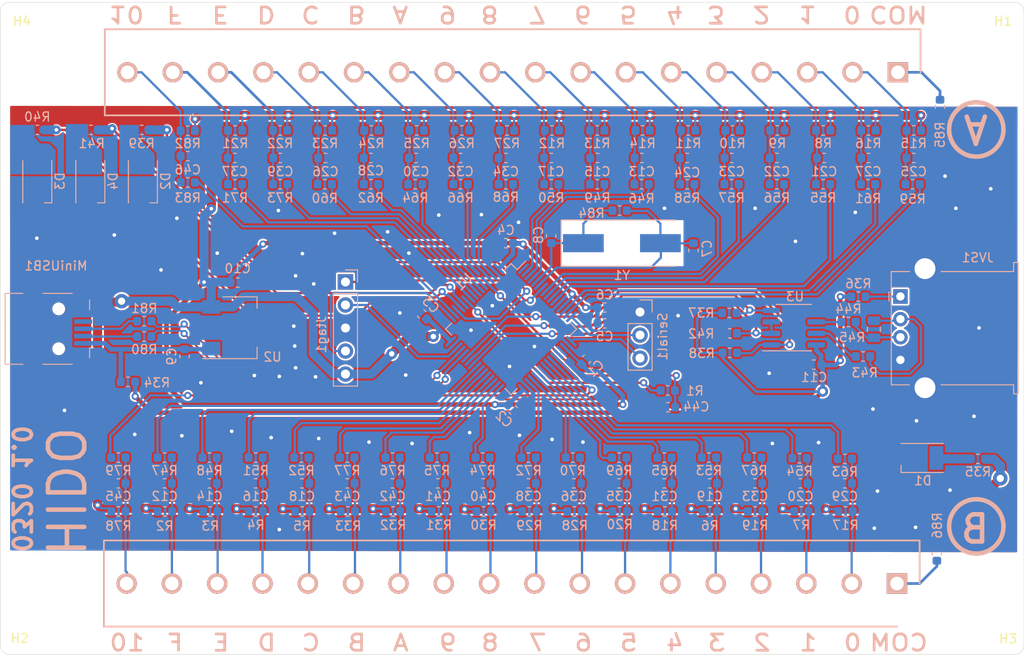
<source format=kicad_pcb>
(kicad_pcb (version 20171130) (host pcbnew "(5.1.4)-1")
  (layers (0 F.Cu signal hide) (31 B.Cu signal) (34 B.Paste user hide) (35 F.Paste user hide) (36 B.SilkS user) (37 F.SilkS user) (38 B.Mask user hide) (39 F.Mask user hide) (44 Edge.Cuts user))
  (net 0 "")
  (net 1 GND)
  (net 2 +3V3)
  (net 3 /mcu/OSC_IN)
  (net 4 /mcu/OSC_OUT)
  (net 5 +5V)
  (net 6 "Net-(C9-Pad1)")
  (net 7 /SYS_SWCLK)
  (net 8 /SYS_SWDIO)
  (net 9 /NRST)
  (net 10 /rs485/rs485_A)
  (net 11 /rs485/rs485_B)
  (net 12 /mcu/USART_TX)
  (net 13 /mcu/USART_RX)
  (net 14 "Net-(U1-Pad1)")
  (net 15 /mcu/IN24)
  (net 16 /mcu/IN3)
  (net 17 /mcu/IN23)
  (net 18 /mcu/IN4)
  (net 19 /mcu/TIM4)
  (net 20 /mcu/IN5)
  (net 21 /mcu/TIM3)
  (net 22 /mcu/ADC3)
  (net 23 /mcu/IN14)
  (net 24 /mcu/ADC1)
  (net 25 /mcu/ADC2)
  (net 26 /mcu/IN1)
  (net 27 /mcu/IN2)
  (net 28 /mcu/TIM1)
  (net 29 /mcu/IN10)
  (net 30 /mcu/TIM2)
  (net 31 /mcu/IN9)
  (net 32 /mcu/IN13)
  (net 33 /mcu/IN8)
  (net 34 /mcu/ADC4)
  (net 35 /mcu/IN7)
  (net 36 /mcu/IN15)
  (net 37 /mcu/IN6)
  (net 38 /mcu/IN16)
  (net 39 /mcu/IN17)
  (net 40 /mcu/IN12)
  (net 41 /mcu/IN18)
  (net 42 /mcu/IN11)
  (net 43 /mcu/IN19)
  (net 44 /mcu/IN20)
  (net 45 /mcu/IN21)
  (net 46 /mcu/IN22)
  (net 47 "Net-(C44-Pad1)")
  (net 48 "Net-(D1-Pad2)")
  (net 49 "Net-(D2-Pad2)")
  (net 50 "Net-(D3-Pad2)")
  (net 51 "Net-(D4-Pad2)")
  (net 52 /mcu/IN25)
  (net 53 "Net-(R1-Pad2)")
  (net 54 /mcu/LED1)
  (net 55 /mcu/LED2)
  (net 56 /mcu/LED3)
  (net 57 "Net-(R43-Pad2)")
  (net 58 "Net-(R44-Pad2)")
  (net 59 "Net-(U1-Pad21)")
  (net 60 "Net-(U1-Pad20)")
  (net 61 /mcu/uC_IN3)
  (net 62 /mcu/uC_IN24)
  (net 63 /mcu/uC_IN23)
  (net 64 /mcu/uC_IN4)
  (net 65 /mcu/uC_IN5)
  (net 66 /mcu/uC_TIM4)
  (net 67 /mcu/uC_TIM3)
  (net 68 /mcu/uC_ADC3)
  (net 69 /mcu/uC_IN14)
  (net 70 /mcu/uC_ADC1)
  (net 71 /mcu/uC_ADC2)
  (net 72 /mcu/uC_IN1)
  (net 73 /mcu/uC_IN2)
  (net 74 /mcu/uC_TIM1)
  (net 75 /mcu/uC_IN10)
  (net 76 /mcu/uC_TIM2)
  (net 77 /mcu/uC_IN9)
  (net 78 /mcu/uC_IN13)
  (net 79 /mcu/uC_IN8)
  (net 80 /mcu/uC_ADC4)
  (net 81 /mcu/uC_IN7)
  (net 82 /mcu/uC_IN15)
  (net 83 /mcu/uC_IN6)
  (net 84 /mcu/uC_IN16)
  (net 85 /mcu/uC_IN17)
  (net 86 /mcu/uC_IN12)
  (net 87 /mcu/uC_IN18)
  (net 88 /mcu/uC_IN11)
  (net 89 /mcu/uC_IN19)
  (net 90 /mcu/uC_IN20)
  (net 91 /mcu/uC_IN21)
  (net 92 /mcu/uC_IN22)
  (net 93 /mcu/uC_IN25)
  (net 94 /USB_D_P)
  (net 95 /USB_D_N)
  (net 96 /mcu/IN26)
  (net 97 /mcu/uC_IN26)
  (net 98 /mcu/USART_TX_JVC)
  (net 99 /mcu/USART_RX_JVC)
  (net 100 /mcu/USART_EN_JVC)
  (net 101 "Net-(J6-Pad1)")
  (net 102 "Net-(J7-Pad1)")
  (net 103 "Net-(MiniUSB1-Pad4)")
  (net 104 "Net-(MiniUSB1-Pad3)")
  (net 105 "Net-(MiniUSB1-Pad2)")
  (net 106 "Net-(JVS1-Pad1)")
  (module Resistor_SMD:R_0603_1608Metric (layer B.Cu) (at 191.35 116.85 90)
    (fp_text reference R86 (at 3.1 0.05 90) (layer B.SilkS) (effects (justify mirror)))
    (fp_text value 0R)
    (pad 2 smd roundrect (at 0.7875 0 90) (size 0.875 0.95) (layers B.Cu B.Paste B.Mask) (net 1 GND))
    (pad 1 smd roundrect (at -0.7875 0 90) (size 0.875 0.95) (layers B.Cu B.Paste B.Mask) (net 102 "Net-(J7-Pad1)"))
  )
  (module Resistor_SMD:R_0603_1608Metric (layer B.Cu) (at 191.7 67.5625 90)
    (fp_text reference R85 (at -3.0875 0 270) (layer B.SilkS) (effects (justify mirror)))
    (fp_text value 0R)
    (pad 2 smd roundrect (at 0.7875 0 90) (size 0.875 0.95) (layers B.Cu B.Paste B.Mask) (net 101 "Net-(J6-Pad1)"))
    (pad 1 smd roundrect (at -0.7875 0 90) (size 0.875 0.95) (layers B.Cu B.Paste B.Mask) (net 1 GND))
  )
  (module LED_SMD:LED_PLCC-2 (layer B.Cu) (at 97.95 75.75 90)
    (fp_text reference D4 (at 0 2.5 90) (layer B.SilkS) (effects (justify mirror)))
    (fp_text value LED)
    (pad 2 smd rect (at 1.5 0 90) (size 1.5 2.6) (layers B.Cu B.Paste B.Mask) (net 51 "Net-(D4-Pad2)"))
    (pad 1 smd rect (at -1.5 0 90) (size 1.5 2.6) (layers B.Cu B.Paste B.Mask) (net 1 GND))
  )
  (module LED_SMD:LED_PLCC-2 (layer B.Cu) (at 92.1 75.75 90)
    (fp_text reference D3 (at 0 2.5 90) (layer B.SilkS) (effects (justify mirror)))
    (fp_text value LED)
    (pad 2 smd rect (at 1.5 0 90) (size 1.5 2.6) (layers B.Cu B.Paste B.Mask) (net 50 "Net-(D3-Pad2)"))
    (pad 1 smd rect (at -1.5 0 90) (size 1.5 2.6) (layers B.Cu B.Paste B.Mask) (net 1 GND))
  )
  (module LED_SMD:LED_PLCC-2 (layer B.Cu) (at 103.75 75.75 90)
    (fp_text reference D2 (at 0 2.5 90) (layer B.SilkS) (effects (justify mirror)))
    (fp_text value LED)
    (pad 2 smd rect (at 1.5 0 90) (size 1.5 2.6) (layers B.Cu B.Paste B.Mask) (net 49 "Net-(D2-Pad2)"))
    (pad 1 smd rect (at -1.5 0 90) (size 1.5 2.6) (layers B.Cu B.Paste B.Mask) (net 1 GND))
  )
  (module LED_SMD:LED_PLCC-2 (layer B.Cu) (at 189.8 106.3)
    (fp_text reference D1 (at 0 2.5) (layer B.SilkS) (effects (justify mirror)))
    (fp_text value LED)
    (pad 2 smd rect (at 1.5 0) (size 1.5 2.6) (layers B.Cu B.Paste B.Mask) (net 48 "Net-(D1-Pad2)"))
    (pad 1 smd rect (at -1.5 0) (size 1.5 2.6) (layers B.Cu B.Paste B.Mask) (net 1 GND))
  )
  (module Resistor_SMD:R_0603_1608Metric (layer B.Cu) (at 156.35 79)
    (fp_text reference R84 (at -3.1 0.3) (layer B.SilkS) (effects (justify mirror)))
    (fp_text value 1M)
    (pad 2 smd roundrect (at 0.7875 0) (size 0.875 0.95) (layers B.Cu B.Paste B.Mask) (net 4 /mcu/OSC_OUT))
    (pad 1 smd roundrect (at -0.7875 0) (size 0.875 0.95) (layers B.Cu B.Paste B.Mask) (net 3 /mcu/OSC_IN))
  )
  (module Resistor_SMD:R_0603_1608Metric (layer B.Cu) (at 108.7 75.9 180)
    (fp_text reference R83 (at 0 -1.7) (layer B.SilkS) (effects (justify mirror)))
    (fp_text value 100R)
    (pad 2 smd roundrect (at 0.7875 0 180) (size 0.875 0.95) (layers B.Cu B.Paste B.Mask) (net 96 /mcu/IN26))
    (pad 1 smd roundrect (at -0.7875 0 180) (size 0.875 0.95) (layers B.Cu B.Paste B.Mask) (net 97 /mcu/uC_IN26))
  )
  (module Resistor_SMD:R_0603_1608Metric (layer B.Cu) (at 108.7 70.2)
    (fp_text reference R82 (at 0 1.4) (layer B.SilkS) (effects (justify mirror)))
    (fp_text value 10k)
    (pad 2 smd roundrect (at 0.7875 0) (size 0.875 0.95) (layers B.Cu B.Paste B.Mask) (net 2 +3V3))
    (pad 1 smd roundrect (at -0.7875 0) (size 0.875 0.95) (layers B.Cu B.Paste B.Mask) (net 96 /mcu/IN26))
  )
  (module Capacitor_SMD:C_0603_1608Metric (layer B.Cu) (at 108.7 73 180)
    (fp_text reference C46 (at 0 -1.5) (layer B.SilkS) (effects (justify mirror)))
    (fp_text value 10pF)
    (pad 2 smd roundrect (at 0.7875 0 180) (size 0.875 0.95) (layers B.Cu B.Paste B.Mask) (net 96 /mcu/IN26))
    (pad 1 smd roundrect (at -0.7875 0 180) (size 0.875 0.95) (layers B.Cu B.Paste B.Mask) (net 1 GND))
  )
  (module MountingHole:MountingHole_5mm (layer F.Cu) (at 93.3 61.4)
    (fp_text reference H4 (at -2.9 -3.3) (layer F.SilkS))
    (fp_text value MountingHole)
    (pad 1 np_thru_hole circle (at 0 0) (size 5 5) (drill 5) (layers *.Cu *.Mask))
  )
  (module MountingHole:MountingHole_5mm (layer F.Cu) (at 195.7 122.6)
    (fp_text reference H3 (at 3.5 3.65) (layer F.SilkS))
    (fp_text value MountingHole)
    (pad 1 np_thru_hole circle (at 0 0) (size 5 5) (drill 5) (layers *.Cu *.Mask))
  )
  (module MountingHole:MountingHole_5mm (layer F.Cu) (at 93.4 122.6)
    (fp_text reference H2 (at -3.25 3.6) (layer F.SilkS))
    (fp_text value MountingHole)
    (pad 1 np_thru_hole circle (at 0 0) (size 5 5) (drill 5) (layers *.Cu *.Mask))
  )
  (module MountingHole:MountingHole_5mm (layer F.Cu) (at 195.6 61.3)
    (fp_text reference H1 (at 3.05 -3.2) (layer F.SilkS))
    (fp_text value MountingHole)
    (pad 1 np_thru_hole circle (at 0 0) (size 5 5) (drill 5) (layers *.Cu *.Mask))
  )
  (module Connector_PinHeader_2.54mm:PinHeader_1x05_P2.54mm_Vertical (layer B.Cu) (at 126.1 86.88 180)
    (fp_text reference Jtag1 (at 2.65 -5.82 90) (layer B.SilkS) (effects (justify mirror)))
    (fp_text value Conn_01x05)
    (pad 5 thru_hole oval (at 0 -10.16 180) (size 1.7 1.7) (drill 1) (layers *.Cu *.Mask) (net 2 +3V3))
    (pad 4 thru_hole oval (at 0 -7.62 180) (size 1.7 1.7) (drill 1) (layers *.Cu *.Mask) (net 7 /SYS_SWCLK))
    (pad 3 thru_hole oval (at 0 -5.08 180) (size 1.7 1.7) (drill 1) (layers *.Cu *.Mask) (net 1 GND))
    (pad 2 thru_hole oval (at 0 -2.54 180) (size 1.7 1.7) (drill 1) (layers *.Cu *.Mask) (net 8 /SYS_SWDIO))
    (pad 1 thru_hole rect (at 0 0 180) (size 1.7 1.7) (drill 1) (layers *.Cu *.Mask) (net 9 /NRST))
  )
  (module Capacitor_SMD:C_0603_1608Metric (layer B.Cu) (at 154.7 91.45)
    (fp_text reference C5 (at 0 1.43) (layer B.SilkS) (effects (justify mirror)))
    (fp_text value 10nF)
    (pad 2 smd roundrect (at 0.7875 0) (size 0.875 0.95) (layers B.Cu B.Paste B.Mask) (net 1 GND))
    (pad 1 smd roundrect (at -0.7875 0) (size 0.875 0.95) (layers B.Cu B.Paste B.Mask) (net 2 +3V3))
  )
  (module Connector_USB:USB_Mini-B_Lumberg_2486_01_Horizontal (layer B.Cu) (at 94.46 92.05 90)
    (fp_text reference MiniUSB1 (at 6.95 -0.31) (layer B.SilkS) (effects (justify mirror)))
    (fp_text value USB_B_Mini)
    (pad "" np_thru_hole circle (at 2.2 0 90) (size 1 1) (drill 1) (layers *.Cu *.Mask))
    (pad "" np_thru_hole circle (at -2.2 0 90) (size 1 1) (drill 1) (layers *.Cu *.Mask))
    (pad 6 smd rect (at 4.45 -2.85 90) (size 2 1.7) (layers B.Cu B.Paste B.Mask) (net 1 GND))
    (pad 6 smd rect (at 4.45 2.6 90) (size 2 1.7) (layers B.Cu B.Paste B.Mask) (net 1 GND))
    (pad 6 smd rect (at -4.45 -2.85 90) (size 2 1.7) (layers B.Cu B.Paste B.Mask) (net 1 GND))
    (pad 6 smd rect (at -4.45 2.6 90) (size 2 1.7) (layers B.Cu B.Paste B.Mask) (net 1 GND))
    (pad 5 smd rect (at 1.6 2.7 90) (size 0.5 2) (layers B.Cu B.Paste B.Mask) (net 1 GND))
    (pad 4 smd rect (at 0.8 2.7 90) (size 0.5 2) (layers B.Cu B.Paste B.Mask) (net 103 "Net-(MiniUSB1-Pad4)"))
    (pad 3 smd rect (at 0 2.7 90) (size 0.5 2) (layers B.Cu B.Paste B.Mask) (net 104 "Net-(MiniUSB1-Pad3)"))
    (pad 2 smd rect (at -0.8 2.7 90) (size 0.5 2) (layers B.Cu B.Paste B.Mask) (net 105 "Net-(MiniUSB1-Pad2)"))
    (pad 1 smd rect (at -1.6 2.7 90) (size 0.5 2) (layers B.Cu B.Paste B.Mask) (net 6 "Net-(C9-Pad1)"))
  )
  (module Capacitor_SMD:C_0603_1608Metric (layer B.Cu) (at 152.7 95.4 45)
    (fp_text reference C1 (at 0 1.43 45) (layer B.SilkS) (effects (justify mirror)))
    (fp_text value 100nF)
    (pad 2 smd roundrect (at 0.7875 0 45) (size 0.875 0.95) (layers B.Cu B.Paste B.Mask) (net 1 GND))
    (pad 1 smd roundrect (at -0.7875 0 45) (size 0.875 0.95) (layers B.Cu B.Paste B.Mask) (net 2 +3V3))
  )
  (module Resistor_SMD:R_0603_1608Metric (layer B.Cu) (at 183.2 95.1 180)
    (fp_text reference R43 (at -0.2 -1.8) (layer B.SilkS) (effects (justify mirror)))
    (fp_text value 0R)
    (pad 2 smd roundrect (at 0.7875 0 180) (size 0.875 0.95) (layers B.Cu B.Paste B.Mask) (net 57 "Net-(R43-Pad2)"))
    (pad 1 smd roundrect (at -0.7875 0 180) (size 0.875 0.95) (layers B.Cu B.Paste B.Mask) (net 11 /rs485/rs485_B))
  )
  (module Resistor_SMD:R_0603_1608Metric (layer B.Cu) (at 103.9 91.2)
    (fp_text reference R81 (at 0 -1.4) (layer B.SilkS) (effects (justify mirror)))
    (fp_text value 0R)
    (pad 2 smd roundrect (at 0.7875 0) (size 0.875 0.95) (layers B.Cu B.Paste B.Mask) (net 94 /USB_D_P))
    (pad 1 smd roundrect (at -0.7875 0) (size 0.875 0.95) (layers B.Cu B.Paste B.Mask) (net 104 "Net-(MiniUSB1-Pad3)"))
  )
  (module Resistor_SMD:R_0603_1608Metric (layer B.Cu) (at 103.9 92.9)
    (fp_text reference R80 (at 0 1.43) (layer B.SilkS) (effects (justify mirror)))
    (fp_text value 0R)
    (pad 2 smd roundrect (at 0.7875 0) (size 0.875 0.95) (layers B.Cu B.Paste B.Mask) (net 95 /USB_D_N))
    (pad 1 smd roundrect (at -0.7875 0) (size 0.875 0.95) (layers B.Cu B.Paste B.Mask) (net 105 "Net-(MiniUSB1-Pad2)"))
  )
  (module Resistor_SMD:R_0603_1608Metric (layer B.Cu) (at 101.05 106.26)
    (fp_text reference R79 (at 0 1.43) (layer B.SilkS) (effects (justify mirror)))
    (fp_text value 100R)
    (pad 2 smd roundrect (at 0.7875 0) (size 0.875 0.95) (layers B.Cu B.Paste B.Mask) (net 52 /mcu/IN25))
    (pad 1 smd roundrect (at -0.7875 0) (size 0.875 0.95) (layers B.Cu B.Paste B.Mask) (net 93 /mcu/uC_IN25))
  )
  (module Resistor_SMD:R_0603_1608Metric (layer B.Cu) (at 101.05 112.2 180)
    (fp_text reference R78 (at 0 -1.6) (layer B.SilkS) (effects (justify mirror)))
    (fp_text value 10k)
    (pad 1 smd roundrect (at -0.7875 0 180) (size 0.875 0.95) (layers B.Cu B.Paste B.Mask) (net 52 /mcu/IN25))
    (pad 2 smd roundrect (at 0.7875 0 180) (size 0.875 0.95) (layers B.Cu B.Paste B.Mask) (net 2 +3V3))
  )
  (module Capacitor_SMD:C_0603_1608Metric (layer B.Cu) (at 101.05 109.1)
    (fp_text reference C45 (at 0 1.43) (layer B.SilkS) (effects (justify mirror)))
    (fp_text value 10pF)
    (pad 2 smd roundrect (at 0.7875 0) (size 0.875 0.95) (layers B.Cu B.Paste B.Mask) (net 52 /mcu/IN25))
    (pad 1 smd roundrect (at -0.7875 0) (size 0.875 0.95) (layers B.Cu B.Paste B.Mask) (net 1 GND))
  )
  (module sirena_TO_SOT_SMD:SOT-223-3_TabPin2 (layer B.Cu) (at 114.44 91.93)
    (fp_text reference U2 (at 3.61 3.22) (layer B.SilkS) (effects (justify mirror)))
    (fp_text value TPS7B6933QDCYRQ1)
    (pad 1 smd rect (at -3.15 2.3) (size 2 1.5) (layers B.Cu B.Paste B.Mask) (net 6 "Net-(C9-Pad1)"))
    (pad 3 smd rect (at -3.15 -2.3) (size 2 1.5) (layers B.Cu B.Paste B.Mask) (net 2 +3V3))
    (pad 2 smd rect (at -3.15 0) (size 2 1.5) (layers B.Cu B.Paste B.Mask) (net 1 GND))
    (pad 2 smd rect (at 3.15 0) (size 2 3.8) (layers B.Cu B.Paste B.Mask) (net 1 GND))
  )
  (module Package_QFP:LQFP-64_10x10mm_P0.5mm (layer B.Cu) (at 144.37 92.08 225)
    (fp_text reference U1 (at 0 7.4 45) (layer B.SilkS) (effects (justify mirror)))
    (fp_text value STM32F102RBTx)
    (pad 64 smd roundrect (at -3.75 5.675 225) (size 0.3 1.55) (layers B.Cu B.Paste B.Mask) (net 2 +3V3))
    (pad 63 smd roundrect (at -3.25 5.675 225) (size 0.3 1.55) (layers B.Cu B.Paste B.Mask) (net 1 GND))
    (pad 62 smd roundrect (at -2.75 5.675 225) (size 0.3 1.55) (layers B.Cu B.Paste B.Mask) (net 83 /mcu/uC_IN6))
    (pad 61 smd roundrect (at -2.25 5.675 225) (size 0.3 1.55) (layers B.Cu B.Paste B.Mask) (net 81 /mcu/uC_IN7))
    (pad 60 smd roundrect (at -1.75 5.675 225) (size 0.3 1.55) (layers B.Cu B.Paste B.Mask) (net 47 "Net-(C44-Pad1)"))
    (pad 59 smd roundrect (at -1.25 5.675 225) (size 0.3 1.55) (layers B.Cu B.Paste B.Mask) (net 79 /mcu/uC_IN8))
    (pad 58 smd roundrect (at -0.75 5.675 225) (size 0.3 1.55) (layers B.Cu B.Paste B.Mask) (net 77 /mcu/uC_IN9))
    (pad 57 smd roundrect (at -0.25 5.675 225) (size 0.3 1.55) (layers B.Cu B.Paste B.Mask) (net 75 /mcu/uC_IN10))
    (pad 56 smd roundrect (at 0.25 5.675 225) (size 0.3 1.55) (layers B.Cu B.Paste B.Mask) (net 88 /mcu/uC_IN11))
    (pad 55 smd roundrect (at 0.75 5.675 225) (size 0.3 1.55) (layers B.Cu B.Paste B.Mask) (net 86 /mcu/uC_IN12))
    (pad 54 smd roundrect (at 1.25 5.675 225) (size 0.3 1.55) (layers B.Cu B.Paste B.Mask) (net 53 "Net-(R1-Pad2)"))
    (pad 53 smd roundrect (at 1.75 5.675 225) (size 0.3 1.55) (layers B.Cu B.Paste B.Mask) (net 56 /mcu/LED3))
    (pad 52 smd roundrect (at 2.25 5.675 225) (size 0.3 1.55) (layers B.Cu B.Paste B.Mask) (net 55 /mcu/LED2))
    (pad 51 smd roundrect (at 2.75 5.675 225) (size 0.3 1.55) (layers B.Cu B.Paste B.Mask) (net 54 /mcu/LED1))
    (pad 50 smd roundrect (at 3.25 5.675 225) (size 0.3 1.55) (layers B.Cu B.Paste B.Mask) (net 97 /mcu/uC_IN26))
    (pad 49 smd roundrect (at 3.75 5.675 225) (size 0.3 1.55) (layers B.Cu B.Paste B.Mask) (net 7 /SYS_SWCLK))
    (pad 48 smd roundrect (at 5.675 3.75 225) (size 1.55 0.3) (layers B.Cu B.Paste B.Mask) (net 2 +3V3))
    (pad 47 smd roundrect (at 5.675 3.25 225) (size 1.55 0.3) (layers B.Cu B.Paste B.Mask) (net 1 GND))
    (pad 46 smd roundrect (at 5.675 2.75 225) (size 1.55 0.3) (layers B.Cu B.Paste B.Mask) (net 8 /SYS_SWDIO))
    (pad 45 smd roundrect (at 5.675 2.25 225) (size 1.55 0.3) (layers B.Cu B.Paste B.Mask) (net 94 /USB_D_P))
    (pad 44 smd roundrect (at 5.675 1.75 225) (size 1.55 0.3) (layers B.Cu B.Paste B.Mask) (net 95 /USB_D_N))
    (pad 43 smd roundrect (at 5.675 1.25 225) (size 1.55 0.3) (layers B.Cu B.Paste B.Mask) (net 99 /mcu/USART_RX_JVC))
    (pad 42 smd roundrect (at 5.675 0.75 225) (size 1.55 0.3) (layers B.Cu B.Paste B.Mask) (net 98 /mcu/USART_TX_JVC))
    (pad 41 smd roundrect (at 5.675 0.25 225) (size 1.55 0.3) (layers B.Cu B.Paste B.Mask) (net 100 /mcu/USART_EN_JVC))
    (pad 40 smd roundrect (at 5.675 -0.25 225) (size 1.55 0.3) (layers B.Cu B.Paste B.Mask) (net 62 /mcu/uC_IN24))
    (pad 39 smd roundrect (at 5.675 -0.75 225) (size 1.55 0.3) (layers B.Cu B.Paste B.Mask) (net 63 /mcu/uC_IN23))
    (pad 38 smd roundrect (at 5.675 -1.25 225) (size 1.55 0.3) (layers B.Cu B.Paste B.Mask) (net 66 /mcu/uC_TIM4))
    (pad 37 smd roundrect (at 5.675 -1.75 225) (size 1.55 0.3) (layers B.Cu B.Paste B.Mask) (net 67 /mcu/uC_TIM3))
    (pad 36 smd roundrect (at 5.675 -2.25 225) (size 1.55 0.3) (layers B.Cu B.Paste B.Mask) (net 92 /mcu/uC_IN22))
    (pad 35 smd roundrect (at 5.675 -2.75 225) (size 1.55 0.3) (layers B.Cu B.Paste B.Mask) (net 91 /mcu/uC_IN21))
    (pad 34 smd roundrect (at 5.675 -3.25 225) (size 1.55 0.3) (layers B.Cu B.Paste B.Mask) (net 90 /mcu/uC_IN20))
    (pad 33 smd roundrect (at 5.675 -3.75 225) (size 1.55 0.3) (layers B.Cu B.Paste B.Mask) (net 89 /mcu/uC_IN19))
    (pad 32 smd roundrect (at 3.75 -5.675 225) (size 0.3 1.55) (layers B.Cu B.Paste B.Mask) (net 2 +3V3))
    (pad 31 smd roundrect (at 3.25 -5.675 225) (size 0.3 1.55) (layers B.Cu B.Paste B.Mask) (net 1 GND))
    (pad 30 smd roundrect (at 2.75 -5.675 225) (size 0.3 1.55) (layers B.Cu B.Paste B.Mask) (net 87 /mcu/uC_IN18))
    (pad 29 smd roundrect (at 2.25 -5.675 225) (size 0.3 1.55) (layers B.Cu B.Paste B.Mask) (net 85 /mcu/uC_IN17))
    (pad 28 smd roundrect (at 1.75 -5.675 225) (size 0.3 1.55) (layers B.Cu B.Paste B.Mask) (net 84 /mcu/uC_IN16))
    (pad 27 smd roundrect (at 1.25 -5.675 225) (size 0.3 1.55) (layers B.Cu B.Paste B.Mask) (net 80 /mcu/uC_ADC4))
    (pad 26 smd roundrect (at 0.75 -5.675 225) (size 0.3 1.55) (layers B.Cu B.Paste B.Mask) (net 68 /mcu/uC_ADC3))
    (pad 25 smd roundrect (at 0.25 -5.675 225) (size 0.3 1.55) (layers B.Cu B.Paste B.Mask) (net 82 /mcu/uC_IN15))
    (pad 24 smd roundrect (at -0.25 -5.675 225) (size 0.3 1.55) (layers B.Cu B.Paste B.Mask) (net 69 /mcu/uC_IN14))
    (pad 23 smd roundrect (at -0.75 -5.675 225) (size 0.3 1.55) (layers B.Cu B.Paste B.Mask) (net 78 /mcu/uC_IN13))
    (pad 22 smd roundrect (at -1.25 -5.675 225) (size 0.3 1.55) (layers B.Cu B.Paste B.Mask) (net 93 /mcu/uC_IN25))
    (pad 21 smd roundrect (at -1.75 -5.675 225) (size 0.3 1.55) (layers B.Cu B.Paste B.Mask) (net 59 "Net-(U1-Pad21)"))
    (pad 20 smd roundrect (at -2.25 -5.675 225) (size 0.3 1.55) (layers B.Cu B.Paste B.Mask) (net 60 "Net-(U1-Pad20)"))
    (pad 19 smd roundrect (at -2.75 -5.675 225) (size 0.3 1.55) (layers B.Cu B.Paste B.Mask) (net 2 +3V3))
    (pad 18 smd roundrect (at -3.25 -5.675 225) (size 0.3 1.55) (layers B.Cu B.Paste B.Mask) (net 1 GND))
    (pad 17 smd roundrect (at -3.75 -5.675 225) (size 0.3 1.55) (layers B.Cu B.Paste B.Mask) (net 13 /mcu/USART_RX))
    (pad 16 smd roundrect (at -5.675 -3.75 225) (size 1.55 0.3) (layers B.Cu B.Paste B.Mask) (net 12 /mcu/USART_TX))
    (pad 15 smd roundrect (at -5.675 -3.25 225) (size 1.55 0.3) (layers B.Cu B.Paste B.Mask) (net 74 /mcu/uC_TIM1))
    (pad 14 smd roundrect (at -5.675 -2.75 225) (size 1.55 0.3) (layers B.Cu B.Paste B.Mask) (net 76 /mcu/uC_TIM2))
    (pad 13 smd roundrect (at -5.675 -2.25 225) (size 1.55 0.3) (layers B.Cu B.Paste B.Mask) (net 2 +3V3))
    (pad 12 smd roundrect (at -5.675 -1.75 225) (size 1.55 0.3) (layers B.Cu B.Paste B.Mask) (net 1 GND))
    (pad 11 smd roundrect (at -5.675 -1.25 225) (size 1.55 0.3) (layers B.Cu B.Paste B.Mask) (net 70 /mcu/uC_ADC1))
    (pad 10 smd roundrect (at -5.675 -0.75 225) (size 1.55 0.3) (layers B.Cu B.Paste B.Mask) (net 71 /mcu/uC_ADC2))
    (pad 9 smd roundrect (at -5.675 -0.25 225) (size 1.55 0.3) (layers B.Cu B.Paste B.Mask) (net 72 /mcu/uC_IN1))
    (pad 8 smd roundrect (at -5.675 0.25 225) (size 1.55 0.3) (layers B.Cu B.Paste B.Mask) (net 73 /mcu/uC_IN2))
    (pad 7 smd roundrect (at -5.675 0.75 225) (size 1.55 0.3) (layers B.Cu B.Paste B.Mask) (net 9 /NRST))
    (pad 6 smd roundrect (at -5.675 1.25 225) (size 1.55 0.3) (layers B.Cu B.Paste B.Mask) (net 4 /mcu/OSC_OUT))
    (pad 5 smd roundrect (at -5.675 1.75 225) (size 1.55 0.3) (layers B.Cu B.Paste B.Mask) (net 3 /mcu/OSC_IN))
    (pad 4 smd roundrect (at -5.675 2.25 225) (size 1.55 0.3) (layers B.Cu B.Paste B.Mask) (net 61 /mcu/uC_IN3))
    (pad 3 smd roundrect (at -5.675 2.75 225) (size 1.55 0.3) (layers B.Cu B.Paste B.Mask) (net 64 /mcu/uC_IN4))
    (pad 2 smd roundrect (at -5.675 3.25 225) (size 1.55 0.3) (layers B.Cu B.Paste B.Mask) (net 65 /mcu/uC_IN5))
    (pad 1 smd roundrect (at -5.675 3.75 225) (size 1.55 0.3) (layers B.Cu B.Paste B.Mask) (net 14 "Net-(U1-Pad1)"))
  )
  (module Resistor_SMD:R_0603_1608Metric (layer B.Cu) (at 126.3 106.26)
    (fp_text reference R77 (at 0 1.43) (layer B.SilkS) (effects (justify mirror)))
    (fp_text value 100R)
    (pad 2 smd roundrect (at 0.7875 0) (size 0.875 0.95) (layers B.Cu B.Paste B.Mask) (net 46 /mcu/IN22))
    (pad 1 smd roundrect (at -0.7875 0) (size 0.875 0.95) (layers B.Cu B.Paste B.Mask) (net 92 /mcu/uC_IN22))
  )
  (module Resistor_SMD:R_0603_1608Metric (layer B.Cu) (at 131.3 106.26)
    (fp_text reference R76 (at 0 1.43) (layer B.SilkS) (effects (justify mirror)))
    (fp_text value 100R)
    (pad 2 smd roundrect (at 0.7875 0) (size 0.875 0.95) (layers B.Cu B.Paste B.Mask) (net 45 /mcu/IN21))
    (pad 1 smd roundrect (at -0.7875 0) (size 0.875 0.95) (layers B.Cu B.Paste B.Mask) (net 91 /mcu/uC_IN21))
  )
  (module Resistor_SMD:R_0603_1608Metric (layer B.Cu) (at 136.2 106.26)
    (fp_text reference R75 (at 0 1.43) (layer B.SilkS) (effects (justify mirror)))
    (fp_text value 100R)
    (pad 2 smd roundrect (at 0.7875 0) (size 0.875 0.95) (layers B.Cu B.Paste B.Mask) (net 44 /mcu/IN20))
    (pad 1 smd roundrect (at -0.7875 0) (size 0.875 0.95) (layers B.Cu B.Paste B.Mask) (net 90 /mcu/uC_IN20))
  )
  (module Resistor_SMD:R_0603_1608Metric (layer B.Cu) (at 141.23 106.26)
    (fp_text reference R74 (at 0 1.43) (layer B.SilkS) (effects (justify mirror)))
    (fp_text value 100R)
    (pad 2 smd roundrect (at 0.7875 0) (size 0.875 0.95) (layers B.Cu B.Paste B.Mask) (net 43 /mcu/IN19))
    (pad 1 smd roundrect (at -0.7875 0) (size 0.875 0.95) (layers B.Cu B.Paste B.Mask) (net 89 /mcu/uC_IN19))
  )
  (module Resistor_SMD:R_0603_1608Metric (layer B.Cu) (at 118.9 76.1 180)
    (fp_text reference R73 (at 0 -1.5) (layer B.SilkS) (effects (justify mirror)))
    (fp_text value 100R)
    (pad 2 smd roundrect (at 0.7875 0 180) (size 0.875 0.95) (layers B.Cu B.Paste B.Mask) (net 42 /mcu/IN11))
    (pad 1 smd roundrect (at -0.7875 0 180) (size 0.875 0.95) (layers B.Cu B.Paste B.Mask) (net 88 /mcu/uC_IN11))
  )
  (module Resistor_SMD:R_0603_1608Metric (layer B.Cu) (at 146.3 106.26)
    (fp_text reference R72 (at 0 1.43) (layer B.SilkS) (effects (justify mirror)))
    (fp_text value 100R)
    (pad 2 smd roundrect (at 0.7875 0) (size 0.875 0.95) (layers B.Cu B.Paste B.Mask) (net 41 /mcu/IN18))
    (pad 1 smd roundrect (at -0.7875 0) (size 0.875 0.95) (layers B.Cu B.Paste B.Mask) (net 87 /mcu/uC_IN18))
  )
  (module Resistor_SMD:R_0603_1608Metric (layer B.Cu) (at 113.9125 76.1 180)
    (fp_text reference R71 (at 0.0125 -1.5) (layer B.SilkS) (effects (justify mirror)))
    (fp_text value 100R)
    (pad 2 smd roundrect (at 0.7875 0 180) (size 0.875 0.95) (layers B.Cu B.Paste B.Mask) (net 40 /mcu/IN12))
    (pad 1 smd roundrect (at -0.7875 0 180) (size 0.875 0.95) (layers B.Cu B.Paste B.Mask) (net 86 /mcu/uC_IN12))
  )
  (module Resistor_SMD:R_0603_1608Metric (layer B.Cu) (at 151.1875 106.26)
    (fp_text reference R70 (at 0 1.43) (layer B.SilkS) (effects (justify mirror)))
    (fp_text value 100R)
    (pad 2 smd roundrect (at 0.7875 0) (size 0.875 0.95) (layers B.Cu B.Paste B.Mask) (net 39 /mcu/IN17))
    (pad 1 smd roundrect (at -0.7875 0) (size 0.875 0.95) (layers B.Cu B.Paste B.Mask) (net 85 /mcu/uC_IN17))
  )
  (module Resistor_SMD:R_0603_1608Metric (layer B.Cu) (at 156.3 106.26)
    (fp_text reference R69 (at 0 1.43) (layer B.SilkS) (effects (justify mirror)))
    (fp_text value 100R)
    (pad 2 smd roundrect (at 0.7875 0) (size 0.875 0.95) (layers B.Cu B.Paste B.Mask) (net 38 /mcu/IN16))
    (pad 1 smd roundrect (at -0.7875 0) (size 0.875 0.95) (layers B.Cu B.Paste B.Mask) (net 84 /mcu/uC_IN16))
  )
  (module Resistor_SMD:R_0603_1608Metric (layer B.Cu) (at 143.8 76.1 180)
    (fp_text reference R68 (at 0 -1.42) (layer B.SilkS) (effects (justify mirror)))
    (fp_text value 100R)
    (pad 2 smd roundrect (at 0.7875 0 180) (size 0.875 0.95) (layers B.Cu B.Paste B.Mask) (net 37 /mcu/IN6))
    (pad 1 smd roundrect (at -0.7875 0 180) (size 0.875 0.95) (layers B.Cu B.Paste B.Mask) (net 83 /mcu/uC_IN6))
  )
  (module Resistor_SMD:R_0603_1608Metric (layer B.Cu) (at 171.21 106.26)
    (fp_text reference R67 (at 0 1.43) (layer B.SilkS) (effects (justify mirror)))
    (fp_text value 100R)
    (pad 2 smd roundrect (at 0.7875 0) (size 0.875 0.95) (layers B.Cu B.Paste B.Mask) (net 36 /mcu/IN15))
    (pad 1 smd roundrect (at -0.7875 0) (size 0.875 0.95) (layers B.Cu B.Paste B.Mask) (net 82 /mcu/uC_IN15))
  )
  (module Resistor_SMD:R_0603_1608Metric (layer B.Cu) (at 138.8 76.1 180)
    (fp_text reference R66 (at 0 -1.5) (layer B.SilkS) (effects (justify mirror)))
    (fp_text value 100R)
    (pad 2 smd roundrect (at 0.7875 0 180) (size 0.875 0.95) (layers B.Cu B.Paste B.Mask) (net 35 /mcu/IN7))
    (pad 1 smd roundrect (at -0.7875 0 180) (size 0.875 0.95) (layers B.Cu B.Paste B.Mask) (net 81 /mcu/uC_IN7))
  )
  (module Resistor_SMD:R_0603_1608Metric (layer B.Cu) (at 161.2875 106.26)
    (fp_text reference R65 (at 0 1.43) (layer B.SilkS) (effects (justify mirror)))
    (fp_text value 100R)
    (pad 2 smd roundrect (at 0.7875 0) (size 0.875 0.95) (layers B.Cu B.Paste B.Mask) (net 34 /mcu/ADC4))
    (pad 1 smd roundrect (at -0.7875 0) (size 0.875 0.95) (layers B.Cu B.Paste B.Mask) (net 80 /mcu/uC_ADC4))
  )
  (module Resistor_SMD:R_0603_1608Metric (layer B.Cu) (at 133.8 76.1 180)
    (fp_text reference R64 (at 0 -1.5) (layer B.SilkS) (effects (justify mirror)))
    (fp_text value 100R)
    (pad 2 smd roundrect (at 0.7875 0 180) (size 0.875 0.95) (layers B.Cu B.Paste B.Mask) (net 33 /mcu/IN8))
    (pad 1 smd roundrect (at -0.7875 0 180) (size 0.875 0.95) (layers B.Cu B.Paste B.Mask) (net 79 /mcu/uC_IN8))
  )
  (module Resistor_SMD:R_0603_1608Metric (layer B.Cu) (at 181.2 106.4)
    (fp_text reference R63 (at 0 1.43) (layer B.SilkS) (effects (justify mirror)))
    (fp_text value 100R)
    (pad 2 smd roundrect (at 0.7875 0) (size 0.875 0.95) (layers B.Cu B.Paste B.Mask) (net 32 /mcu/IN13))
    (pad 1 smd roundrect (at -0.7875 0) (size 0.875 0.95) (layers B.Cu B.Paste B.Mask) (net 78 /mcu/uC_IN13))
  )
  (module Resistor_SMD:R_0603_1608Metric (layer B.Cu) (at 128.9125 76.1 180)
    (fp_text reference R62 (at 0.0125 -1.5) (layer B.SilkS) (effects (justify mirror)))
    (fp_text value 100R)
    (pad 2 smd roundrect (at 0.7875 0 180) (size 0.875 0.95) (layers B.Cu B.Paste B.Mask) (net 31 /mcu/IN9))
    (pad 1 smd roundrect (at -0.7875 0 180) (size 0.875 0.95) (layers B.Cu B.Paste B.Mask) (net 77 /mcu/uC_IN9))
  )
  (module Resistor_SMD:R_0603_1608Metric (layer B.Cu) (at 183.7625 76.1 180)
    (fp_text reference R61 (at 0 -1.57) (layer B.SilkS) (effects (justify mirror)))
    (fp_text value 100R)
    (pad 2 smd roundrect (at 0.7875 0 180) (size 0.875 0.95) (layers B.Cu B.Paste B.Mask) (net 30 /mcu/TIM2))
    (pad 1 smd roundrect (at -0.7875 0 180) (size 0.875 0.95) (layers B.Cu B.Paste B.Mask) (net 76 /mcu/uC_TIM2))
  )
  (module Resistor_SMD:R_0603_1608Metric (layer B.Cu) (at 123.82 76.1 180)
    (fp_text reference R60 (at 0 -1.55) (layer B.SilkS) (effects (justify mirror)))
    (fp_text value 100R)
    (pad 2 smd roundrect (at 0.7875 0 180) (size 0.875 0.95) (layers B.Cu B.Paste B.Mask) (net 29 /mcu/IN10))
    (pad 1 smd roundrect (at -0.7875 0 180) (size 0.875 0.95) (layers B.Cu B.Paste B.Mask) (net 75 /mcu/uC_IN10))
  )
  (module Resistor_SMD:R_0603_1608Metric (layer B.Cu) (at 188.68 76.1 180)
    (fp_text reference R59 (at 0 -1.63) (layer B.SilkS) (effects (justify mirror)))
    (fp_text value 100R)
    (pad 2 smd roundrect (at 0.7875 0 180) (size 0.875 0.95) (layers B.Cu B.Paste B.Mask) (net 28 /mcu/TIM1))
    (pad 1 smd roundrect (at -0.7875 0 180) (size 0.875 0.95) (layers B.Cu B.Paste B.Mask) (net 74 /mcu/uC_TIM1))
  )
  (module Resistor_SMD:R_0603_1608Metric (layer B.Cu) (at 163.81 76.1 180)
    (fp_text reference R58 (at 0.01 -1.52) (layer B.SilkS) (effects (justify mirror)))
    (fp_text value 100R)
    (pad 2 smd roundrect (at 0.7875 0 180) (size 0.875 0.95) (layers B.Cu B.Paste B.Mask) (net 27 /mcu/IN2))
    (pad 1 smd roundrect (at -0.7875 0 180) (size 0.875 0.95) (layers B.Cu B.Paste B.Mask) (net 73 /mcu/uC_IN2))
  )
  (module Resistor_SMD:R_0603_1608Metric (layer B.Cu) (at 168.7 76.1 180)
    (fp_text reference R57 (at 0 -1.5) (layer B.SilkS) (effects (justify mirror)))
    (fp_text value 100R)
    (pad 2 smd roundrect (at 0.7875 0 180) (size 0.875 0.95) (layers B.Cu B.Paste B.Mask) (net 26 /mcu/IN1))
    (pad 1 smd roundrect (at -0.7875 0 180) (size 0.875 0.95) (layers B.Cu B.Paste B.Mask) (net 72 /mcu/uC_IN1))
  )
  (module Resistor_SMD:R_0603_1608Metric (layer B.Cu) (at 173.7 76.1 180)
    (fp_text reference R56 (at 0 -1.5) (layer B.SilkS) (effects (justify mirror)))
    (fp_text value 100R)
    (pad 2 smd roundrect (at 0.7875 0 180) (size 0.875 0.95) (layers B.Cu B.Paste B.Mask) (net 25 /mcu/ADC2))
    (pad 1 smd roundrect (at -0.7875 0 180) (size 0.875 0.95) (layers B.Cu B.Paste B.Mask) (net 71 /mcu/uC_ADC2))
  )
  (module Resistor_SMD:R_0603_1608Metric (layer B.Cu) (at 178.8 76.1 180)
    (fp_text reference R55 (at 0 -1.5) (layer B.SilkS) (effects (justify mirror)))
    (fp_text value 100R)
    (pad 2 smd roundrect (at 0.7875 0 180) (size 0.875 0.95) (layers B.Cu B.Paste B.Mask) (net 24 /mcu/ADC1))
    (pad 1 smd roundrect (at -0.7875 0 180) (size 0.875 0.95) (layers B.Cu B.Paste B.Mask) (net 70 /mcu/uC_ADC1))
  )
  (module Resistor_SMD:R_0603_1608Metric (layer B.Cu) (at 176.2 106.33)
    (fp_text reference R54 (at 0 1.43) (layer B.SilkS) (effects (justify mirror)))
    (fp_text value 100R)
    (pad 2 smd roundrect (at 0.7875 0) (size 0.875 0.95) (layers B.Cu B.Paste B.Mask) (net 23 /mcu/IN14))
    (pad 1 smd roundrect (at -0.7875 0) (size 0.875 0.95) (layers B.Cu B.Paste B.Mask) (net 69 /mcu/uC_IN14))
  )
  (module Resistor_SMD:R_0603_1608Metric (layer B.Cu) (at 166.2 106.26)
    (fp_text reference R53 (at 0 1.43) (layer B.SilkS) (effects (justify mirror)))
    (fp_text value 100R)
    (pad 2 smd roundrect (at 0.7875 0) (size 0.875 0.95) (layers B.Cu B.Paste B.Mask) (net 22 /mcu/ADC3))
    (pad 1 smd roundrect (at -0.7875 0) (size 0.875 0.95) (layers B.Cu B.Paste B.Mask) (net 68 /mcu/uC_ADC3))
  )
  (module Resistor_SMD:R_0603_1608Metric (layer B.Cu) (at 121.24 106.26)
    (fp_text reference R52 (at 0 1.43) (layer B.SilkS) (effects (justify mirror)))
    (fp_text value 100R)
    (pad 2 smd roundrect (at 0.7875 0) (size 0.875 0.95) (layers B.Cu B.Paste B.Mask) (net 21 /mcu/TIM3))
    (pad 1 smd roundrect (at -0.7875 0) (size 0.875 0.95) (layers B.Cu B.Paste B.Mask) (net 67 /mcu/uC_TIM3))
  )
  (module Resistor_SMD:R_0603_1608Metric (layer B.Cu) (at 116.2 106.26)
    (fp_text reference R51 (at 0 1.43) (layer B.SilkS) (effects (justify mirror)))
    (fp_text value 100R)
    (pad 2 smd roundrect (at 0.7875 0) (size 0.875 0.95) (layers B.Cu B.Paste B.Mask) (net 19 /mcu/TIM4))
    (pad 1 smd roundrect (at -0.7875 0) (size 0.875 0.95) (layers B.Cu B.Paste B.Mask) (net 66 /mcu/uC_TIM4))
  )
  (module Resistor_SMD:R_0603_1608Metric (layer B.Cu) (at 148.81 76.1 180)
    (fp_text reference R50 (at 0.01 -1.49) (layer B.SilkS) (effects (justify mirror)))
    (fp_text value 100R)
    (pad 2 smd roundrect (at 0.7875 0 180) (size 0.875 0.95) (layers B.Cu B.Paste B.Mask) (net 20 /mcu/IN5))
    (pad 1 smd roundrect (at -0.7875 0 180) (size 0.875 0.95) (layers B.Cu B.Paste B.Mask) (net 65 /mcu/uC_IN5))
  )
  (module Resistor_SMD:R_0603_1608Metric (layer B.Cu) (at 153.8825 76.1 180)
    (fp_text reference R49 (at -0.0175 -1.51) (layer B.SilkS) (effects (justify mirror)))
    (fp_text value 100R)
    (pad 2 smd roundrect (at 0.7875 0 180) (size 0.875 0.95) (layers B.Cu B.Paste B.Mask) (net 18 /mcu/IN4))
    (pad 1 smd roundrect (at -0.7875 0 180) (size 0.875 0.95) (layers B.Cu B.Paste B.Mask) (net 64 /mcu/uC_IN4))
  )
  (module Resistor_SMD:R_0603_1608Metric (layer B.Cu) (at 111.1 106.26)
    (fp_text reference R48 (at 0 1.43) (layer B.SilkS) (effects (justify mirror)))
    (fp_text value 100R)
    (pad 2 smd roundrect (at 0.7875 0) (size 0.875 0.95) (layers B.Cu B.Paste B.Mask) (net 17 /mcu/IN23))
    (pad 1 smd roundrect (at -0.7875 0) (size 0.875 0.95) (layers B.Cu B.Paste B.Mask) (net 63 /mcu/uC_IN23))
  )
  (module Resistor_SMD:R_0603_1608Metric (layer B.Cu) (at 106.15 106.26)
    (fp_text reference R47 (at 0 1.43) (layer B.SilkS) (effects (justify mirror)))
    (fp_text value 100R)
    (pad 2 smd roundrect (at 0.7875 0) (size 0.875 0.95) (layers B.Cu B.Paste B.Mask) (net 15 /mcu/IN24))
    (pad 1 smd roundrect (at -0.7875 0) (size 0.875 0.95) (layers B.Cu B.Paste B.Mask) (net 62 /mcu/uC_IN24))
  )
  (module Resistor_SMD:R_0603_1608Metric (layer B.Cu) (at 158.77 76.1 180)
    (fp_text reference R46 (at 0 -1.57) (layer B.SilkS) (effects (justify mirror)))
    (fp_text value 100R)
    (pad 2 smd roundrect (at 0.7875 0 180) (size 0.875 0.95) (layers B.Cu B.Paste B.Mask) (net 16 /mcu/IN3))
    (pad 1 smd roundrect (at -0.7875 0 180) (size 0.875 0.95) (layers B.Cu B.Paste B.Mask) (net 61 /mcu/uC_IN3))
  )
  (module Resistor_SMD:R_0603_1608Metric (layer B.Cu) (at 98.0125 70.1 180)
    (fp_text reference R41 (at -0.0875 -1.5) (layer B.SilkS) (effects (justify mirror)))
    (fp_text value 150R)
    (pad 2 smd roundrect (at 0.7875 0 180) (size 0.875 0.95) (layers B.Cu B.Paste B.Mask) (net 51 "Net-(D4-Pad2)"))
    (pad 1 smd roundrect (at -0.7875 0 180) (size 0.875 0.95) (layers B.Cu B.Paste B.Mask) (net 56 /mcu/LED3))
  )
  (module Resistor_SMD:R_0603_1608Metric (layer B.Cu) (at 92.1 70.1 180)
    (fp_text reference R40 (at 0 1.43) (layer B.SilkS) (effects (justify mirror)))
    (fp_text value 150R)
    (pad 2 smd roundrect (at 0.7875 0 180) (size 0.875 0.95) (layers B.Cu B.Paste B.Mask) (net 50 "Net-(D3-Pad2)"))
    (pad 1 smd roundrect (at -0.7875 0 180) (size 0.875 0.95) (layers B.Cu B.Paste B.Mask) (net 55 /mcu/LED2))
  )
  (module Resistor_SMD:R_0603_1608Metric (layer B.Cu) (at 103.6125 70.1 180)
    (fp_text reference R39 (at 0 -1.5) (layer B.SilkS) (effects (justify mirror)))
    (fp_text value 150R)
    (pad 2 smd roundrect (at 0.7875 0 180) (size 0.875 0.95) (layers B.Cu B.Paste B.Mask) (net 49 "Net-(D2-Pad2)"))
    (pad 1 smd roundrect (at -0.7875 0 180) (size 0.875 0.95) (layers B.Cu B.Paste B.Mask) (net 54 /mcu/LED1))
  )
  (module Resistor_SMD:R_0603_1608Metric (layer B.Cu) (at 195.8875 106.4)
    (fp_text reference R35 (at 0 1.43) (layer B.SilkS) (effects (justify mirror)))
    (fp_text value 150R)
    (pad 2 smd roundrect (at 0.7875 0) (size 0.875 0.95) (layers B.Cu B.Paste B.Mask) (net 2 +3V3))
    (pad 1 smd roundrect (at -0.7875 0) (size 0.875 0.95) (layers B.Cu B.Paste B.Mask) (net 48 "Net-(D1-Pad2)"))
  )
  (module Resistor_SMD:R_0603_1608Metric (layer B.Cu) (at 126.3675 112.2 180)
    (fp_text reference R33 (at -0.0325 -1.6) (layer B.SilkS) (effects (justify mirror)))
    (fp_text value 10k)
    (pad 1 smd roundrect (at -0.7875 0 180) (size 0.875 0.95) (layers B.Cu B.Paste B.Mask) (net 46 /mcu/IN22))
    (pad 2 smd roundrect (at 0.7875 0 180) (size 0.875 0.95) (layers B.Cu B.Paste B.Mask) (net 2 +3V3))
  )
  (module Resistor_SMD:R_0603_1608Metric (layer B.Cu) (at 131.35 112.2 180)
    (fp_text reference R32 (at 0 -1.5) (layer B.SilkS) (effects (justify mirror)))
    (fp_text value 10k)
    (pad 1 smd roundrect (at -0.7875 0 180) (size 0.875 0.95) (layers B.Cu B.Paste B.Mask) (net 45 /mcu/IN21))
    (pad 2 smd roundrect (at 0.7875 0 180) (size 0.875 0.95) (layers B.Cu B.Paste B.Mask) (net 2 +3V3))
  )
  (module Resistor_SMD:R_0603_1608Metric (layer B.Cu) (at 136.4 112.2 180)
    (fp_text reference R31 (at 0 -1.5) (layer B.SilkS) (effects (justify mirror)))
    (fp_text value 10k)
    (pad 1 smd roundrect (at -0.7875 0 180) (size 0.875 0.95) (layers B.Cu B.Paste B.Mask) (net 44 /mcu/IN20))
    (pad 2 smd roundrect (at 0.7875 0 180) (size 0.875 0.95) (layers B.Cu B.Paste B.Mask) (net 2 +3V3))
  )
  (module Resistor_SMD:R_0603_1608Metric (layer B.Cu) (at 141.34 112.2 180)
    (fp_text reference R30 (at 0 -1.5) (layer B.SilkS) (effects (justify mirror)))
    (fp_text value 10k)
    (pad 1 smd roundrect (at -0.7875 0 180) (size 0.875 0.95) (layers B.Cu B.Paste B.Mask) (net 43 /mcu/IN19))
    (pad 2 smd roundrect (at 0.7875 0 180) (size 0.875 0.95) (layers B.Cu B.Paste B.Mask) (net 2 +3V3))
  )
  (module Resistor_SMD:R_0603_1608Metric (layer B.Cu) (at 146.39 112.2 180)
    (fp_text reference R29 (at 0 -1.55) (layer B.SilkS) (effects (justify mirror)))
    (fp_text value 10k)
    (pad 1 smd roundrect (at -0.7875 0 180) (size 0.875 0.95) (layers B.Cu B.Paste B.Mask) (net 41 /mcu/IN18))
    (pad 2 smd roundrect (at 0.7875 0 180) (size 0.875 0.95) (layers B.Cu B.Paste B.Mask) (net 2 +3V3))
  )
  (module Resistor_SMD:R_0603_1608Metric (layer B.Cu) (at 151.36 112.2 180)
    (fp_text reference R28 (at -0.04 -1.55) (layer B.SilkS) (effects (justify mirror)))
    (fp_text value 10k)
    (pad 1 smd roundrect (at -0.7875 0 180) (size 0.875 0.95) (layers B.Cu B.Paste B.Mask) (net 39 /mcu/IN17))
    (pad 2 smd roundrect (at 0.7875 0 180) (size 0.875 0.95) (layers B.Cu B.Paste B.Mask) (net 2 +3V3))
  )
  (module Resistor_SMD:R_0603_1608Metric (layer B.Cu) (at 143.92 70.16)
    (fp_text reference R27 (at 0 1.43) (layer B.SilkS) (effects (justify mirror)))
    (fp_text value 10k)
    (pad 2 smd roundrect (at 0.7875 0) (size 0.875 0.95) (layers B.Cu B.Paste B.Mask) (net 2 +3V3))
    (pad 1 smd roundrect (at -0.7875 0) (size 0.875 0.95) (layers B.Cu B.Paste B.Mask) (net 37 /mcu/IN6))
  )
  (module Resistor_SMD:R_0603_1608Metric (layer B.Cu) (at 138.93 70.16)
    (fp_text reference R26 (at 0 1.43) (layer B.SilkS) (effects (justify mirror)))
    (fp_text value 10k)
    (pad 2 smd roundrect (at 0.7875 0) (size 0.875 0.95) (layers B.Cu B.Paste B.Mask) (net 2 +3V3))
    (pad 1 smd roundrect (at -0.7875 0) (size 0.875 0.95) (layers B.Cu B.Paste B.Mask) (net 35 /mcu/IN7))
  )
  (module Resistor_SMD:R_0603_1608Metric (layer B.Cu) (at 133.9625 70.16)
    (fp_text reference R25 (at 0 1.43) (layer B.SilkS) (effects (justify mirror)))
    (fp_text value 10k)
    (pad 2 smd roundrect (at 0.7875 0) (size 0.875 0.95) (layers B.Cu B.Paste B.Mask) (net 2 +3V3))
    (pad 1 smd roundrect (at -0.7875 0) (size 0.875 0.95) (layers B.Cu B.Paste B.Mask) (net 33 /mcu/IN8))
  )
  (module Resistor_SMD:R_0603_1608Metric (layer B.Cu) (at 128.96 70.16)
    (fp_text reference R24 (at 0 1.43) (layer B.SilkS) (effects (justify mirror)))
    (fp_text value 10k)
    (pad 2 smd roundrect (at 0.7875 0) (size 0.875 0.95) (layers B.Cu B.Paste B.Mask) (net 2 +3V3))
    (pad 1 smd roundrect (at -0.7875 0) (size 0.875 0.95) (layers B.Cu B.Paste B.Mask) (net 31 /mcu/IN9))
  )
  (module Resistor_SMD:R_0603_1608Metric (layer B.Cu) (at 123.85 70.16)
    (fp_text reference R23 (at 0 1.43) (layer B.SilkS) (effects (justify mirror)))
    (fp_text value 10k)
    (pad 2 smd roundrect (at 0.7875 0) (size 0.875 0.95) (layers B.Cu B.Paste B.Mask) (net 2 +3V3))
    (pad 1 smd roundrect (at -0.7875 0) (size 0.875 0.95) (layers B.Cu B.Paste B.Mask) (net 29 /mcu/IN10))
  )
  (module Resistor_SMD:R_0603_1608Metric (layer B.Cu) (at 158.88 70.16)
    (fp_text reference R14 (at 0 1.43) (layer B.SilkS) (effects (justify mirror)))
    (fp_text value 10k)
    (pad 2 smd roundrect (at 0.7875 0) (size 0.875 0.95) (layers B.Cu B.Paste B.Mask) (net 2 +3V3))
    (pad 1 smd roundrect (at -0.7875 0) (size 0.875 0.95) (layers B.Cu B.Paste B.Mask) (net 16 /mcu/IN3))
  )
  (module Resistor_SMD:R_0603_1608Metric (layer B.Cu) (at 153.88 70.16)
    (fp_text reference R13 (at 0 1.43) (layer B.SilkS) (effects (justify mirror)))
    (fp_text value 10k)
    (pad 2 smd roundrect (at 0.7875 0) (size 0.875 0.95) (layers B.Cu B.Paste B.Mask) (net 2 +3V3))
    (pad 1 smd roundrect (at -0.7875 0) (size 0.875 0.95) (layers B.Cu B.Paste B.Mask) (net 18 /mcu/IN4))
  )
  (module Resistor_SMD:R_0603_1608Metric (layer B.Cu) (at 148.88 70.16)
    (fp_text reference R12 (at 0 1.43) (layer B.SilkS) (effects (justify mirror)))
    (fp_text value 10k)
    (pad 2 smd roundrect (at 0.7875 0) (size 0.875 0.95) (layers B.Cu B.Paste B.Mask) (net 2 +3V3))
    (pad 1 smd roundrect (at -0.7875 0) (size 0.875 0.95) (layers B.Cu B.Paste B.Mask) (net 20 /mcu/IN5))
  )
  (module 1708006:SHDR18W130P0X500_1X18_9000X950X1500P (layer B.Cu) (at 186.95 120.15 180)
    (fp_text reference J7 (at 0 0) (layer B.SilkS) (effects (font (size 1.27 1.27) (thickness 0.254)) (justify mirror)))
    (fp_text value Screw_Terminal_01x18 hide)
    (pad 18 thru_hole circle (at 85 0 90) (size 2.25 2.25) (drill 1.5) (layers *.Cu *.Mask B.SilkS) (net 52 /mcu/IN25))
    (pad 17 thru_hole circle (at 80 0 90) (size 2.25 2.25) (drill 1.5) (layers *.Cu *.Mask B.SilkS) (net 15 /mcu/IN24))
    (pad 16 thru_hole circle (at 75 0 90) (size 2.25 2.25) (drill 1.5) (layers *.Cu *.Mask B.SilkS) (net 17 /mcu/IN23))
    (pad 15 thru_hole circle (at 70 0 90) (size 2.25 2.25) (drill 1.5) (layers *.Cu *.Mask B.SilkS) (net 19 /mcu/TIM4))
    (pad 14 thru_hole circle (at 65 0 90) (size 2.25 2.25) (drill 1.5) (layers *.Cu *.Mask B.SilkS) (net 21 /mcu/TIM3))
    (pad 13 thru_hole circle (at 60 0 90) (size 2.25 2.25) (drill 1.5) (layers *.Cu *.Mask B.SilkS) (net 46 /mcu/IN22))
    (pad 12 thru_hole circle (at 55 0 90) (size 2.25 2.25) (drill 1.5) (layers *.Cu *.Mask B.SilkS) (net 45 /mcu/IN21))
    (pad 11 thru_hole circle (at 50 0 90) (size 2.25 2.25) (drill 1.5) (layers *.Cu *.Mask B.SilkS) (net 44 /mcu/IN20))
    (pad 10 thru_hole circle (at 45 0 90) (size 2.25 2.25) (drill 1.5) (layers *.Cu *.Mask B.SilkS) (net 43 /mcu/IN19))
    (pad 9 thru_hole circle (at 40 0 90) (size 2.25 2.25) (drill 1.5) (layers *.Cu *.Mask B.SilkS) (net 41 /mcu/IN18))
    (pad 8 thru_hole circle (at 35 0 90) (size 2.25 2.25) (drill 1.5) (layers *.Cu *.Mask B.SilkS) (net 39 /mcu/IN17))
    (pad 7 thru_hole circle (at 30 0 90) (size 2.25 2.25) (drill 1.5) (layers *.Cu *.Mask B.SilkS) (net 38 /mcu/IN16))
    (pad 6 thru_hole circle (at 25 0 90) (size 2.25 2.25) (drill 1.5) (layers *.Cu *.Mask B.SilkS) (net 34 /mcu/ADC4))
    (pad 5 thru_hole circle (at 20 0 90) (size 2.25 2.25) (drill 1.5) (layers *.Cu *.Mask B.SilkS) (net 22 /mcu/ADC3))
    (pad 4 thru_hole circle (at 15 0 90) (size 2.25 2.25) (drill 1.5) (layers *.Cu *.Mask B.SilkS) (net 36 /mcu/IN15))
    (pad 3 thru_hole circle (at 10 0 90) (size 2.25 2.25) (drill 1.5) (layers *.Cu *.Mask B.SilkS) (net 23 /mcu/IN14))
    (pad 2 thru_hole circle (at 5 0 90) (size 2.25 2.25) (drill 1.5) (layers *.Cu *.Mask B.SilkS) (net 32 /mcu/IN13))
    (pad 1 thru_hole rect (at 0 0 90) (size 2.25 2.25) (drill 1.5) (layers *.Cu *.Mask B.SilkS) (net 102 "Net-(J7-Pad1)"))
  )
  (module 1708006:SHDR18W130P0X500_1X18_9000X950X1500P (layer B.Cu) (at 187.05 63.75 180)
    (fp_text reference J6 (at 0 0) (layer B.SilkS) (effects (font (size 1.27 1.27) (thickness 0.254)) (justify mirror)))
    (fp_text value Screw_Terminal_01x18 hide)
    (pad 18 thru_hole circle (at 85 0 90) (size 2.25 2.25) (drill 1.5) (layers *.Cu *.Mask B.SilkS) (net 96 /mcu/IN26))
    (pad 17 thru_hole circle (at 80 0 90) (size 2.25 2.25) (drill 1.5) (layers *.Cu *.Mask B.SilkS) (net 40 /mcu/IN12))
    (pad 16 thru_hole circle (at 75 0 90) (size 2.25 2.25) (drill 1.5) (layers *.Cu *.Mask B.SilkS) (net 42 /mcu/IN11))
    (pad 15 thru_hole circle (at 70 0 90) (size 2.25 2.25) (drill 1.5) (layers *.Cu *.Mask B.SilkS) (net 29 /mcu/IN10))
    (pad 14 thru_hole circle (at 65 0 90) (size 2.25 2.25) (drill 1.5) (layers *.Cu *.Mask B.SilkS) (net 31 /mcu/IN9))
    (pad 13 thru_hole circle (at 60 0 90) (size 2.25 2.25) (drill 1.5) (layers *.Cu *.Mask B.SilkS) (net 33 /mcu/IN8))
    (pad 12 thru_hole circle (at 55 0 90) (size 2.25 2.25) (drill 1.5) (layers *.Cu *.Mask B.SilkS) (net 35 /mcu/IN7))
    (pad 11 thru_hole circle (at 50 0 90) (size 2.25 2.25) (drill 1.5) (layers *.Cu *.Mask B.SilkS) (net 37 /mcu/IN6))
    (pad 10 thru_hole circle (at 45 0 90) (size 2.25 2.25) (drill 1.5) (layers *.Cu *.Mask B.SilkS) (net 20 /mcu/IN5))
    (pad 9 thru_hole circle (at 40 0 90) (size 2.25 2.25) (drill 1.5) (layers *.Cu *.Mask B.SilkS) (net 18 /mcu/IN4))
    (pad 8 thru_hole circle (at 35 0 90) (size 2.25 2.25) (drill 1.5) (layers *.Cu *.Mask B.SilkS) (net 16 /mcu/IN3))
    (pad 7 thru_hole circle (at 30 0 90) (size 2.25 2.25) (drill 1.5) (layers *.Cu *.Mask B.SilkS) (net 27 /mcu/IN2))
    (pad 6 thru_hole circle (at 25 0 90) (size 2.25 2.25) (drill 1.5) (layers *.Cu *.Mask B.SilkS) (net 26 /mcu/IN1))
    (pad 5 thru_hole circle (at 20 0 90) (size 2.25 2.25) (drill 1.5) (layers *.Cu *.Mask B.SilkS) (net 25 /mcu/ADC2))
    (pad 4 thru_hole circle (at 15 0 90) (size 2.25 2.25) (drill 1.5) (layers *.Cu *.Mask B.SilkS) (net 24 /mcu/ADC1))
    (pad 3 thru_hole circle (at 10 0 90) (size 2.25 2.25) (drill 1.5) (layers *.Cu *.Mask B.SilkS) (net 30 /mcu/TIM2))
    (pad 2 thru_hole circle (at 5 0 90) (size 2.25 2.25) (drill 1.5) (layers *.Cu *.Mask B.SilkS) (net 28 /mcu/TIM1))
    (pad 1 thru_hole rect (at 0 0 90) (size 2.25 2.25) (drill 1.5) (layers *.Cu *.Mask B.SilkS) (net 101 "Net-(J6-Pad1)"))
  )
  (module Capacitor_SMD:C_0603_1608Metric (layer B.Cu) (at 161.6875 100.7 180)
    (fp_text reference C44 (at -3.1125 0.05) (layer B.SilkS) (effects (justify mirror)))
    (fp_text value 1uF)
    (pad 2 smd roundrect (at 0.7875 0 180) (size 0.875 0.95) (layers B.Cu B.Paste B.Mask) (net 1 GND))
    (pad 1 smd roundrect (at -0.7875 0 180) (size 0.875 0.95) (layers B.Cu B.Paste B.Mask) (net 47 "Net-(C44-Pad1)"))
  )
  (module Capacitor_SMD:C_0603_1608Metric (layer B.Cu) (at 126.3125 109.1)
    (fp_text reference C43 (at 0 1.43) (layer B.SilkS) (effects (justify mirror)))
    (fp_text value 10pF)
    (pad 2 smd roundrect (at 0.7875 0) (size 0.875 0.95) (layers B.Cu B.Paste B.Mask) (net 46 /mcu/IN22))
    (pad 1 smd roundrect (at -0.7875 0) (size 0.875 0.95) (layers B.Cu B.Paste B.Mask) (net 1 GND))
  )
  (module Capacitor_SMD:C_0603_1608Metric (layer B.Cu) (at 131.3 109.1)
    (fp_text reference C42 (at 0 1.43) (layer B.SilkS) (effects (justify mirror)))
    (fp_text value 10pF)
    (pad 2 smd roundrect (at 0.7875 0) (size 0.875 0.95) (layers B.Cu B.Paste B.Mask) (net 45 /mcu/IN21))
    (pad 1 smd roundrect (at -0.7875 0) (size 0.875 0.95) (layers B.Cu B.Paste B.Mask) (net 1 GND))
  )
  (module Capacitor_SMD:C_0603_1608Metric (layer B.Cu) (at 136.3 109.1)
    (fp_text reference C41 (at 0 1.43) (layer B.SilkS) (effects (justify mirror)))
    (fp_text value 10pF)
    (pad 2 smd roundrect (at 0.7875 0) (size 0.875 0.95) (layers B.Cu B.Paste B.Mask) (net 44 /mcu/IN20))
    (pad 1 smd roundrect (at -0.7875 0) (size 0.875 0.95) (layers B.Cu B.Paste B.Mask) (net 1 GND))
  )
  (module Capacitor_SMD:C_0603_1608Metric (layer B.Cu) (at 141.3 109.1)
    (fp_text reference C40 (at 0 1.43) (layer B.SilkS) (effects (justify mirror)))
    (fp_text value 10pF)
    (pad 2 smd roundrect (at 0.7875 0) (size 0.875 0.95) (layers B.Cu B.Paste B.Mask) (net 43 /mcu/IN19))
    (pad 1 smd roundrect (at -0.7875 0) (size 0.875 0.95) (layers B.Cu B.Paste B.Mask) (net 1 GND))
  )
  (module Capacitor_SMD:C_0603_1608Metric (layer B.Cu) (at 118.9125 73.2 180)
    (fp_text reference C39 (at 0 -1.5) (layer B.SilkS) (effects (justify mirror)))
    (fp_text value 10pF)
    (pad 2 smd roundrect (at 0.7875 0 180) (size 0.875 0.95) (layers B.Cu B.Paste B.Mask) (net 42 /mcu/IN11))
    (pad 1 smd roundrect (at -0.7875 0 180) (size 0.875 0.95) (layers B.Cu B.Paste B.Mask) (net 1 GND))
  )
  (module Capacitor_SMD:C_0603_1608Metric (layer B.Cu) (at 146.3 109.1)
    (fp_text reference C38 (at 0 1.43) (layer B.SilkS) (effects (justify mirror)))
    (fp_text value 10pF)
    (pad 2 smd roundrect (at 0.7875 0) (size 0.875 0.95) (layers B.Cu B.Paste B.Mask) (net 41 /mcu/IN18))
    (pad 1 smd roundrect (at -0.7875 0) (size 0.875 0.95) (layers B.Cu B.Paste B.Mask) (net 1 GND))
  )
  (module Capacitor_SMD:C_0603_1608Metric (layer B.Cu) (at 113.9 73.2 180)
    (fp_text reference C37 (at 0 -1.5) (layer B.SilkS) (effects (justify mirror)))
    (fp_text value 10pF)
    (pad 2 smd roundrect (at 0.7875 0 180) (size 0.875 0.95) (layers B.Cu B.Paste B.Mask) (net 40 /mcu/IN12))
    (pad 1 smd roundrect (at -0.7875 0 180) (size 0.875 0.95) (layers B.Cu B.Paste B.Mask) (net 1 GND))
  )
  (module Capacitor_SMD:C_0603_1608Metric (layer B.Cu) (at 151.3 109.1)
    (fp_text reference C36 (at 0 1.43) (layer B.SilkS) (effects (justify mirror)))
    (fp_text value 10pF)
    (pad 2 smd roundrect (at 0.7875 0) (size 0.875 0.95) (layers B.Cu B.Paste B.Mask) (net 39 /mcu/IN17))
    (pad 1 smd roundrect (at -0.7875 0) (size 0.875 0.95) (layers B.Cu B.Paste B.Mask) (net 1 GND))
  )
  (module Capacitor_SMD:C_0603_1608Metric (layer B.Cu) (at 156.3 109.1)
    (fp_text reference C35 (at 0 1.43) (layer B.SilkS) (effects (justify mirror)))
    (fp_text value 10pF)
    (pad 2 smd roundrect (at 0.7875 0) (size 0.875 0.95) (layers B.Cu B.Paste B.Mask) (net 38 /mcu/IN16))
    (pad 1 smd roundrect (at -0.7875 0) (size 0.875 0.95) (layers B.Cu B.Paste B.Mask) (net 1 GND))
  )
  (module Capacitor_SMD:C_0603_1608Metric (layer B.Cu) (at 143.8 73.2 180)
    (fp_text reference C34 (at 0 -1.5) (layer B.SilkS) (effects (justify mirror)))
    (fp_text value 10pF)
    (pad 2 smd roundrect (at 0.7875 0 180) (size 0.875 0.95) (layers B.Cu B.Paste B.Mask) (net 37 /mcu/IN6))
    (pad 1 smd roundrect (at -0.7875 0 180) (size 0.875 0.95) (layers B.Cu B.Paste B.Mask) (net 1 GND))
  )
  (module Capacitor_SMD:C_0603_1608Metric (layer B.Cu) (at 171.2875 109.1)
    (fp_text reference C33 (at 0 1.43) (layer B.SilkS) (effects (justify mirror)))
    (fp_text value 10pF)
    (pad 2 smd roundrect (at 0.7875 0) (size 0.875 0.95) (layers B.Cu B.Paste B.Mask) (net 36 /mcu/IN15))
    (pad 1 smd roundrect (at -0.7875 0) (size 0.875 0.95) (layers B.Cu B.Paste B.Mask) (net 1 GND))
  )
  (module Capacitor_SMD:C_0603_1608Metric (layer B.Cu) (at 138.8 73.2 180)
    (fp_text reference C32 (at 0 -1.5) (layer B.SilkS) (effects (justify mirror)))
    (fp_text value 10pF)
    (pad 2 smd roundrect (at 0.7875 0 180) (size 0.875 0.95) (layers B.Cu B.Paste B.Mask) (net 35 /mcu/IN7))
    (pad 1 smd roundrect (at -0.7875 0 180) (size 0.875 0.95) (layers B.Cu B.Paste B.Mask) (net 1 GND))
  )
  (module Capacitor_SMD:C_0603_1608Metric (layer B.Cu) (at 161.3 109.1)
    (fp_text reference C31 (at 0 1.43) (layer B.SilkS) (effects (justify mirror)))
    (fp_text value 10pF)
    (pad 2 smd roundrect (at 0.7875 0) (size 0.875 0.95) (layers B.Cu B.Paste B.Mask) (net 34 /mcu/ADC4))
    (pad 1 smd roundrect (at -0.7875 0) (size 0.875 0.95) (layers B.Cu B.Paste B.Mask) (net 1 GND))
  )
  (module Capacitor_SMD:C_0603_1608Metric (layer B.Cu) (at 133.9 73.2 180)
    (fp_text reference C30 (at 0 -1.5) (layer B.SilkS) (effects (justify mirror)))
    (fp_text value 10pF)
    (pad 2 smd roundrect (at 0.7875 0 180) (size 0.875 0.95) (layers B.Cu B.Paste B.Mask) (net 33 /mcu/IN8))
    (pad 1 smd roundrect (at -0.7875 0 180) (size 0.875 0.95) (layers B.Cu B.Paste B.Mask) (net 1 GND))
  )
  (module Capacitor_SMD:C_0603_1608Metric (layer B.Cu) (at 181.2 109.1)
    (fp_text reference C29 (at 0 1.43) (layer B.SilkS) (effects (justify mirror)))
    (fp_text value 10pF)
    (pad 2 smd roundrect (at 0.7875 0) (size 0.875 0.95) (layers B.Cu B.Paste B.Mask) (net 32 /mcu/IN13))
    (pad 1 smd roundrect (at -0.7875 0) (size 0.875 0.95) (layers B.Cu B.Paste B.Mask) (net 1 GND))
  )
  (module Capacitor_SMD:C_0603_1608Metric (layer B.Cu) (at 128.9 73.2 180)
    (fp_text reference C28 (at 0 -1.4) (layer B.SilkS) (effects (justify mirror)))
    (fp_text value 10pF)
    (pad 2 smd roundrect (at 0.7875 0 180) (size 0.875 0.95) (layers B.Cu B.Paste B.Mask) (net 31 /mcu/IN9))
    (pad 1 smd roundrect (at -0.7875 0 180) (size 0.875 0.95) (layers B.Cu B.Paste B.Mask) (net 1 GND))
  )
  (module Capacitor_SMD:C_0603_1608Metric (layer B.Cu) (at 183.8 73.2 180)
    (fp_text reference C27 (at 0 -1.5) (layer B.SilkS) (effects (justify mirror)))
    (fp_text value 10pF)
    (pad 2 smd roundrect (at 0.7875 0 180) (size 0.875 0.95) (layers B.Cu B.Paste B.Mask) (net 30 /mcu/TIM2))
    (pad 1 smd roundrect (at -0.7875 0 180) (size 0.875 0.95) (layers B.Cu B.Paste B.Mask) (net 1 GND))
  )
  (module Capacitor_SMD:C_0603_1608Metric (layer B.Cu) (at 123.8875 73.2 180)
    (fp_text reference C26 (at -0.0125 -1.5) (layer B.SilkS) (effects (justify mirror)))
    (fp_text value 10pF)
    (pad 2 smd roundrect (at 0.7875 0 180) (size 0.875 0.95) (layers B.Cu B.Paste B.Mask) (net 29 /mcu/IN10))
    (pad 1 smd roundrect (at -0.7875 0 180) (size 0.875 0.95) (layers B.Cu B.Paste B.Mask) (net 1 GND))
  )
  (module Capacitor_SMD:C_0603_1608Metric (layer B.Cu) (at 188.7875 73.2 180)
    (fp_text reference C25 (at -0.0125 -1.5) (layer B.SilkS) (effects (justify mirror)))
    (fp_text value 10pF)
    (pad 2 smd roundrect (at 0.7875 0 180) (size 0.875 0.95) (layers B.Cu B.Paste B.Mask) (net 28 /mcu/TIM1))
    (pad 1 smd roundrect (at -0.7875 0 180) (size 0.875 0.95) (layers B.Cu B.Paste B.Mask) (net 1 GND))
  )
  (module Capacitor_SMD:C_0603_1608Metric (layer B.Cu) (at 163.8 73.2 180)
    (fp_text reference C24 (at 0 -1.6) (layer B.SilkS) (effects (justify mirror)))
    (fp_text value 10pF)
    (pad 2 smd roundrect (at 0.7875 0 180) (size 0.875 0.95) (layers B.Cu B.Paste B.Mask) (net 27 /mcu/IN2))
    (pad 1 smd roundrect (at -0.7875 0 180) (size 0.875 0.95) (layers B.Cu B.Paste B.Mask) (net 1 GND))
  )
  (module Capacitor_SMD:C_0603_1608Metric (layer B.Cu) (at 168.7125 73.2 180)
    (fp_text reference C23 (at 0 -1.5) (layer B.SilkS) (effects (justify mirror)))
    (fp_text value 10pF)
    (pad 2 smd roundrect (at 0.7875 0 180) (size 0.875 0.95) (layers B.Cu B.Paste B.Mask) (net 26 /mcu/IN1))
    (pad 1 smd roundrect (at -0.7875 0 180) (size 0.875 0.95) (layers B.Cu B.Paste B.Mask) (net 1 GND))
  )
  (module Capacitor_SMD:C_0603_1608Metric (layer B.Cu) (at 173.7 73.2 180)
    (fp_text reference C22 (at 0 -1.5) (layer B.SilkS) (effects (justify mirror)))
    (fp_text value 10pF)
    (pad 2 smd roundrect (at 0.7875 0 180) (size 0.875 0.95) (layers B.Cu B.Paste B.Mask) (net 25 /mcu/ADC2))
    (pad 1 smd roundrect (at -0.7875 0 180) (size 0.875 0.95) (layers B.Cu B.Paste B.Mask) (net 1 GND))
  )
  (module Capacitor_SMD:C_0603_1608Metric (layer B.Cu) (at 178.9125 73.2 180)
    (fp_text reference C21 (at 0 -1.5) (layer B.SilkS) (effects (justify mirror)))
    (fp_text value 10pF)
    (pad 2 smd roundrect (at 0.7875 0 180) (size 0.875 0.95) (layers B.Cu B.Paste B.Mask) (net 24 /mcu/ADC1))
    (pad 1 smd roundrect (at -0.7875 0 180) (size 0.875 0.95) (layers B.Cu B.Paste B.Mask) (net 1 GND))
  )
  (module Capacitor_SMD:C_0603_1608Metric (layer B.Cu) (at 176.3 109.1)
    (fp_text reference C20 (at 0 1.43) (layer B.SilkS) (effects (justify mirror)))
    (fp_text value 10pF)
    (pad 2 smd roundrect (at 0.7875 0) (size 0.875 0.95) (layers B.Cu B.Paste B.Mask) (net 23 /mcu/IN14))
    (pad 1 smd roundrect (at -0.7875 0) (size 0.875 0.95) (layers B.Cu B.Paste B.Mask) (net 1 GND))
  )
  (module Capacitor_SMD:C_0603_1608Metric (layer B.Cu) (at 166.3 109.1)
    (fp_text reference C19 (at 0 1.43) (layer B.SilkS) (effects (justify mirror)))
    (fp_text value 10pF)
    (pad 2 smd roundrect (at 0.7875 0) (size 0.875 0.95) (layers B.Cu B.Paste B.Mask) (net 22 /mcu/ADC3))
    (pad 1 smd roundrect (at -0.7875 0) (size 0.875 0.95) (layers B.Cu B.Paste B.Mask) (net 1 GND))
  )
  (module Capacitor_SMD:C_0603_1608Metric (layer B.Cu) (at 121.3 109.1)
    (fp_text reference C18 (at 0 1.43) (layer B.SilkS) (effects (justify mirror)))
    (fp_text value 10pF)
    (pad 2 smd roundrect (at 0.7875 0) (size 0.875 0.95) (layers B.Cu B.Paste B.Mask) (net 21 /mcu/TIM3))
    (pad 1 smd roundrect (at -0.7875 0) (size 0.875 0.95) (layers B.Cu B.Paste B.Mask) (net 1 GND))
  )
  (module Capacitor_SMD:C_0603_1608Metric (layer B.Cu) (at 148.8 73.2 180)
    (fp_text reference C17 (at 0 -1.5) (layer B.SilkS) (effects (justify mirror)))
    (fp_text value 10pF)
    (pad 2 smd roundrect (at 0.7875 0 180) (size 0.875 0.95) (layers B.Cu B.Paste B.Mask) (net 20 /mcu/IN5))
    (pad 1 smd roundrect (at -0.7875 0 180) (size 0.875 0.95) (layers B.Cu B.Paste B.Mask) (net 1 GND))
  )
  (module Capacitor_SMD:C_0603_1608Metric (layer B.Cu) (at 116.2 109.1)
    (fp_text reference C16 (at 0 1.43) (layer B.SilkS) (effects (justify mirror)))
    (fp_text value 10pF)
    (pad 2 smd roundrect (at 0.7875 0) (size 0.875 0.95) (layers B.Cu B.Paste B.Mask) (net 19 /mcu/TIM4))
    (pad 1 smd roundrect (at -0.7875 0) (size 0.875 0.95) (layers B.Cu B.Paste B.Mask) (net 1 GND))
  )
  (module Capacitor_SMD:C_0603_1608Metric (layer B.Cu) (at 153.9 73.2 180)
    (fp_text reference C15 (at 0 -1.5) (layer B.SilkS) (effects (justify mirror)))
    (fp_text value 10pF)
    (pad 2 smd roundrect (at 0.7875 0 180) (size 0.875 0.95) (layers B.Cu B.Paste B.Mask) (net 18 /mcu/IN4))
    (pad 1 smd roundrect (at -0.7875 0 180) (size 0.875 0.95) (layers B.Cu B.Paste B.Mask) (net 1 GND))
  )
  (module Capacitor_SMD:C_0603_1608Metric (layer B.Cu) (at 111.1 109.1)
    (fp_text reference C14 (at 0 1.43) (layer B.SilkS) (effects (justify mirror)))
    (fp_text value 10pF)
    (pad 2 smd roundrect (at 0.7875 0) (size 0.875 0.95) (layers B.Cu B.Paste B.Mask) (net 17 /mcu/IN23))
    (pad 1 smd roundrect (at -0.7875 0) (size 0.875 0.95) (layers B.Cu B.Paste B.Mask) (net 1 GND))
  )
  (module Capacitor_SMD:C_0603_1608Metric (layer B.Cu) (at 158.8 73.2 180)
    (fp_text reference C13 (at 0 -1.5) (layer B.SilkS) (effects (justify mirror)))
    (fp_text value 10pF)
    (pad 2 smd roundrect (at 0.7875 0 180) (size 0.875 0.95) (layers B.Cu B.Paste B.Mask) (net 16 /mcu/IN3))
    (pad 1 smd roundrect (at -0.7875 0 180) (size 0.875 0.95) (layers B.Cu B.Paste B.Mask) (net 1 GND))
  )
  (module Capacitor_SMD:C_0603_1608Metric (layer B.Cu) (at 106.15 109.1)
    (fp_text reference C12 (at 0 1.43) (layer B.SilkS) (effects (justify mirror)))
    (fp_text value 10pF)
    (pad 2 smd roundrect (at 0.7875 0) (size 0.875 0.95) (layers B.Cu B.Paste B.Mask) (net 15 /mcu/IN24))
    (pad 1 smd roundrect (at -0.7875 0) (size 0.875 0.95) (layers B.Cu B.Paste B.Mask) (net 1 GND))
  )
  (module Capacitor_SMD:C_0603_1608Metric (layer B.Cu) (at 143.8 82.6 180)
    (fp_text reference C4 (at 0 1.43) (layer B.SilkS) (effects (justify mirror)))
    (fp_text value 100nF)
    (pad 2 smd roundrect (at 0.7875 0 180) (size 0.875 0.95) (layers B.Cu B.Paste B.Mask) (net 1 GND))
    (pad 1 smd roundrect (at -0.7875 0 180) (size 0.875 0.95) (layers B.Cu B.Paste B.Mask) (net 2 +3V3))
  )
  (module Connector_PinHeader_2.54mm:PinHeader_1x03_P2.54mm_Vertical (layer B.Cu) (at 158.6 90.2 180)
    (fp_text reference Serial1 (at -2.5 -2.7 270) (layer B.SilkS) (effects (justify mirror)))
    (fp_text value Conn_01x03)
    (pad 3 thru_hole oval (at 0 -5.08 180) (size 1.7 1.7) (drill 1) (layers *.Cu *.Mask) (net 13 /mcu/USART_RX))
    (pad 2 thru_hole oval (at 0 -2.54 180) (size 1.7 1.7) (drill 1) (layers *.Cu *.Mask) (net 12 /mcu/USART_TX))
    (pad 1 thru_hole rect (at 0 0 180) (size 1.7 1.7) (drill 1) (layers *.Cu *.Mask) (net 1 GND))
  )
  (module Resistor_SMD:R_0603_1608Metric (layer B.Cu) (at 118.89 70.16)
    (fp_text reference R22 (at 0 1.43) (layer B.SilkS) (effects (justify mirror)))
    (fp_text value 10k)
    (pad 2 smd roundrect (at 0.7875 0) (size 0.875 0.95) (layers B.Cu B.Paste B.Mask) (net 2 +3V3))
    (pad 1 smd roundrect (at -0.7875 0) (size 0.875 0.95) (layers B.Cu B.Paste B.Mask) (net 42 /mcu/IN11))
  )
  (module Resistor_SMD:R_0603_1608Metric (layer B.Cu) (at 113.93 70.16)
    (fp_text reference R21 (at 0 1.43) (layer B.SilkS) (effects (justify mirror)))
    (fp_text value 10k)
    (pad 2 smd roundrect (at 0.7875 0) (size 0.875 0.95) (layers B.Cu B.Paste B.Mask) (net 2 +3V3))
    (pad 1 smd roundrect (at -0.7875 0) (size 0.875 0.95) (layers B.Cu B.Paste B.Mask) (net 40 /mcu/IN12))
  )
  (module Resistor_SMD:R_0603_1608Metric (layer B.Cu) (at 156.36 112.2 180)
    (fp_text reference R20 (at 0 -1.43) (layer B.SilkS) (effects (justify mirror)))
    (fp_text value 10k)
    (pad 1 smd roundrect (at -0.7875 0 180) (size 0.875 0.95) (layers B.Cu B.Paste B.Mask) (net 38 /mcu/IN16))
    (pad 2 smd roundrect (at 0.7875 0 180) (size 0.875 0.95) (layers B.Cu B.Paste B.Mask) (net 2 +3V3))
  )
  (module Resistor_SMD:R_0603_1608Metric (layer B.Cu) (at 171.2925 112.2 180)
    (fp_text reference R19 (at -0.0075 -1.53) (layer B.SilkS) (effects (justify mirror)))
    (fp_text value 10k)
    (pad 1 smd roundrect (at -0.7875 0 180) (size 0.875 0.95) (layers B.Cu B.Paste B.Mask) (net 36 /mcu/IN15))
    (pad 2 smd roundrect (at 0.7875 0 180) (size 0.875 0.95) (layers B.Cu B.Paste B.Mask) (net 2 +3V3))
  )
  (module Resistor_SMD:R_0603_1608Metric (layer B.Cu) (at 161.3375 112.2 180)
    (fp_text reference R18 (at 0 -1.54) (layer B.SilkS) (effects (justify mirror)))
    (fp_text value 10k)
    (pad 1 smd roundrect (at -0.7875 0 180) (size 0.875 0.95) (layers B.Cu B.Paste B.Mask) (net 34 /mcu/ADC4))
    (pad 2 smd roundrect (at 0.7875 0 180) (size 0.875 0.95) (layers B.Cu B.Paste B.Mask) (net 2 +3V3))
  )
  (module Crystal:Crystal_SMD_HC49-SD (layer B.Cu) (at 156.6 82.6)
    (fp_text reference Y1 (at 0 3.55) (layer B.SilkS) (effects (justify mirror)))
    (fp_text value "8 MHz")
    (pad 2 smd rect (at 4.25 0) (size 4.5 2) (layers B.Cu B.Paste B.Mask) (net 4 /mcu/OSC_OUT))
    (pad 1 smd rect (at -4.25 0) (size 4.5 2) (layers B.Cu B.Paste B.Mask) (net 3 /mcu/OSC_IN))
  )
  (module Package_SO:SOIC-8_3.9x4.9mm_P1.27mm (layer B.Cu) (at 175.57 91.92)
    (fp_text reference U3 (at 0.13 -3.42) (layer B.SilkS) (effects (justify mirror)))
    (fp_text value SN65HVD1786D)
    (pad 8 smd roundrect (at 2.475 1.905) (size 1.95 0.6) (layers B.Cu B.Paste B.Mask) (net 5 +5V))
    (pad 7 smd roundrect (at 2.475 0.635) (size 1.95 0.6) (layers B.Cu B.Paste B.Mask) (net 57 "Net-(R43-Pad2)"))
    (pad 6 smd roundrect (at 2.475 -0.635) (size 1.95 0.6) (layers B.Cu B.Paste B.Mask) (net 58 "Net-(R44-Pad2)"))
    (pad 5 smd roundrect (at 2.475 -1.905) (size 1.95 0.6) (layers B.Cu B.Paste B.Mask) (net 1 GND))
    (pad 4 smd roundrect (at -2.475 -1.905) (size 1.95 0.6) (layers B.Cu B.Paste B.Mask) (net 98 /mcu/USART_TX_JVC))
    (pad 3 smd roundrect (at -2.475 -0.635) (size 1.95 0.6) (layers B.Cu B.Paste B.Mask) (net 100 /mcu/USART_EN_JVC))
    (pad 2 smd roundrect (at -2.475 0.635) (size 1.95 0.6) (layers B.Cu B.Paste B.Mask) (net 100 /mcu/USART_EN_JVC))
    (pad 1 smd roundrect (at -2.475 1.905) (size 1.95 0.6) (layers B.Cu B.Paste B.Mask) (net 99 /mcu/USART_RX_JVC))
  )
  (module Resistor_SMD:R_0805_2012Metric (layer B.Cu) (at 184.4 92.1 90)
    (fp_text reference R45 (at -0.9 -2.4) (layer B.SilkS) (effects (justify mirror)))
    (fp_text value 120R)
    (pad 1 smd roundrect (at -0.9375 0 90) (size 0.975 1.4) (layers B.Cu B.Paste B.Mask) (net 10 /rs485/rs485_A))
    (pad 2 smd roundrect (at 0.9375 0 90) (size 0.975 1.4) (layers B.Cu B.Paste B.Mask) (net 11 /rs485/rs485_B))
  )
  (module Resistor_SMD:R_0603_1608Metric (layer B.Cu) (at 182.6875 88.5 180)
    (fp_text reference R36 (at 0 1.43) (layer B.SilkS) (effects (justify mirror)))
    (fp_text value 0R)
    (pad 2 smd roundrect (at 0.7875 0 180) (size 0.875 0.95) (layers B.Cu B.Paste B.Mask) (net 5 +5V))
    (pad 1 smd roundrect (at -0.7875 0 180) (size 0.875 0.95) (layers B.Cu B.Paste B.Mask) (net 106 "Net-(JVS1-Pad1)"))
  )
  (module Resistor_SMD:R_0603_1608Metric (layer B.Cu) (at 102.1 97.9)
    (fp_text reference R34 (at 3.2 0.1) (layer B.SilkS) (effects (justify mirror)))
    (fp_text value 0R)
    (pad 2 smd roundrect (at 0.7875 0) (size 0.875 0.95) (layers B.Cu B.Paste B.Mask) (net 5 +5V))
    (pad 1 smd roundrect (at -0.7875 0) (size 0.875 0.95) (layers B.Cu B.Paste B.Mask) (net 6 "Net-(C9-Pad1)"))
  )
  (module Resistor_SMD:R_0603_1608Metric (layer B.Cu) (at 181.6 91.3 180)
    (fp_text reference R44 (at 0 1.43) (layer B.SilkS) (effects (justify mirror)))
    (fp_text value 0R)
    (pad 2 smd roundrect (at 0.7875 0 180) (size 0.875 0.95) (layers B.Cu B.Paste B.Mask) (net 58 "Net-(R44-Pad2)"))
    (pad 1 smd roundrect (at -0.7875 0 180) (size 0.875 0.95) (layers B.Cu B.Paste B.Mask) (net 10 /rs485/rs485_A))
  )
  (module Resistor_SMD:R_0603_1608Metric (layer B.Cu) (at 168.5 92.55)
    (fp_text reference R42 (at -3.15 0.05) (layer B.SilkS) (effects (justify mirror)))
    (fp_text value 10k)
    (pad 2 smd roundrect (at 0.7875 0) (size 0.875 0.95) (layers B.Cu B.Paste B.Mask) (net 100 /mcu/USART_EN_JVC))
    (pad 1 smd roundrect (at -0.7875 0) (size 0.875 0.95) (layers B.Cu B.Paste B.Mask) (net 1 GND))
  )
  (module Resistor_SMD:R_0603_1608Metric (layer B.Cu) (at 168.5 94.7 180)
    (fp_text reference R38 (at 3.1 -0.05) (layer B.SilkS) (effects (justify mirror)))
    (fp_text value 10k)
    (pad 2 smd roundrect (at 0.7875 0 180) (size 0.875 0.95) (layers B.Cu B.Paste B.Mask) (net 5 +5V))
    (pad 1 smd roundrect (at -0.7875 0 180) (size 0.875 0.95) (layers B.Cu B.Paste B.Mask) (net 99 /mcu/USART_RX_JVC))
  )
  (module Resistor_SMD:R_0603_1608Metric (layer B.Cu) (at 168.45 90.3 180)
    (fp_text reference R37 (at 3.1 0) (layer B.SilkS) (effects (justify mirror)))
    (fp_text value 10k)
    (pad 2 smd roundrect (at 0.7875 0 180) (size 0.875 0.95) (layers B.Cu B.Paste B.Mask) (net 5 +5V))
    (pad 1 smd roundrect (at -0.7875 0 180) (size 0.875 0.95) (layers B.Cu B.Paste B.Mask) (net 98 /mcu/USART_TX_JVC))
  )
  (module Resistor_SMD:R_0603_1608Metric (layer B.Cu) (at 181.27 112.2 180)
    (fp_text reference R17 (at 0 -1.51) (layer B.SilkS) (effects (justify mirror)))
    (fp_text value 10k)
    (pad 1 smd roundrect (at -0.7875 0 180) (size 0.875 0.95) (layers B.Cu B.Paste B.Mask) (net 32 /mcu/IN13))
    (pad 2 smd roundrect (at 0.7875 0 180) (size 0.875 0.95) (layers B.Cu B.Paste B.Mask) (net 2 +3V3))
  )
  (module Resistor_SMD:R_0603_1608Metric (layer B.Cu) (at 183.79 70.16)
    (fp_text reference R16 (at 0 1.43) (layer B.SilkS) (effects (justify mirror)))
    (fp_text value 10k)
    (pad 2 smd roundrect (at 0.7875 0) (size 0.875 0.95) (layers B.Cu B.Paste B.Mask) (net 2 +3V3))
    (pad 1 smd roundrect (at -0.7875 0) (size 0.875 0.95) (layers B.Cu B.Paste B.Mask) (net 30 /mcu/TIM2))
  )
  (module Resistor_SMD:R_0603_1608Metric (layer B.Cu) (at 188.8 70.16)
    (fp_text reference R15 (at 0 1.43) (layer B.SilkS) (effects (justify mirror)))
    (fp_text value 10k)
    (pad 2 smd roundrect (at 0.7875 0) (size 0.875 0.95) (layers B.Cu B.Paste B.Mask) (net 2 +3V3))
    (pad 1 smd roundrect (at -0.7875 0) (size 0.875 0.95) (layers B.Cu B.Paste B.Mask) (net 28 /mcu/TIM1))
  )
  (module Resistor_SMD:R_0603_1608Metric (layer B.Cu) (at 163.91 70.16)
    (fp_text reference R11 (at 0 1.43) (layer B.SilkS) (effects (justify mirror)))
    (fp_text value 10k)
    (pad 2 smd roundrect (at 0.7875 0) (size 0.875 0.95) (layers B.Cu B.Paste B.Mask) (net 2 +3V3))
    (pad 1 smd roundrect (at -0.7875 0) (size 0.875 0.95) (layers B.Cu B.Paste B.Mask) (net 27 /mcu/IN2))
  )
  (module Resistor_SMD:R_0603_1608Metric (layer B.Cu) (at 168.8 70.16)
    (fp_text reference R10 (at 0 1.43) (layer B.SilkS) (effects (justify mirror)))
    (fp_text value 10k)
    (pad 2 smd roundrect (at 0.7875 0) (size 0.875 0.95) (layers B.Cu B.Paste B.Mask) (net 2 +3V3))
    (pad 1 smd roundrect (at -0.7875 0) (size 0.875 0.95) (layers B.Cu B.Paste B.Mask) (net 26 /mcu/IN1))
  )
  (module Resistor_SMD:R_0603_1608Metric (layer B.Cu) (at 173.75 70.16)
    (fp_text reference R9 (at 0 1.43) (layer B.SilkS) (effects (justify mirror)))
    (fp_text value 10k)
    (pad 2 smd roundrect (at 0.7875 0) (size 0.875 0.95) (layers B.Cu B.Paste B.Mask) (net 2 +3V3))
    (pad 1 smd roundrect (at -0.7875 0) (size 0.875 0.95) (layers B.Cu B.Paste B.Mask) (net 25 /mcu/ADC2))
  )
  (module Resistor_SMD:R_0603_1608Metric (layer B.Cu) (at 178.81 70.16)
    (fp_text reference R8 (at 0 1.43) (layer B.SilkS) (effects (justify mirror)))
    (fp_text value 10k)
    (pad 2 smd roundrect (at 0.7875 0) (size 0.875 0.95) (layers B.Cu B.Paste B.Mask) (net 2 +3V3))
    (pad 1 smd roundrect (at -0.7875 0) (size 0.875 0.95) (layers B.Cu B.Paste B.Mask) (net 24 /mcu/ADC1))
  )
  (module Resistor_SMD:R_0603_1608Metric (layer B.Cu) (at 176.4 112.2 180)
    (fp_text reference R7 (at 0 -1.5) (layer B.SilkS) (effects (justify mirror)))
    (fp_text value 10k)
    (pad 1 smd roundrect (at -0.7875 0 180) (size 0.875 0.95) (layers B.Cu B.Paste B.Mask) (net 23 /mcu/IN14))
    (pad 2 smd roundrect (at 0.7875 0 180) (size 0.875 0.95) (layers B.Cu B.Paste B.Mask) (net 2 +3V3))
  )
  (module Resistor_SMD:R_0603_1608Metric (layer B.Cu) (at 166.29 112.2 180)
    (fp_text reference R6 (at -0.01 -1.57) (layer B.SilkS) (effects (justify mirror)))
    (fp_text value 10k)
    (pad 1 smd roundrect (at -0.7875 0 180) (size 0.875 0.95) (layers B.Cu B.Paste B.Mask) (net 22 /mcu/ADC3))
    (pad 2 smd roundrect (at 0.7875 0 180) (size 0.875 0.95) (layers B.Cu B.Paste B.Mask) (net 2 +3V3))
  )
  (module Resistor_SMD:R_0603_1608Metric (layer B.Cu) (at 121.33 112.2 180)
    (fp_text reference R5 (at 0.03 -1.6) (layer B.SilkS) (effects (justify mirror)))
    (fp_text value 10k)
    (pad 1 smd roundrect (at -0.7875 0 180) (size 0.875 0.95) (layers B.Cu B.Paste B.Mask) (net 21 /mcu/TIM3))
    (pad 2 smd roundrect (at 0.7875 0 180) (size 0.875 0.95) (layers B.Cu B.Paste B.Mask) (net 2 +3V3))
  )
  (module Resistor_SMD:R_0603_1608Metric (layer B.Cu) (at 116.2 112.2 180)
    (fp_text reference R4 (at 0 -1.5) (layer B.SilkS) (effects (justify mirror)))
    (fp_text value 10k)
    (pad 1 smd roundrect (at -0.7875 0 180) (size 0.875 0.95) (layers B.Cu B.Paste B.Mask) (net 19 /mcu/TIM4))
    (pad 2 smd roundrect (at 0.7875 0 180) (size 0.875 0.95) (layers B.Cu B.Paste B.Mask) (net 2 +3V3))
  )
  (module Resistor_SMD:R_0603_1608Metric (layer B.Cu) (at 111.1825 112.2 180)
    (fp_text reference R3 (at 0 -1.6) (layer B.SilkS) (effects (justify mirror)))
    (fp_text value 10k)
    (pad 1 smd roundrect (at -0.7875 0 180) (size 0.875 0.95) (layers B.Cu B.Paste B.Mask) (net 17 /mcu/IN23))
    (pad 2 smd roundrect (at 0.7875 0 180) (size 0.875 0.95) (layers B.Cu B.Paste B.Mask) (net 2 +3V3))
  )
  (module Resistor_SMD:R_0603_1608Metric (layer B.Cu) (at 106.19 112.2 180)
    (fp_text reference R2 (at 0.04 -1.6) (layer B.SilkS) (effects (justify mirror)))
    (fp_text value 10k)
    (pad 1 smd roundrect (at -0.7875 0 180) (size 0.875 0.95) (layers B.Cu B.Paste B.Mask) (net 15 /mcu/IN24))
    (pad 2 smd roundrect (at 0.7875 0 180) (size 0.875 0.95) (layers B.Cu B.Paste B.Mask) (net 2 +3V3))
  )
  (module Resistor_SMD:R_0603_1608Metric (layer B.Cu) (at 161.66 98.85 180)
    (fp_text reference R1 (at -2.99 -0.05) (layer B.SilkS) (effects (justify mirror)))
    (fp_text value 10k)
    (pad 2 smd roundrect (at 0.7875 0 180) (size 0.875 0.95) (layers B.Cu B.Paste B.Mask) (net 53 "Net-(R1-Pad2)"))
    (pad 1 smd roundrect (at -0.7875 0 180) (size 0.875 0.95) (layers B.Cu B.Paste B.Mask) (net 47 "Net-(C44-Pad1)"))
  )
  (module Connector_USB:USB_A_Stewart_SS-52100-001_Horizontal (layer B.Cu) (at 187.33 88.48 270)
    (fp_text reference JVS1 (at -4.28 -8.52) (layer B.SilkS) (effects (justify mirror)))
    (fp_text value JVS)
    (pad 4 thru_hole circle (at 7 0 270) (size 1.6 1.6) (drill 0.92) (layers *.Cu *.Mask) (net 1 GND))
    (pad 3 thru_hole circle (at 4.5 0 270) (size 1.6 1.6) (drill 0.92) (layers *.Cu *.Mask) (net 10 /rs485/rs485_A))
    (pad 2 thru_hole circle (at 2.5 0 270) (size 1.6 1.6) (drill 0.92) (layers *.Cu *.Mask) (net 11 /rs485/rs485_B))
    (pad 1 thru_hole rect (at 0 0 270) (size 1.6 1.6) (drill 0.92) (layers *.Cu *.Mask) (net 106 "Net-(JVS1-Pad1)"))
    (pad 5 thru_hole circle (at -3.07 -2.71 270) (size 3 3) (drill 2.3) (layers *.Cu *.Mask) (net 1 GND))
    (pad 5 thru_hole circle (at 10.07 -2.71 270) (size 3 3) (drill 2.3) (layers *.Cu *.Mask) (net 1 GND))
  )
  (module Capacitor_SMD:C_0603_1608Metric (layer B.Cu) (at 114.21 86.95)
    (fp_text reference C10 (at 0 -1.55) (layer B.SilkS) (effects (justify mirror)))
    (fp_text value 4,7uF)
    (pad 2 smd roundrect (at 0.7875 0) (size 0.875 0.95) (layers B.Cu B.Paste B.Mask) (net 1 GND))
    (pad 1 smd roundrect (at -0.7875 0) (size 0.875 0.95) (layers B.Cu B.Paste B.Mask) (net 2 +3V3))
  )
  (module Capacitor_SMD:C_0603_1608Metric (layer B.Cu) (at 108.35 95.1 270)
    (fp_text reference C9 (at 0 1.43 90) (layer B.SilkS) (effects (justify mirror)))
    (fp_text value 10uF)
    (pad 1 smd roundrect (at -0.7875 0 270) (size 0.875 0.95) (layers B.Cu B.Paste B.Mask) (net 6 "Net-(C9-Pad1)"))
    (pad 2 smd roundrect (at 0.7875 0 270) (size 0.875 0.95) (layers B.Cu B.Paste B.Mask) (net 1 GND))
  )
  (module Capacitor_SMD:C_0603_1608Metric (layer B.Cu) (at 177.7825 96 180)
    (fp_text reference C11 (at -0.0175 -1.4) (layer B.SilkS) (effects (justify mirror)))
    (fp_text value 100nF)
    (pad 2 smd roundrect (at 0.7875 0 180) (size 0.875 0.95) (layers B.Cu B.Paste B.Mask) (net 1 GND))
    (pad 1 smd roundrect (at -0.7875 0 180) (size 0.875 0.95) (layers B.Cu B.Paste B.Mask) (net 5 +5V))
  )
  (module Capacitor_SMD:C_0603_1608Metric (layer B.Cu) (at 154.7 89.7)
    (fp_text reference C6 (at 0 -1.409067) (layer B.SilkS) (effects (justify mirror)))
    (fp_text value 1uF)
    (pad 2 smd roundrect (at 0.7875 0) (size 0.875 0.95) (layers B.Cu B.Paste B.Mask) (net 1 GND))
    (pad 1 smd roundrect (at -0.7875 0) (size 0.875 0.95) (layers B.Cu B.Paste B.Mask) (net 2 +3V3))
  )
  (module Capacitor_SMD:C_0603_1608Metric (layer B.Cu) (at 164.5 83.4 270)
    (fp_text reference C7 (at -0.2 -1.5 90) (layer B.SilkS) (effects (justify mirror)))
    (fp_text value 30pF)
    (pad 2 smd roundrect (at 0.7875 0 270) (size 0.875 0.95) (layers B.Cu B.Paste B.Mask) (net 1 GND))
    (pad 1 smd roundrect (at -0.7875 0 270) (size 0.875 0.95) (layers B.Cu B.Paste B.Mask) (net 4 /mcu/OSC_OUT))
  )
  (module Capacitor_SMD:C_0603_1608Metric (layer B.Cu) (at 148.8 81.8 90)
    (fp_text reference C8 (at 0.1 -1.4 90) (layer B.SilkS) (effects (justify mirror)))
    (fp_text value 30pF)
    (pad 2 smd roundrect (at 0.7875 0 90) (size 0.875 0.95) (layers B.Cu B.Paste B.Mask) (net 1 GND))
    (pad 1 smd roundrect (at -0.7875 0 90) (size 0.875 0.95) (layers B.Cu B.Paste B.Mask) (net 3 /mcu/OSC_IN))
  )
  (module Capacitor_SMD:C_0603_1608Metric (layer B.Cu) (at 134.5 90.4 135)
    (fp_text reference C3 (at 0 1.43 135) (layer B.SilkS) (effects (justify mirror)))
    (fp_text value 100nF)
    (pad 2 smd roundrect (at 0.7875 0 135) (size 0.875 0.95) (layers B.Cu B.Paste B.Mask) (net 1 GND))
    (pad 1 smd roundrect (at -0.7875 0 135) (size 0.875 0.95) (layers B.Cu B.Paste B.Mask) (net 2 +3V3))
  )
  (module Capacitor_SMD:C_0603_1608Metric (layer B.Cu) (at 144.6 101 315)
    (fp_text reference C2 (at 0 1.43 135) (layer B.SilkS) (effects (justify mirror)))
    (fp_text value 100nF)
    (pad 2 smd roundrect (at 0.7875 0 315) (size 0.875 0.95) (layers B.Cu B.Paste B.Mask) (net 1 GND))
    (pad 1 smd roundrect (at -0.7875 0 315) (size 0.875 0.95) (layers B.Cu B.Paste B.Mask) (net 2 +3V3))
  )
  (gr_text "0320 1.0" (at 90.35 109.7 270) (layer B.SilkS) (effects (font (size 2 2) (thickness 0.4)) (justify mirror)))
  (gr_circle (center 195.7 70.05) (end 198.7 70.05) (layer B.SilkS) (width 0.5))
  (gr_circle (center 195.7 113.85) (end 198.7 113.85) (layer B.SilkS) (width 0.5))
  (gr_text A (at 195.65 70 180) (layer B.SilkS) (effects (font (size 3 3) (thickness 0.5)) (justify mirror)))
  (gr_text B (at 195.55 114.15) (layer B.SilkS) (effects (font (size 3 3) (thickness 0.5)) (justify mirror)))
  (gr_text 4 (at 162.4 57.35 180) (layer B.SilkS) (effects (font (size 1.8 2) (thickness 0.3)) (justify mirror)))
  (gr_text 1 (at 177.1 57.35 180) (layer B.SilkS) (effects (font (size 1.8 2) (thickness 0.3)) (justify mirror)))
  (gr_text COM (at 187.1 57.35 180) (layer B.SilkS) (effects (font (size 1.8 2) (thickness 0.3)) (justify mirror)))
  (gr_text C (at 122.25 57.35 180) (layer B.SilkS) (effects (font (size 1.8 2) (thickness 0.3)) (justify mirror)))
  (gr_text 0 (at 182 57.35 180) (layer B.SilkS) (effects (font (size 1.8 2) (thickness 0.3)) (justify mirror)))
  (gr_text 9 (at 137.35 57.35 180) (layer B.SilkS) (effects (font (size 1.8 2) (thickness 0.3)) (justify mirror)))
  (gr_text 7 (at 147.25 57.35 180) (layer B.SilkS) (effects (font (size 1.8 2) (thickness 0.3)) (justify mirror)))
  (gr_text F (at 107.25 57.35 180) (layer B.SilkS) (effects (font (size 1.8 2) (thickness 0.3)) (justify mirror)))
  (gr_text 10 (at 101.95 57.35 180) (layer B.SilkS) (effects (font (size 1.8 2) (thickness 0.3)) (justify mirror)))
  (gr_text D (at 117.35 57.35 180) (layer B.SilkS) (effects (font (size 1.8 2) (thickness 0.3)) (justify mirror)))
  (gr_text B (at 127.3 57.35 180) (layer B.SilkS) (effects (font (size 1.8 2) (thickness 0.3)) (justify mirror)))
  (gr_text 8 (at 142 57.35 180) (layer B.SilkS) (effects (font (size 1.8 2) (thickness 0.3)) (justify mirror)))
  (gr_text 5 (at 157.3 57.35 180) (layer B.SilkS) (effects (font (size 1.8 2) (thickness 0.3)) (justify mirror)))
  (gr_text E (at 112.3 57.35 180) (layer B.SilkS) (effects (font (size 1.8 2) (thickness 0.3)) (justify mirror)))
  (gr_text 3 (at 167 57.35 180) (layer B.SilkS) (effects (font (size 1.8 2) (thickness 0.3)) (justify mirror)))
  (gr_text 2 (at 172 57.35 180) (layer B.SilkS) (effects (font (size 1.8 2) (thickness 0.3)) (justify mirror)))
  (gr_text "A\n" (at 132.15 57.35 180) (layer B.SilkS) (effects (font (size 1.8 2) (thickness 0.3)) (justify mirror)))
  (gr_text 6 (at 152.3 57.35 180) (layer B.SilkS) (effects (font (size 1.8 2) (thickness 0.3)) (justify mirror)))
  (gr_text COM (at 187.15 126.7) (layer B.SilkS) (effects (font (size 1.8 2) (thickness 0.3)) (justify mirror)))
  (gr_text 1 (at 177.15 126.7) (layer B.SilkS) (effects (font (size 1.8 2) (thickness 0.3)) (justify mirror)))
  (gr_text C (at 122.3 126.7) (layer B.SilkS) (effects (font (size 1.8 2) (thickness 0.3)) (justify mirror)))
  (gr_text 0 (at 182.05 126.7) (layer B.SilkS) (effects (font (size 1.8 2) (thickness 0.3)) (justify mirror)))
  (gr_text F (at 107.3 126.7) (layer B.SilkS) (effects (font (size 1.8 2) (thickness 0.3)) (justify mirror)))
  (gr_text 10 (at 102 126.7) (layer B.SilkS) (effects (font (size 1.8 2) (thickness 0.3)) (justify mirror)))
  (gr_text D (at 117.4 126.7) (layer B.SilkS) (effects (font (size 1.8 2) (thickness 0.3)) (justify mirror)))
  (gr_text B (at 127.35 126.7) (layer B.SilkS) (effects (font (size 1.8 2) (thickness 0.3)) (justify mirror)))
  (gr_text "A\n" (at 132.2 126.7) (layer B.SilkS) (effects (font (size 1.8 2) (thickness 0.3)) (justify mirror)))
  (gr_text E (at 112.35 126.7) (layer B.SilkS) (effects (font (size 1.8 2) (thickness 0.3)) (justify mirror)))
  (gr_text 8 (at 142.05 126.7) (layer B.SilkS) (effects (font (size 1.8 2) (thickness 0.3)) (justify mirror)))
  (gr_text 9 (at 137.4 126.7) (layer B.SilkS) (effects (font (size 1.8 2) (thickness 0.3)) (justify mirror)))
  (gr_text 7 (at 147.3 126.7) (layer B.SilkS) (effects (font (size 1.8 2) (thickness 0.3)) (justify mirror)))
  (gr_text 6 (at 152.35 126.7) (layer B.SilkS) (effects (font (size 1.8 2) (thickness 0.3)) (justify mirror)))
  (gr_text 5 (at 157.35 126.7) (layer B.SilkS) (effects (font (size 1.8 2) (thickness 0.3)) (justify mirror)))
  (gr_text 4 (at 162.45 126.7) (layer B.SilkS) (effects (font (size 1.8 2) (thickness 0.3)) (justify mirror)))
  (gr_text 3 (at 167.05 126.7) (layer B.SilkS) (effects (font (size 1.8 2) (thickness 0.3)) (justify mirror)))
  (gr_text 2 (at 172.05 126.7) (layer B.SilkS) (effects (font (size 1.8 2) (thickness 0.3)) (justify mirror)))
  (gr_text HIDO (at 95.1 110 270) (layer B.SilkS) (effects (font (size 4 4) (thickness 0.5)) (justify mirror)))
  (gr_line (start 88.04 127) (end 88.01 57) (layer Edge.Cuts) (width 0.05))
  (gr_line (start 88.97 56.04) (end 200 56.04) (layer Edge.Cuts) (width 0.05))
  (gr_line (start 89 127.96) (end 200 127.96) (layer Edge.Cuts) (width 0.05))
  (gr_line (start 200.96 127) (end 200.96 57) (layer Edge.Cuts) (width 0.05))
  (gr_arc (start 89 127) (end 89 127.96) (angle 90) (layer Edge.Cuts) (width 0.05))
  (gr_arc (start 88.97 57) (end 88.97 56.04) (angle -90) (layer Edge.Cuts) (width 0.05))
  (gr_arc (start 200 127) (end 200 127.96) (angle -90) (layer Edge.Cuts) (width 0.05))
  (gr_arc (start 200 57) (end 200 56.04) (angle 90) (layer Edge.Cuts) (width 0.05))
  (via (at 145.2 80.3) (size 0.8) (drill 0.4) (layers F.Cu B.Cu) (net 1))
  (via (at 142.3 89.5) (size 0.8) (drill 0.4) (layers F.Cu B.Cu) (net 1))
  (via (at 145.3 103.8) (size 0.8) (drill 0.4) (layers F.Cu B.Cu) (net 1))
  (via (at 132.1 90.3) (size 0.8) (drill 0.4) (layers F.Cu B.Cu) (net 1))
  (via (at 122.6 87.1) (size 0.8) (drill 0.4) (layers F.Cu B.Cu) (net 1))
  (via (at 120.6 86.2) (size 0.8) (drill 0.4) (layers F.Cu B.Cu) (net 1))
  (via (at 133.1 83.7) (size 0.8) (drill 0.4) (layers F.Cu B.Cu) (net 1))
  (via (at 121.35 83.75) (size 0.8) (drill 0.4) (layers F.Cu B.Cu) (net 1))
  (via (at 124.9 81.5) (size 0.8) (drill 0.4) (layers F.Cu B.Cu) (net 1))
  (via (at 130.75 81.35) (size 0.8) (drill 0.4) (layers F.Cu B.Cu) (net 1))
  (via (at 118.7 79) (size 0.8) (drill 0.4) (layers F.Cu B.Cu) (net 1))
  (via (at 107.5 79.85) (size 0.8) (drill 0.4) (layers F.Cu B.Cu) (net 1))
  (via (at 105.75 85.55) (size 0.8) (drill 0.4) (layers F.Cu B.Cu) (net 1))
  (via (at 120.4 91.75) (size 0.8) (drill 0.4) (layers F.Cu B.Cu) (net 1))
  (via (at 120.5 93.95) (size 0.8) (drill 0.4) (layers F.Cu B.Cu) (net 1))
  (via (at 120.6 96.35) (size 0.8) (drill 0.4) (layers F.Cu B.Cu) (net 1))
  (via (at 118.8 97.3) (size 0.8) (drill 0.4) (layers F.Cu B.Cu) (net 1))
  (via (at 116.05 97.2) (size 0.8) (drill 0.4) (layers F.Cu B.Cu) (net 1))
  (via (at 122.8 97.35) (size 0.8) (drill 0.4) (layers F.Cu B.Cu) (net 1))
  (via (at 132.75 97.15) (size 0.8) (drill 0.4) (layers F.Cu B.Cu) (net 1))
  (via (at 102.85 103.7) (size 0.8) (drill 0.4) (layers F.Cu B.Cu) (net 1))
  (via (at 113.55 103.35) (size 0.8) (drill 0.4) (layers F.Cu B.Cu) (net 1))
  (via (at 118.8 114.2) (size 0.8) (drill 0.4) (layers F.Cu B.Cu) (net 1))
  (via (at 128.7 104.55) (size 0.8) (drill 0.4) (layers F.Cu B.Cu) (net 1))
  (via (at 133.45 104.7) (size 0.8) (drill 0.4) (layers F.Cu B.Cu) (net 1))
  (via (at 148.9 104.25) (size 0.8) (drill 0.4) (layers F.Cu B.Cu) (net 1))
  (via (at 173.2 104.7) (size 0.8) (drill 0.4) (layers F.Cu B.Cu) (net 1))
  (via (at 184.3 100.9) (size 0.8) (drill 0.4) (layers F.Cu B.Cu) (net 1))
  (via (at 184.8 109.95) (size 0.8) (drill 0.4) (layers F.Cu B.Cu) (net 1))
  (via (at 95.1 101.05) (size 0.8) (drill 0.4) (layers F.Cu B.Cu) (net 1))
  (via (at 108.05 103.85) (size 0.8) (drill 0.4) (layers F.Cu B.Cu) (net 1))
  (via (at 117.9 104.05) (size 0.8) (drill 0.4) (layers F.Cu B.Cu) (net 1))
  (via (at 123.15 104.15) (size 0.8) (drill 0.4) (layers F.Cu B.Cu) (net 1))
  (via (at 139.8 103.5) (size 0.8) (drill 0.4) (layers F.Cu B.Cu) (net 1))
  (via (at 152.3 104.55) (size 0.8) (drill 0.4) (layers F.Cu B.Cu) (net 1))
  (via (at 178.3 104.6) (size 0.8) (drill 0.4) (layers F.Cu B.Cu) (net 1))
  (via (at 195.45 101.7) (size 0.8) (drill 0.4) (layers F.Cu B.Cu) (net 1))
  (via (at 196 91.95) (size 0.8) (drill 0.4) (layers F.Cu B.Cu) (net 1))
  (via (at 197.3 76.6) (size 0.8) (drill 0.4) (layers F.Cu B.Cu) (net 1))
  (via (at 182.35 79.2) (size 0.8) (drill 0.4) (layers F.Cu B.Cu) (net 1))
  (via (at 175.75 82.4) (size 0.8) (drill 0.4) (layers F.Cu B.Cu) (net 1))
  (via (at 171.3 78.75) (size 0.8) (drill 0.4) (layers F.Cu B.Cu) (net 1))
  (via (at 161.3 78.75) (size 0.8) (drill 0.4) (layers F.Cu B.Cu) (net 1))
  (via (at 141.1 79.45) (size 0.8) (drill 0.4) (layers F.Cu B.Cu) (net 1))
  (via (at 136.4 79.5) (size 0.8) (drill 0.4) (layers F.Cu B.Cu) (net 1))
  (via (at 92.05 82.05) (size 0.8) (drill 0.4) (layers F.Cu B.Cu) (net 1))
  (via (at 111.95 83.7) (size 0.8) (drill 0.4) (layers F.Cu B.Cu) (net 1))
  (via (at 110.15 98) (size 0.8) (drill 0.4) (layers F.Cu B.Cu) (net 1))
  (via (at 172.85 96.95) (size 0.8) (drill 0.4) (layers F.Cu B.Cu) (net 1))
  (via (at 162.8 90.6) (size 0.8) (drill 0.4) (layers F.Cu B.Cu) (net 1))
  (via (at 144.2 96.2) (size 0.8) (drill 0.4) (layers F.Cu B.Cu) (net 1))
  (via (at 139.95 92.2) (size 0.8) (drill 0.4) (layers F.Cu B.Cu) (net 1))
  (via (at 146.95 94) (size 0.8) (drill 0.4) (layers F.Cu B.Cu) (net 1))
  (via (at 100.6 81.7) (size 0.8) (drill 0.4) (layers F.Cu B.Cu) (net 1))
  (via (at 192.25 75.2) (size 0.8) (drill 0.4) (layers F.Cu B.Cu) (net 1))
  (via (at 193.45 78.75) (size 0.8) (drill 0.4) (layers F.Cu B.Cu) (net 1))
  (via (at 189 113.95) (size 0.8) (drill 0.4) (layers F.Cu B.Cu) (net 1))
  (via (at 192.8 109.85) (size 0.8) (drill 0.4) (layers F.Cu B.Cu) (net 1))
  (via (at 184.45 114.05) (size 0.8) (drill 0.4) (layers F.Cu B.Cu) (net 1))
  (via (at 189.1 102.2) (size 0.8) (drill 0.4) (layers F.Cu B.Cu) (net 1))
  (segment (start 144.5875 82.7) (end 144.5875 83.836838) (width 0.5) (layer B.Cu) (net 2))
  (via (at 101.4 89) (size 1.6) (drill 0.8) (layers F.Cu B.Cu) (net 2))
  (via (at 189.6 68.5) (size 0.8) (drill 0.4) (layers F.Cu B.Cu) (net 2))
  (segment (start 189.6 70.1475) (end 189.5875 70.16) (width 0.25) (layer B.Cu) (net 2))
  (segment (start 189.6 68.5) (end 189.6 70.1475) (width 0.25) (layer B.Cu) (net 2))
  (via (at 184.6 68.5) (size 0.8) (drill 0.4) (layers F.Cu B.Cu) (net 2))
  (segment (start 184.5775 68.5225) (end 184.6 68.5) (width 0.25) (layer B.Cu) (net 2))
  (segment (start 184.5775 70.23) (end 184.5775 68.5225) (width 0.25) (layer B.Cu) (net 2))
  (segment (start 184.6 68.5) (end 189.6 68.5) (width 1) (layer F.Cu) (net 2))
  (via (at 179.6 68.5) (size 0.8) (drill 0.4) (layers F.Cu B.Cu) (net 2))
  (segment (start 179.5975 68.5025) (end 179.6 68.5) (width 0.25) (layer B.Cu) (net 2))
  (segment (start 179.5975 70.14) (end 179.5975 68.5025) (width 0.25) (layer B.Cu) (net 2))
  (segment (start 179.6 68.5) (end 184.6 68.5) (width 1) (layer F.Cu) (net 2))
  (segment (start 174.5375 68.5375) (end 174.5 68.5) (width 0.25) (layer B.Cu) (net 2))
  (segment (start 174.5375 70.18) (end 174.5375 68.5375) (width 0.25) (layer B.Cu) (net 2))
  (via (at 174.5 68.5) (size 0.8) (drill 0.4) (layers F.Cu B.Cu) (net 2))
  (segment (start 174.5 68.5) (end 179.6 68.5) (width 1) (layer F.Cu) (net 2))
  (via (at 169.6 68.5) (size 0.8) (drill 0.4) (layers F.Cu B.Cu) (net 2))
  (segment (start 169.5875 70.16) (end 169.5875 68.5125) (width 0.25) (layer B.Cu) (net 2))
  (segment (start 169.5875 68.5125) (end 169.6 68.5) (width 0.25) (layer B.Cu) (net 2))
  (segment (start 169.6 68.5) (end 174.5 68.5) (width 1) (layer F.Cu) (net 2))
  (via (at 164.7 68.5) (size 0.8) (drill 0.4) (layers F.Cu B.Cu) (net 2))
  (segment (start 164.6975 68.5025) (end 164.7 68.5) (width 0.25) (layer B.Cu) (net 2))
  (segment (start 164.6975 70.19) (end 164.6975 68.5025) (width 0.25) (layer B.Cu) (net 2))
  (segment (start 164.7 68.5) (end 169.6 68.5) (width 1) (layer F.Cu) (net 2))
  (segment (start 159.6675 68.5325) (end 159.7 68.5) (width 0.25) (layer B.Cu) (net 2))
  (segment (start 159.6675 70.19) (end 159.6675 68.5325) (width 0.25) (layer B.Cu) (net 2))
  (via (at 159.7 68.5) (size 0.8) (drill 0.4) (layers F.Cu B.Cu) (net 2))
  (segment (start 159.7 68.5) (end 164.7 68.5) (width 1) (layer F.Cu) (net 2))
  (via (at 154.7 68.5) (size 0.8) (drill 0.4) (layers F.Cu B.Cu) (net 2))
  (segment (start 154.6675 70.13) (end 154.6675 68.5325) (width 0.25) (layer B.Cu) (net 2))
  (segment (start 154.6675 68.5325) (end 154.7 68.5) (width 0.25) (layer B.Cu) (net 2))
  (segment (start 154.7 68.5) (end 159.7 68.5) (width 1) (layer F.Cu) (net 2))
  (segment (start 149.6675 68.5325) (end 149.7 68.5) (width 0.25) (layer B.Cu) (net 2))
  (segment (start 149.6675 70.15) (end 149.6675 68.5325) (width 0.25) (layer B.Cu) (net 2))
  (via (at 149.7 68.5) (size 0.8) (drill 0.4) (layers F.Cu B.Cu) (net 2))
  (segment (start 149.7 68.5) (end 154.7 68.5) (width 1) (layer F.Cu) (net 2))
  (via (at 144.7 68.5) (size 0.8) (drill 0.4) (layers F.Cu B.Cu) (net 2))
  (segment (start 144.7075 70.21) (end 144.7075 68.5075) (width 0.25) (layer B.Cu) (net 2))
  (segment (start 144.7075 68.5075) (end 144.7 68.5) (width 0.25) (layer B.Cu) (net 2))
  (segment (start 144.7 68.5) (end 149.7 68.5) (width 1) (layer F.Cu) (net 2))
  (via (at 139.7 68.5) (size 0.8) (drill 0.4) (layers F.Cu B.Cu) (net 2))
  (segment (start 139.7175 70.21) (end 139.7175 68.5175) (width 0.25) (layer B.Cu) (net 2))
  (segment (start 139.7175 68.5175) (end 139.7 68.5) (width 0.25) (layer B.Cu) (net 2))
  (segment (start 139.7 68.5) (end 144.7 68.5) (width 1) (layer F.Cu) (net 2))
  (segment (start 134.75 70.22) (end 134.75 68.55) (width 0.25) (layer B.Cu) (net 2))
  (via (at 134.8 68.5) (size 0.8) (drill 0.4) (layers F.Cu B.Cu) (net 2))
  (segment (start 134.75 68.55) (end 134.8 68.5) (width 0.25) (layer B.Cu) (net 2))
  (segment (start 134.8 68.5) (end 139.7 68.5) (width 1) (layer F.Cu) (net 2))
  (segment (start 129.7475 68.5475) (end 129.7 68.5) (width 0.25) (layer B.Cu) (net 2))
  (via (at 129.7 68.5) (size 0.8) (drill 0.4) (layers F.Cu B.Cu) (net 2))
  (segment (start 129.7475 70.19) (end 129.7475 68.5475) (width 0.25) (layer B.Cu) (net 2))
  (segment (start 129.7 68.5) (end 134.8 68.5) (width 1) (layer F.Cu) (net 2))
  (segment (start 124.6375 68.5625) (end 124.7 68.5) (width 0.25) (layer B.Cu) (net 2))
  (via (at 124.7 68.5) (size 0.8) (drill 0.4) (layers F.Cu B.Cu) (net 2))
  (segment (start 124.6375 70.22) (end 124.6375 68.5625) (width 0.25) (layer B.Cu) (net 2))
  (segment (start 124.7 68.5) (end 129.7 68.5) (width 1) (layer F.Cu) (net 2))
  (segment (start 119.6775 68.6225) (end 119.8 68.5) (width 0.25) (layer B.Cu) (net 2))
  (segment (start 119.6775 70.18) (end 119.6775 68.6225) (width 0.25) (layer B.Cu) (net 2))
  (via (at 119.8 68.5) (size 0.8) (drill 0.4) (layers F.Cu B.Cu) (net 2))
  (segment (start 119.8 68.5) (end 124.7 68.5) (width 1) (layer F.Cu) (net 2))
  (via (at 115 68.5) (size 0.8) (drill 0.4) (layers F.Cu B.Cu) (net 2))
  (segment (start 114.7175 70.17) (end 114.7175 68.7825) (width 0.25) (layer B.Cu) (net 2))
  (segment (start 114.7175 68.7825) (end 115 68.5) (width 0.25) (layer B.Cu) (net 2))
  (segment (start 115 68.5) (end 119.8 68.5) (width 1) (layer F.Cu) (net 2))
  (segment (start 135.221185 90.956847) (end 135.056847 90.956847) (width 0.25) (layer B.Cu) (net 2))
  (segment (start 150.334593 94.148287) (end 150.327375 94.148287) (width 0.25) (layer B.Cu) (net 2))
  (segment (start 152.143153 95.956847) (end 150.334593 94.148287) (width 0.25) (layer B.Cu) (net 2))
  (via (at 135.8 92.9) (size 1.2) (drill 0.6) (layers F.Cu B.Cu) (net 2))
  (segment (start 135.8 92.9) (end 136.5 92.2) (width 0.5) (layer B.Cu) (net 2))
  (segment (start 136.5 92.2) (end 135.221185 90.956847) (width 0.5) (layer B.Cu) (net 2))
  (segment (start 112.1 68.5) (end 115 68.5) (width 1) (layer F.Cu) (net 2))
  (segment (start 101.4 89) (end 101.4 89.565685) (width 0.25) (layer F.Cu) (net 2))
  (segment (start 136.5 92.2) (end 137.6 93.3) (width 0.5) (layer B.Cu) (net 2))
  (via (at 110.5 86.9) (size 0.8) (drill 0.4) (layers F.Cu B.Cu) (net 2))
  (segment (start 113.3725 86.9) (end 113.4225 86.95) (width 0.5) (layer B.Cu) (net 2))
  (segment (start 110.5 86.9) (end 113.3725 86.9) (width 1) (layer B.Cu) (net 2))
  (segment (start 111.29 89.63) (end 111.29 86.95) (width 1) (layer B.Cu) (net 2))
  (via (at 152.6 89.7) (size 0.8) (drill 0.4) (layers F.Cu B.Cu) (net 2))
  (via (at 151.106891 88.206891) (size 0.8) (drill 0.4) (layers F.Cu B.Cu) (net 2))
  (segment (start 152.6 89.7) (end 151.106891 88.206891) (width 0.5) (layer F.Cu) (net 2))
  (via (at 145.7 82.7) (size 0.8) (drill 0.4) (layers F.Cu B.Cu) (net 2))
  (segment (start 151.106891 88.206891) (end 145.7 82.8) (width 0.5) (layer F.Cu) (net 2))
  (segment (start 145.7 82.8) (end 145.7 82.7) (width 0.5) (layer F.Cu) (net 2))
  (segment (start 113.4225 86.95) (end 113.4225 86.2775) (width 0.5) (layer B.Cu) (net 2))
  (segment (start 113.4225 86.2775) (end 116.600001 83.099999) (width 0.5) (layer B.Cu) (net 2))
  (segment (start 116.600001 83.099999) (end 117 82.7) (width 0.5) (layer B.Cu) (net 2))
  (via (at 117 82.7) (size 0.8) (drill 0.4) (layers F.Cu B.Cu) (net 2))
  (segment (start 145.6 82.6) (end 145.7 82.7) (width 0.5) (layer F.Cu) (net 2))
  (segment (start 117 82.7) (end 117.1 82.6) (width 0.5) (layer F.Cu) (net 2))
  (segment (start 117.1 82.6) (end 145.6 82.6) (width 0.5) (layer F.Cu) (net 2))
  (segment (start 126.1 97.04) (end 126.06 97) (width 0.5) (layer B.Cu) (net 2))
  (segment (start 144.5875 83.836838) (end 143.079538 85.3448) (width 0.5) (layer B.Cu) (net 2))
  (segment (start 110.5 86.9) (end 106.349999 91.050001) (width 0.5) (layer F.Cu) (net 2))
  (segment (start 156.134315 100.4) (end 156.7 100.4) (width 0.5) (layer F.Cu) (net 2))
  (segment (start 106.349999 98.308001) (end 108.441998 100.4) (width 0.5) (layer F.Cu) (net 2))
  (segment (start 106.349999 91.050001) (end 106.349999 98.308001) (width 0.5) (layer F.Cu) (net 2))
  (via (at 156.7 100.4) (size 0.8) (drill 0.4) (layers F.Cu B.Cu) (net 2))
  (segment (start 156.7 99.4) (end 156.7 100.4) (width 0.5) (layer B.Cu) (net 2))
  (segment (start 154 96.7) (end 156.7 99.4) (width 0.5) (layer B.Cu) (net 2))
  (segment (start 152.143153 95.956847) (end 152.886306 96.7) (width 0.5) (layer B.Cu) (net 2))
  (segment (start 152.886306 96.7) (end 154 96.7) (width 0.5) (layer B.Cu) (net 2))
  (segment (start 144.379029 100.096633) (end 145.660462 98.8152) (width 0.5) (layer B.Cu) (net 2))
  (segment (start 144.043153 100.443153) (end 144.379029 100.107277) (width 0.5) (layer B.Cu) (net 2))
  (segment (start 144.379029 100.107277) (end 144.379029 100.096633) (width 0.5) (layer B.Cu) (net 2))
  (segment (start 142.643153 100.443153) (end 142.6 100.4) (width 0.5) (layer B.Cu) (net 2))
  (via (at 142.6 100.4) (size 0.8) (drill 0.4) (layers F.Cu B.Cu) (net 2))
  (segment (start 108.441998 100.4) (end 142.6 100.4) (width 0.5) (layer F.Cu) (net 2))
  (segment (start 144.043153 100.443153) (end 142.643153 100.443153) (width 0.5) (layer B.Cu) (net 2))
  (segment (start 142.6 100.4) (end 156.134315 100.4) (width 0.5) (layer F.Cu) (net 2))
  (segment (start 112.1 68.5) (end 109.9 68.5) (width 1) (layer F.Cu) (net 2))
  (via (at 109.5 68.9) (size 0.8) (drill 0.4) (layers F.Cu B.Cu) (net 2))
  (segment (start 109.9 68.5) (end 109.5 68.9) (width 1) (layer F.Cu) (net 2))
  (segment (start 109.5 70.1875) (end 109.4875 70.2) (width 0.25) (layer B.Cu) (net 2))
  (segment (start 109.5 68.9) (end 109.5 70.1875) (width 0.25) (layer B.Cu) (net 2))
  (via (at 111.3 78.8) (size 0.8) (drill 0.4) (layers F.Cu B.Cu) (net 2))
  (segment (start 144.6375 82.65) (end 144.5875 82.6) (width 0.5) (layer B.Cu) (net 2))
  (segment (start 145.7 82.7) (end 145.65 82.65) (width 0.5) (layer B.Cu) (net 2))
  (segment (start 145.65 82.65) (end 144.6375 82.65) (width 0.5) (layer B.Cu) (net 2))
  (segment (start 154 89.7) (end 152.6 89.7) (width 0.5) (layer B.Cu) (net 2))
  (segment (start 153.9 91.4) (end 153.9 89.8) (width 0.5) (layer B.Cu) (net 2))
  (segment (start 153.9 89.8) (end 154 89.7) (width 0.5) (layer B.Cu) (net 2))
  (segment (start 149.991841 89.658159) (end 149.973821 89.658159) (width 0.25) (layer B.Cu) (net 2))
  (segment (start 151.106891 88.206891) (end 151.106891 88.543109) (width 0.3) (layer B.Cu) (net 2))
  (segment (start 151.106891 88.543109) (end 149.991841 89.658159) (width 0.3) (layer B.Cu) (net 2))
  (via (at 104.100002 111.85) (size 0.8) (drill 0.4) (layers F.Cu B.Cu) (net 2))
  (via (at 108.9 111.899998) (size 0.8) (drill 0.4) (layers F.Cu B.Cu) (net 2))
  (segment (start 104.100002 111.85) (end 108.850002 111.85) (width 1) (layer F.Cu) (net 2))
  (segment (start 108.850002 111.85) (end 108.9 111.899998) (width 0.25) (layer F.Cu) (net 2))
  (segment (start 108.9 111.899998) (end 114.099998 111.899998) (width 1) (layer F.Cu) (net 2))
  (segment (start 114.099998 111.899998) (end 114.1 111.9) (width 0.25) (layer F.Cu) (net 2))
  (via (at 114.1 111.9) (size 0.8) (drill 0.4) (layers F.Cu B.Cu) (net 2))
  (segment (start 114.1 111.9) (end 119.2 111.9) (width 1) (layer F.Cu) (net 2))
  (via (at 119.2 111.9) (size 0.8) (drill 0.4) (layers F.Cu B.Cu) (net 2))
  (via (at 124.3 111.9) (size 0.8) (drill 0.4) (layers F.Cu B.Cu) (net 2))
  (segment (start 119.2 111.9) (end 124.3 111.9) (width 1) (layer F.Cu) (net 2))
  (via (at 129.149998 111.9) (size 0.8) (drill 0.4) (layers F.Cu B.Cu) (net 2))
  (segment (start 124.3 111.9) (end 129.149998 111.9) (width 1) (layer F.Cu) (net 2))
  (via (at 134.25 111.900004) (size 0.8) (drill 0.4) (layers F.Cu B.Cu) (net 2))
  (segment (start 129.149998 111.9) (end 134.249996 111.9) (width 1) (layer F.Cu) (net 2))
  (segment (start 134.249996 111.9) (end 134.25 111.900004) (width 0.25) (layer F.Cu) (net 2))
  (segment (start 134.25 111.900004) (end 139.200004 111.900004) (width 1) (layer F.Cu) (net 2))
  (segment (start 139.200004 111.900004) (end 139.25 111.95) (width 0.25) (layer F.Cu) (net 2))
  (via (at 139.25 111.95) (size 0.8) (drill 0.4) (layers F.Cu B.Cu) (net 2))
  (via (at 144.25 111.9) (size 0.8) (drill 0.4) (layers F.Cu B.Cu) (net 2))
  (segment (start 139.25 111.95) (end 144.2 111.95) (width 1) (layer F.Cu) (net 2))
  (segment (start 144.2 111.95) (end 144.25 111.9) (width 0.25) (layer F.Cu) (net 2))
  (via (at 149.1 111.899998) (size 0.8) (drill 0.4) (layers F.Cu B.Cu) (net 2))
  (segment (start 144.25 111.9) (end 149.099998 111.9) (width 1) (layer F.Cu) (net 2))
  (segment (start 149.099998 111.9) (end 149.1 111.899998) (width 0.25) (layer F.Cu) (net 2))
  (via (at 154.2 111.9) (size 0.8) (drill 0.4) (layers F.Cu B.Cu) (net 2))
  (segment (start 149.1 111.899998) (end 154.199998 111.899998) (width 1) (layer F.Cu) (net 2))
  (segment (start 154.199998 111.899998) (end 154.2 111.9) (width 0.25) (layer F.Cu) (net 2))
  (segment (start 154.2 111.9) (end 159.1 111.9) (width 1) (layer F.Cu) (net 2))
  (via (at 159.1 111.9) (size 0.8) (drill 0.4) (layers F.Cu B.Cu) (net 2))
  (via (at 164.25 111.9) (size 0.8) (drill 0.4) (layers F.Cu B.Cu) (net 2))
  (segment (start 159.1 111.9) (end 164.25 111.9) (width 1) (layer F.Cu) (net 2))
  (via (at 169.15 111.899998) (size 0.8) (drill 0.4) (layers F.Cu B.Cu) (net 2))
  (segment (start 169.149998 111.9) (end 169.15 111.899998) (width 0.25) (layer F.Cu) (net 2))
  (segment (start 164.25 111.9) (end 169.149998 111.9) (width 1) (layer F.Cu) (net 2))
  (via (at 174.35 111.899996) (size 0.8) (drill 0.4) (layers F.Cu B.Cu) (net 2))
  (segment (start 169.15 111.899998) (end 174.349998 111.899998) (width 1) (layer F.Cu) (net 2))
  (segment (start 174.349998 111.899998) (end 174.35 111.899996) (width 0.25) (layer F.Cu) (net 2))
  (via (at 179.15 111.949998) (size 0.8) (drill 0.4) (layers F.Cu B.Cu) (net 2))
  (segment (start 179.715685 111.949998) (end 179.15 111.949998) (width 0.3) (layer F.Cu) (net 2))
  (segment (start 174.35 111.899996) (end 179.099998 111.899996) (width 1) (layer F.Cu) (net 2))
  (segment (start 179.099998 111.899996) (end 179.15 111.949998) (width 0.25) (layer F.Cu) (net 2))
  (segment (start 180.650002 111.949998) (end 179.15 111.949998) (width 0.25) (layer B.Cu) (net 2))
  (segment (start 174.600004 112.15) (end 174.35 111.899996) (width 0.25) (layer B.Cu) (net 2))
  (segment (start 175.55 112.15) (end 174.600004 112.15) (width 0.25) (layer B.Cu) (net 2))
  (segment (start 169.350002 112.1) (end 169.15 111.899998) (width 0.25) (layer B.Cu) (net 2))
  (segment (start 170.5 112.1) (end 169.350002 112.1) (width 0.25) (layer B.Cu) (net 2))
  (segment (start 164.4 112.05) (end 164.25 111.9) (width 0.25) (layer B.Cu) (net 2))
  (segment (start 165.5 112.05) (end 164.4 112.05) (width 0.25) (layer B.Cu) (net 2))
  (segment (start 159.3 112.1) (end 159.1 111.9) (width 0.25) (layer B.Cu) (net 2))
  (segment (start 160.55 112.1) (end 159.3 112.1) (width 0.25) (layer B.Cu) (net 2))
  (segment (start 154.4 112.1) (end 154.2 111.9) (width 0.25) (layer B.Cu) (net 2))
  (segment (start 155.55 112.1) (end 154.4 112.1) (width 0.25) (layer B.Cu) (net 2))
  (segment (start 149.300002 112.1) (end 149.1 111.899998) (width 0.25) (layer B.Cu) (net 2))
  (segment (start 150.55 112.1) (end 149.300002 112.1) (width 0.25) (layer B.Cu) (net 2))
  (segment (start 144.4 112.05) (end 144.25 111.9) (width 0.25) (layer B.Cu) (net 2))
  (segment (start 145.6 112.05) (end 144.4 112.05) (width 0.25) (layer B.Cu) (net 2))
  (segment (start 140.55 111.95) (end 139.25 111.95) (width 0.25) (layer B.Cu) (net 2))
  (segment (start 135.649996 111.900004) (end 134.25 111.900004) (width 0.25) (layer B.Cu) (net 2))
  (segment (start 130.65 111.9) (end 129.149998 111.9) (width 0.25) (layer B.Cu) (net 2))
  (segment (start 124.45 112.05) (end 124.3 111.9) (width 0.25) (layer B.Cu) (net 2))
  (segment (start 125.55 112.05) (end 124.45 112.05) (width 0.25) (layer B.Cu) (net 2))
  (segment (start 120.4 111.9) (end 119.2 111.9) (width 0.25) (layer B.Cu) (net 2))
  (segment (start 115.4 111.9) (end 114.1 111.9) (width 0.25) (layer B.Cu) (net 2))
  (segment (start 110.349998 111.899998) (end 108.9 111.899998) (width 0.25) (layer B.Cu) (net 2))
  (via (at 98.75 111.500006) (size 0.8) (drill 0.4) (layers F.Cu B.Cu) (net 2))
  (segment (start 101.4 89) (end 101.4 89.1) (width 0.5) (layer F.Cu) (net 2))
  (segment (start 104.100002 111.85) (end 99.099994 111.85) (width 1) (layer F.Cu) (net 2))
  (segment (start 99.099994 111.85) (end 98.75 111.500006) (width 1) (layer F.Cu) (net 2))
  (segment (start 197.550001 109.349999) (end 198.35 108.55) (width 1) (layer F.Cu) (net 2))
  (segment (start 194.950002 111.949998) (end 197.550001 109.349999) (width 1) (layer F.Cu) (net 2))
  (segment (start 179.715685 111.949998) (end 194.950002 111.949998) (width 1) (layer F.Cu) (net 2))
  (via (at 198.35 108.55) (size 1.6) (drill 0.8) (layers F.Cu B.Cu) (net 2))
  (segment (start 198.35 107.15) (end 198.35 108.55) (width 1) (layer B.Cu) (net 2))
  (segment (start 196.7 106.45) (end 197.65 106.45) (width 1) (layer B.Cu) (net 2))
  (segment (start 197.65 106.45) (end 198.35 107.15) (width 1) (layer B.Cu) (net 2))
  (segment (start 99.099994 111.85) (end 98.75 111.500006) (width 0.25) (layer B.Cu) (net 2))
  (segment (start 100.25 111.85) (end 99.099994 111.85) (width 0.25) (layer B.Cu) (net 2))
  (segment (start 105.35 111.85) (end 104.100002 111.85) (width 0.25) (layer B.Cu) (net 2))
  (segment (start 111.3 78.234315) (end 111.3 78.8) (width 1) (layer F.Cu) (net 2))
  (segment (start 111.3 68.6) (end 111.3 78.234315) (width 1) (layer F.Cu) (net 2))
  (segment (start 112.1 68.5) (end 111.2 68.5) (width 1) (layer F.Cu) (net 2))
  (segment (start 111.2 68.5) (end 111.3 68.6) (width 1) (layer F.Cu) (net 2))
  (segment (start 106.9 89) (end 101.4 89) (width 1) (layer B.Cu) (net 2))
  (segment (start 111.29 89.63) (end 107.53 89.63) (width 1) (layer B.Cu) (net 2))
  (segment (start 107.53 89.63) (end 106.9 89) (width 1) (layer B.Cu) (net 2))
  (segment (start 98.75 90.15) (end 98.75 111.500006) (width 1) (layer F.Cu) (net 2))
  (segment (start 101.4 89.1) (end 99.8 89.1) (width 1) (layer F.Cu) (net 2))
  (segment (start 99.8 89.1) (end 98.75 90.15) (width 1) (layer F.Cu) (net 2))
  (segment (start 124.75 97) (end 122.55 94.8) (width 1) (layer B.Cu) (net 2))
  (segment (start 126.06 97) (end 124.75 97) (width 1) (layer B.Cu) (net 2))
  (segment (start 122.55 94.8) (end 122.55 90.35) (width 1) (layer B.Cu) (net 2))
  (segment (start 113.72 89.63) (end 111.29 89.63) (width 1) (layer B.Cu) (net 2))
  (segment (start 122.55 90.35) (end 120.7 88.5) (width 1) (layer B.Cu) (net 2))
  (segment (start 120.7 88.5) (end 114.85 88.5) (width 1) (layer B.Cu) (net 2))
  (segment (start 114.85 88.5) (end 113.72 89.63) (width 1) (layer B.Cu) (net 2))
  (segment (start 110.5 79.6) (end 111.3 78.8) (width 1) (layer B.Cu) (net 2))
  (segment (start 110.5 86.9) (end 110.5 79.6) (width 1) (layer B.Cu) (net 2))
  (via (at 131.20291 94.811073) (size 1.2) (drill 0.6) (layers F.Cu B.Cu) (net 2))
  (segment (start 133.113983 92.9) (end 131.802909 94.211074) (width 1) (layer F.Cu) (net 2))
  (segment (start 131.802909 94.211074) (end 131.20291 94.811073) (width 1) (layer F.Cu) (net 2))
  (segment (start 130.602911 95.411072) (end 131.20291 94.811073) (width 1) (layer B.Cu) (net 2))
  (segment (start 135.8 92.9) (end 133.113983 92.9) (width 1) (layer F.Cu) (net 2))
  (segment (start 126.1 97.04) (end 128.973983 97.04) (width 1) (layer B.Cu) (net 2))
  (segment (start 128.973983 97.04) (end 130.602911 95.411072) (width 1) (layer B.Cu) (net 2))
  (segment (start 152.0075 82.5875) (end 152.03 82.61) (width 0.25) (layer B.Cu) (net 3))
  (segment (start 148.6 82.5875) (end 152.0075 82.5875) (width 0.25) (layer B.Cu) (net 3))
  (segment (start 148.6 85.375126) (end 147.145394 86.829732) (width 0.25) (layer B.Cu) (net 3))
  (segment (start 148.8 85.187626) (end 148.6 85.387626) (width 0.25) (layer B.Cu) (net 3))
  (segment (start 148.8 82.6) (end 148.8 85.187626) (width 0.25) (layer B.Cu) (net 3))
  (segment (start 152.35 80.45) (end 152.35 82.6) (width 0.25) (layer B.Cu) (net 3))
  (segment (start 155.55 79) (end 153.8 79) (width 0.25) (layer B.Cu) (net 3))
  (segment (start 153.8 79) (end 152.35 80.45) (width 0.25) (layer B.Cu) (net 3))
  (segment (start 160.85 80.45) (end 160.85 82.6) (width 0.25) (layer B.Cu) (net 4))
  (segment (start 157.15 79.05) (end 159.45 79.05) (width 0.25) (layer B.Cu) (net 4))
  (segment (start 159.45 79.05) (end 160.85 80.45) (width 0.25) (layer B.Cu) (net 4))
  (segment (start 149.382234 85.3) (end 147.498948 87.183286) (width 0.25) (layer B.Cu) (net 4))
  (segment (start 159.8 85.3) (end 149.382234 85.3) (width 0.25) (layer B.Cu) (net 4))
  (segment (start 160.9 84.2) (end 159.8 85.3) (width 0.25) (layer B.Cu) (net 4))
  (segment (start 160.9 82.7) (end 160.9 84.2) (width 0.25) (layer B.Cu) (net 4))
  (segment (start 164.5 82.6125) (end 160.9875 82.6125) (width 0.25) (layer B.Cu) (net 4))
  (segment (start 160.9875 82.6125) (end 160.9 82.7) (width 0.25) (layer B.Cu) (net 4))
  (segment (start 178.7475 98.94) (end 178.7475 96.1775) (width 0.5) (layer B.Cu) (net 5))
  (segment (start 178.79 98.9825) (end 178.7475 98.94) (width 0.25) (layer B.Cu) (net 5))
  (segment (start 102.9 97.8875) (end 102.8875 97.9) (width 0.25) (layer B.Cu) (net 5))
  (via (at 102.9 99.5) (size 0.8) (drill 0.4) (layers F.Cu B.Cu) (net 5))
  (segment (start 102.9 97.9125) (end 102.8875 97.9) (width 0.25) (layer B.Cu) (net 5))
  (segment (start 102.9 99.5) (end 102.9 97.9125) (width 0.5) (layer B.Cu) (net 5))
  (via (at 180.7 95.550002) (size 0.8) (drill 0.4) (layers F.Cu B.Cu) (net 5))
  (segment (start 178.62 96.05) (end 180.200002 96.05) (width 0.5) (layer B.Cu) (net 5))
  (segment (start 180.200002 96.05) (end 180.300001 95.950001) (width 0.5) (layer B.Cu) (net 5))
  (segment (start 180.300001 95.950001) (end 180.7 95.550002) (width 0.5) (layer B.Cu) (net 5))
  (via (at 180.7 88.500008) (size 0.8) (drill 0.4) (layers F.Cu B.Cu) (net 5))
  (segment (start 180.7 95.550002) (end 180.7 88.500008) (width 0.5) (layer F.Cu) (net 5))
  (segment (start 181.9 88.5) (end 180.700008 88.5) (width 0.5) (layer B.Cu) (net 5))
  (segment (start 180.700008 88.5) (end 180.7 88.500008) (width 0.5) (layer B.Cu) (net 5))
  (segment (start 171.42 98.9825) (end 178.79 98.9825) (width 0.3) (layer B.Cu) (net 5))
  (segment (start 167.7125 95.275) (end 171.42 98.9825) (width 0.3) (layer B.Cu) (net 5))
  (segment (start 167.7125 94.7) (end 167.7125 95.275) (width 0.3) (layer B.Cu) (net 5))
  (segment (start 178.350001 99.349995) (end 178.75 98.949996) (width 0.5) (layer F.Cu) (net 5))
  (segment (start 178.782504 98.9825) (end 178.75 98.949996) (width 0.5) (layer B.Cu) (net 5))
  (segment (start 176.399997 101.299999) (end 178.350001 99.349995) (width 0.5) (layer F.Cu) (net 5))
  (segment (start 104.699999 101.299999) (end 176.399997 101.299999) (width 0.5) (layer F.Cu) (net 5))
  (segment (start 102.9 99.5) (end 104.699999 101.299999) (width 0.5) (layer F.Cu) (net 5))
  (via (at 178.75 98.949996) (size 1.2) (drill 0.6) (layers F.Cu B.Cu) (net 5))
  (segment (start 178.79 98.9825) (end 178.782504 98.9825) (width 0.5) (layer B.Cu) (net 5))
  (segment (start 165.35 94.7) (end 167.7125 94.7) (width 0.3) (layer B.Cu) (net 5))
  (segment (start 164.9 94.25) (end 165.35 94.7) (width 0.3) (layer B.Cu) (net 5))
  (segment (start 164.9 90.9) (end 164.9 94.25) (width 0.3) (layer B.Cu) (net 5))
  (segment (start 167.6625 90.3) (end 165.5 90.3) (width 0.3) (layer B.Cu) (net 5))
  (segment (start 165.5 90.3) (end 164.9 90.9) (width 0.3) (layer B.Cu) (net 5))
  (segment (start 178.05 93.83) (end 178.045 93.825) (width 0.5) (layer B.Cu) (net 5))
  (segment (start 178.05 94.45) (end 178.05 93.83) (width 0.5) (layer B.Cu) (net 5))
  (segment (start 178.57 96) (end 178.57 94.97) (width 0.5) (layer B.Cu) (net 5))
  (segment (start 178.57 94.97) (end 178.05 94.45) (width 0.5) (layer B.Cu) (net 5))
  (segment (start 111.29 94.23) (end 111.02 94.5) (width 0.25) (layer B.Cu) (net 6))
  (segment (start 101.3 97.4125) (end 101.3 94.5) (width 0.5) (layer B.Cu) (net 6))
  (segment (start 101.3125 97.425) (end 101.3 97.4125) (width 0.25) (layer B.Cu) (net 6))
  (segment (start 101.3125 97.9) (end 101.3125 97.425) (width 0.25) (layer B.Cu) (net 6))
  (segment (start 99.55 93.65) (end 97.16 93.65) (width 0.5) (layer B.Cu) (net 6))
  (segment (start 101.5 94.3) (end 101.3 94.5) (width 0.5) (layer B.Cu) (net 6))
  (segment (start 111.02 94.5) (end 110.82 94.3) (width 0.5) (layer B.Cu) (net 6))
  (segment (start 110.82 94.3) (end 101.5 94.3) (width 0.5) (layer B.Cu) (net 6))
  (segment (start 100.2 94.3) (end 99.55 93.65) (width 0.5) (layer B.Cu) (net 6))
  (segment (start 101.4 94.3) (end 100.2 94.3) (width 0.5) (layer B.Cu) (net 6))
  (segment (start 101.3 94.5) (end 101.3 94.4) (width 0.5) (layer B.Cu) (net 6))
  (segment (start 101.3 94.4) (end 101.4 94.3) (width 0.5) (layer B.Cu) (net 6))
  (segment (start 124.95 94.5) (end 126.1 94.5) (width 0.25) (layer B.Cu) (net 7))
  (segment (start 124.5 94.05) (end 124.95 94.5) (width 0.25) (layer B.Cu) (net 7))
  (segment (start 124.5 88.35) (end 124.5 94.05) (width 0.25) (layer B.Cu) (net 7))
  (segment (start 124.75 88.1) (end 124.5 88.35) (width 0.25) (layer B.Cu) (net 7))
  (segment (start 137.705519 90.718819) (end 135.0867 88.1) (width 0.25) (layer B.Cu) (net 7))
  (segment (start 135.0867 88.1) (end 124.75 88.1) (width 0.25) (layer B.Cu) (net 7))
  (segment (start 138.412625 94.150162) (end 138.412625 94.148287) (width 0.25) (layer B.Cu) (net 8))
  (segment (start 137.462787 95.1) (end 138.412625 94.150162) (width 0.25) (layer B.Cu) (net 8))
  (segment (start 134.1 95.1) (end 137.462787 95.1) (width 0.25) (layer B.Cu) (net 8))
  (segment (start 126.1 89.42) (end 128.42 89.42) (width 0.25) (layer B.Cu) (net 8))
  (segment (start 128.42 89.42) (end 134.1 95.1) (width 0.25) (layer B.Cu) (net 8))
  (via (at 146.5 88.9) (size 0.8) (drill 0.4) (layers F.Cu B.Cu) (net 9))
  (segment (start 147.852501 87.536839) (end 147.852501 87.547499) (width 0.25) (layer B.Cu) (net 9))
  (segment (start 147.852501 87.547499) (end 146.5 88.9) (width 0.25) (layer B.Cu) (net 9))
  (segment (start 127.2 86.88) (end 126.1 86.88) (width 0.25) (layer F.Cu) (net 9))
  (segment (start 143.716364 86.716364) (end 127.363636 86.716364) (width 0.25) (layer F.Cu) (net 9))
  (segment (start 146.5 88.9) (end 145.9 88.9) (width 0.25) (layer F.Cu) (net 9))
  (segment (start 127.363636 86.716364) (end 127.2 86.88) (width 0.25) (layer F.Cu) (net 9))
  (segment (start 145.9 88.9) (end 143.716364 86.716364) (width 0.25) (layer F.Cu) (net 9))
  (segment (start 183.7 93.0375) (end 184.4 93.0375) (width 0.25) (layer B.Cu) (net 10))
  (segment (start 182.3875 91.775) (end 183.65 93.0375) (width 0.25) (layer B.Cu) (net 10))
  (segment (start 183.65 93.0375) (end 183.7 93.0375) (width 0.25) (layer B.Cu) (net 10))
  (segment (start 182.3875 91.3) (end 182.3875 91.775) (width 0.25) (layer B.Cu) (net 10))
  (segment (start 184.4575 92.98) (end 184.4 93.0375) (width 0.25) (layer B.Cu) (net 10))
  (segment (start 187.33 92.98) (end 184.4575 92.98) (width 0.25) (layer B.Cu) (net 10))
  (segment (start 187.1475 91.1625) (end 187.33 90.98) (width 0.25) (layer B.Cu) (net 11))
  (segment (start 184.4 91.1625) (end 187.1475 91.1625) (width 0.25) (layer B.Cu) (net 11))
  (segment (start 188.78 90.98) (end 187.33 90.98) (width 0.25) (layer B.Cu) (net 11))
  (segment (start 189.6 91.8) (end 188.78 90.98) (width 0.25) (layer B.Cu) (net 11))
  (segment (start 183.9875 95.9875) (end 185 97) (width 0.25) (layer B.Cu) (net 11))
  (segment (start 183.9875 95.1) (end 183.9875 95.9875) (width 0.25) (layer B.Cu) (net 11))
  (segment (start 185 97) (end 188.4 97) (width 0.25) (layer B.Cu) (net 11))
  (segment (start 188.4 97) (end 189.6 95.8) (width 0.25) (layer B.Cu) (net 11))
  (segment (start 189.6 95.8) (end 189.6 91.8) (width 0.25) (layer B.Cu) (net 11))
  (segment (start 157.397919 92.74) (end 158.6 92.74) (width 0.25) (layer B.Cu) (net 12))
  (segment (start 153.055662 92.74) (end 157.397919 92.74) (width 0.25) (layer B.Cu) (net 12))
  (segment (start 151.034481 90.718819) (end 153.055662 92.74) (width 0.25) (layer B.Cu) (net 12))
  (segment (start 157.750001 94.430001) (end 158.6 95.28) (width 0.25) (layer B.Cu) (net 13))
  (segment (start 156.52 93.2) (end 157.750001 94.430001) (width 0.25) (layer B.Cu) (net 13))
  (segment (start 151.034481 93.441181) (end 151.275662 93.2) (width 0.25) (layer B.Cu) (net 13))
  (segment (start 151.275662 93.2) (end 156.52 93.2) (width 0.25) (layer B.Cu) (net 13))
  (segment (start 107.15 111.9725) (end 106.9775 111.8) (width 0.25) (layer B.Cu) (net 15))
  (segment (start 106.9775 109.14) (end 106.9375 109.1) (width 0.25) (layer B.Cu) (net 15))
  (segment (start 106.9775 111.8) (end 106.9775 109.14) (width 0.25) (layer B.Cu) (net 15))
  (segment (start 106.9375 108.625) (end 106.9375 106.1) (width 0.25) (layer B.Cu) (net 15))
  (segment (start 106.9375 109.1) (end 106.9375 108.625) (width 0.25) (layer B.Cu) (net 15))
  (segment (start 106.95 120.2) (end 107 120.25) (width 0.25) (layer B.Cu) (net 15))
  (segment (start 106.95 112.4025) (end 106.95 120.2) (width 0.25) (layer B.Cu) (net 15))
  (segment (start 106.9775 111.8) (end 106.9775 112.375) (width 0.25) (layer B.Cu) (net 15))
  (segment (start 106.9775 112.375) (end 106.95 112.4025) (width 0.25) (layer B.Cu) (net 15))
  (segment (start 107 119.1) (end 106.95 119.05) (width 0.25) (layer B.Cu) (net 15))
  (segment (start 107 120.25) (end 107 119.1) (width 0.25) (layer B.Cu) (net 15))
  (segment (start 158.0125 70.27) (end 158.0925 70.19) (width 0.25) (layer B.Cu) (net 16))
  (segment (start 158.0125 73.1) (end 158.0125 70.27) (width 0.25) (layer B.Cu) (net 16))
  (segment (start 157.9825 73.13) (end 158.0125 73.1) (width 0.25) (layer B.Cu) (net 16))
  (segment (start 157.9825 76.13) (end 157.9825 73.13) (width 0.25) (layer B.Cu) (net 16))
  (segment (start 158 70.0975) (end 158.0925 70.19) (width 0.25) (layer B.Cu) (net 16))
  (segment (start 158 68.2) (end 158 70.0975) (width 0.25) (layer B.Cu) (net 16))
  (segment (start 152.05 63.75) (end 153.55 63.75) (width 0.25) (layer B.Cu) (net 16))
  (segment (start 153.55 63.75) (end 158 68.2) (width 0.25) (layer B.Cu) (net 16))
  (segment (start 111.8875 106.1) (end 111.8875 109.1) (width 0.25) (layer B.Cu) (net 17))
  (segment (start 111.8875 111.7175) (end 111.97 111.8) (width 0.25) (layer B.Cu) (net 17))
  (segment (start 111.8875 109.1) (end 111.8875 111.7175) (width 0.25) (layer B.Cu) (net 17))
  (segment (start 112.1 111.93) (end 111.97 111.8) (width 0.25) (layer B.Cu) (net 17))
  (segment (start 112 111.95) (end 111.9 111.85) (width 0.25) (layer B.Cu) (net 17))
  (segment (start 112 120.25) (end 112 111.95) (width 0.25) (layer B.Cu) (net 17))
  (segment (start 152.9925 75.9875) (end 153.095 76.09) (width 0.25) (layer B.Cu) (net 18))
  (segment (start 153.1125 70.15) (end 153.0925 70.13) (width 0.25) (layer B.Cu) (net 18))
  (segment (start 153.1125 73.1) (end 153.1125 70.15) (width 0.25) (layer B.Cu) (net 18))
  (segment (start 153.095 73.1175) (end 153.1125 73.1) (width 0.25) (layer B.Cu) (net 18))
  (segment (start 153.095 76.09) (end 153.095 73.1175) (width 0.25) (layer B.Cu) (net 18))
  (segment (start 153 70.0375) (end 153.0925 70.13) (width 0.25) (layer B.Cu) (net 18))
  (segment (start 153 68.05) (end 153 70.0375) (width 0.25) (layer B.Cu) (net 18))
  (segment (start 147.05 63.75) (end 148.7 63.75) (width 0.25) (layer B.Cu) (net 18))
  (segment (start 148.7 63.75) (end 153 68.05) (width 0.25) (layer B.Cu) (net 18))
  (segment (start 117.2 112.0125) (end 116.9875 111.8) (width 0.25) (layer B.Cu) (net 19))
  (segment (start 116.9875 111.325) (end 116.9875 109.1) (width 0.25) (layer B.Cu) (net 19))
  (segment (start 116.9875 111.8) (end 116.9875 111.325) (width 0.25) (layer B.Cu) (net 19))
  (segment (start 116.9875 106.1) (end 116.9875 109.1) (width 0.25) (layer B.Cu) (net 19))
  (segment (start 116.95 111.8) (end 117 111.75) (width 0.25) (layer B.Cu) (net 19))
  (segment (start 117 120.25) (end 116.95 120.2) (width 0.25) (layer B.Cu) (net 19))
  (segment (start 116.95 120.2) (end 116.95 111.8) (width 0.25) (layer B.Cu) (net 19))
  (segment (start 148.0125 70.23) (end 148.0925 70.15) (width 0.25) (layer B.Cu) (net 20))
  (segment (start 148.0125 73.1) (end 148.0125 70.23) (width 0.25) (layer B.Cu) (net 20))
  (segment (start 148.0225 73.11) (end 148.0125 73.1) (width 0.25) (layer B.Cu) (net 20))
  (segment (start 148.0225 76.11) (end 148.0225 73.11) (width 0.25) (layer B.Cu) (net 20))
  (segment (start 148 70.0575) (end 148.0925 70.15) (width 0.25) (layer B.Cu) (net 20))
  (segment (start 148 68.05) (end 148 70.0575) (width 0.25) (layer B.Cu) (net 20))
  (segment (start 142.05 63.75) (end 143.7 63.75) (width 0.25) (layer B.Cu) (net 20))
  (segment (start 143.7 63.75) (end 148 68.05) (width 0.25) (layer B.Cu) (net 20))
  (segment (start 122.2 112.0825) (end 122.1175 112) (width 0.25) (layer B.Cu) (net 21))
  (segment (start 122.1175 109.33) (end 122.0875 109.3) (width 0.25) (layer B.Cu) (net 21))
  (segment (start 122.1175 112) (end 122.1175 109.33) (width 0.25) (layer B.Cu) (net 21))
  (segment (start 122.0875 106.45) (end 122.0275 106.39) (width 0.25) (layer B.Cu) (net 21))
  (segment (start 122.0875 109.3) (end 122.0875 106.45) (width 0.25) (layer B.Cu) (net 21))
  (segment (start 122.1 120.15) (end 122.1 112.05) (width 0.25) (layer B.Cu) (net 21))
  (segment (start 122 120.25) (end 122.1 120.15) (width 0.25) (layer B.Cu) (net 21))
  (segment (start 167.2 112.1525) (end 167.0775 112.03) (width 0.25) (layer B.Cu) (net 22))
  (segment (start 167.0775 109.31) (end 167.0875 109.3) (width 0.25) (layer B.Cu) (net 22))
  (segment (start 167.0775 112.03) (end 167.0775 109.31) (width 0.25) (layer B.Cu) (net 22))
  (segment (start 167.0875 106.5) (end 166.9875 106.4) (width 0.25) (layer B.Cu) (net 22))
  (segment (start 167.0875 109.3) (end 167.0875 106.5) (width 0.25) (layer B.Cu) (net 22))
  (segment (start 167.05 115.25) (end 167.05 112.05) (width 0.25) (layer B.Cu) (net 22))
  (segment (start 166.95 120.15) (end 166.95 115.35) (width 0.25) (layer B.Cu) (net 22))
  (segment (start 166.95 115.35) (end 167.05 115.25) (width 0.25) (layer B.Cu) (net 22))
  (segment (start 177.2 112.1125) (end 177.1875 112.1) (width 0.25) (layer B.Cu) (net 23))
  (segment (start 177.1875 109.4) (end 177.0875 109.3) (width 0.25) (layer B.Cu) (net 23))
  (segment (start 177.1875 112.1) (end 177.1875 109.4) (width 0.25) (layer B.Cu) (net 23))
  (segment (start 177.0875 106.43) (end 176.9875 106.33) (width 0.25) (layer B.Cu) (net 23))
  (segment (start 177.0875 109.3) (end 177.0875 106.43) (width 0.25) (layer B.Cu) (net 23))
  (segment (start 177.2 115.4) (end 177.2 112.05) (width 0.25) (layer B.Cu) (net 23))
  (segment (start 176.95 120.15) (end 176.95 115.65) (width 0.25) (layer B.Cu) (net 23))
  (segment (start 176.95 115.65) (end 177.2 115.4) (width 0.25) (layer B.Cu) (net 23))
  (segment (start 178.125 70.2425) (end 178.0225 70.14) (width 0.25) (layer B.Cu) (net 24))
  (segment (start 178.125 73.1) (end 178.125 70.2425) (width 0.25) (layer B.Cu) (net 24))
  (segment (start 178.0125 73.2125) (end 178.125 73.1) (width 0.25) (layer B.Cu) (net 24))
  (segment (start 178.0125 76.1) (end 178.0125 73.2125) (width 0.25) (layer B.Cu) (net 24))
  (segment (start 178 70.1175) (end 178.0225 70.14) (width 0.25) (layer B.Cu) (net 24))
  (segment (start 178 67.95) (end 178 70.1175) (width 0.25) (layer B.Cu) (net 24))
  (segment (start 172.05 63.75) (end 173.8 63.75) (width 0.25) (layer B.Cu) (net 24))
  (segment (start 173.8 63.75) (end 178 67.95) (width 0.25) (layer B.Cu) (net 24))
  (segment (start 172.9125 70.23) (end 172.9625 70.18) (width 0.25) (layer B.Cu) (net 25))
  (segment (start 172.9125 73.1) (end 172.9125 70.23) (width 0.25) (layer B.Cu) (net 25))
  (segment (start 172.9125 75.625) (end 172.9125 73.1) (width 0.25) (layer B.Cu) (net 25))
  (segment (start 172.9125 76.1) (end 172.9125 75.625) (width 0.25) (layer B.Cu) (net 25))
  (segment (start 173 70.1425) (end 172.9625 70.18) (width 0.25) (layer B.Cu) (net 25))
  (segment (start 173 67.95) (end 173 70.1425) (width 0.25) (layer B.Cu) (net 25))
  (segment (start 167.05 63.75) (end 168.8 63.75) (width 0.25) (layer B.Cu) (net 25))
  (segment (start 168.8 63.75) (end 173 67.95) (width 0.25) (layer B.Cu) (net 25))
  (segment (start 168.0125 70.16) (end 168.0125 70.635) (width 0.25) (layer B.Cu) (net 26))
  (segment (start 167.925 70.2475) (end 168.0125 70.16) (width 0.25) (layer B.Cu) (net 26))
  (segment (start 167.925 73.1) (end 167.925 70.2475) (width 0.25) (layer B.Cu) (net 26))
  (segment (start 167.9125 73.1125) (end 167.925 73.1) (width 0.25) (layer B.Cu) (net 26))
  (segment (start 167.9125 76.1) (end 167.9125 73.1125) (width 0.25) (layer B.Cu) (net 26))
  (segment (start 168 70.1475) (end 168.0125 70.16) (width 0.25) (layer B.Cu) (net 26))
  (segment (start 168 68) (end 168 70.1475) (width 0.25) (layer B.Cu) (net 26))
  (segment (start 162.05 63.75) (end 163.75 63.75) (width 0.25) (layer B.Cu) (net 26))
  (segment (start 163.75 63.75) (end 168 68) (width 0.25) (layer B.Cu) (net 26))
  (segment (start 163.1225 70.19) (end 163.1225 70.665) (width 0.25) (layer B.Cu) (net 27))
  (segment (start 163.0125 70.3) (end 163.1225 70.19) (width 0.25) (layer B.Cu) (net 27))
  (segment (start 163.0125 73.1) (end 163.0125 70.3) (width 0.25) (layer B.Cu) (net 27))
  (segment (start 163.0225 73.11) (end 163.0125 73.1) (width 0.25) (layer B.Cu) (net 27))
  (segment (start 163.0225 76.08) (end 163.0225 73.11) (width 0.25) (layer B.Cu) (net 27))
  (segment (start 163 70.0675) (end 163.1225 70.19) (width 0.25) (layer B.Cu) (net 27))
  (segment (start 163 67.85) (end 163 70.0675) (width 0.25) (layer B.Cu) (net 27))
  (segment (start 157.05 63.75) (end 158.9 63.75) (width 0.25) (layer B.Cu) (net 27))
  (segment (start 158.9 63.75) (end 163 67.85) (width 0.25) (layer B.Cu) (net 27))
  (segment (start 188 70.1725) (end 188.0125 70.16) (width 0.25) (layer B.Cu) (net 28))
  (segment (start 188 73.1) (end 188 70.1725) (width 0.25) (layer B.Cu) (net 28))
  (segment (start 187.8925 73.2075) (end 188 73.1) (width 0.25) (layer B.Cu) (net 28))
  (segment (start 187.8925 76.07) (end 187.8925 73.2075) (width 0.25) (layer B.Cu) (net 28))
  (segment (start 188 70.1475) (end 188.0125 70.16) (width 0.25) (layer B.Cu) (net 28))
  (segment (start 183.7 63.75) (end 182.05 63.75) (width 0.25) (layer B.Cu) (net 28))
  (segment (start 188.0125 70.16) (end 188.0125 68.0625) (width 0.25) (layer B.Cu) (net 28))
  (segment (start 188.0125 68.0625) (end 183.7 63.75) (width 0.25) (layer B.Cu) (net 28))
  (segment (start 123.1 70.2575) (end 123.0625 70.22) (width 0.25) (layer B.Cu) (net 29))
  (segment (start 123.1 73.2) (end 123.1 70.2575) (width 0.25) (layer B.Cu) (net 29))
  (segment (start 123.0325 73.2675) (end 123.1 73.2) (width 0.25) (layer B.Cu) (net 29))
  (segment (start 123.0325 76.05) (end 123.0325 73.2675) (width 0.25) (layer B.Cu) (net 29))
  (segment (start 123 70.1575) (end 123.0625 70.22) (width 0.25) (layer B.Cu) (net 29))
  (segment (start 123 68.2) (end 123 70.1575) (width 0.25) (layer B.Cu) (net 29))
  (segment (start 117.05 63.75) (end 118.55 63.75) (width 0.25) (layer B.Cu) (net 29))
  (segment (start 118.55 63.75) (end 123 68.2) (width 0.25) (layer B.Cu) (net 29))
  (segment (start 183.0025 73.09) (end 183.0125 73.1) (width 0.25) (layer B.Cu) (net 30))
  (segment (start 183.0025 70.23) (end 183.0025 73.09) (width 0.25) (layer B.Cu) (net 30))
  (segment (start 182.975 73.1375) (end 183.0125 73.1) (width 0.25) (layer B.Cu) (net 30))
  (segment (start 182.975 76.13) (end 182.975 73.1375) (width 0.25) (layer B.Cu) (net 30))
  (segment (start 183 70.2275) (end 183.0025 70.23) (width 0.25) (layer B.Cu) (net 30))
  (segment (start 183 68) (end 183 70.2275) (width 0.25) (layer B.Cu) (net 30))
  (segment (start 177.05 63.75) (end 178.75 63.75) (width 0.25) (layer B.Cu) (net 30))
  (segment (start 178.75 63.75) (end 183 68) (width 0.25) (layer B.Cu) (net 30))
  (segment (start 128.1725 73.14) (end 128.1125 73.2) (width 0.25) (layer B.Cu) (net 31))
  (segment (start 128.1725 70.19) (end 128.1725 73.14) (width 0.25) (layer B.Cu) (net 31))
  (segment (start 128.125 73.2125) (end 128.1125 73.2) (width 0.25) (layer B.Cu) (net 31))
  (segment (start 128.125 76) (end 128.125 73.2125) (width 0.25) (layer B.Cu) (net 31))
  (segment (start 128 70.0175) (end 128.1725 70.19) (width 0.25) (layer B.Cu) (net 31))
  (segment (start 128 68.15) (end 128 70.0175) (width 0.25) (layer B.Cu) (net 31))
  (segment (start 122.05 63.75) (end 123.6 63.75) (width 0.25) (layer B.Cu) (net 31))
  (segment (start 123.6 63.75) (end 128 68.15) (width 0.25) (layer B.Cu) (net 31))
  (segment (start 182.2 112.2325) (end 182.0575 112.09) (width 0.25) (layer B.Cu) (net 32))
  (segment (start 182.0575 109.37) (end 181.9875 109.3) (width 0.25) (layer B.Cu) (net 32))
  (segment (start 182.0575 112.09) (end 182.0575 109.37) (width 0.25) (layer B.Cu) (net 32))
  (segment (start 181.9875 108.825) (end 181.9875 106.4) (width 0.25) (layer B.Cu) (net 32))
  (segment (start 181.9875 109.3) (end 181.9875 108.825) (width 0.25) (layer B.Cu) (net 32))
  (segment (start 182.05 115.25) (end 182.05 112.1) (width 0.25) (layer B.Cu) (net 32))
  (segment (start 181.95 120.15) (end 181.95 115.35) (width 0.25) (layer B.Cu) (net 32))
  (segment (start 181.95 115.35) (end 182.05 115.25) (width 0.25) (layer B.Cu) (net 32))
  (segment (start 133.175 73.1375) (end 133.1125 73.2) (width 0.25) (layer B.Cu) (net 33))
  (segment (start 133.175 70.22) (end 133.175 73.1375) (width 0.25) (layer B.Cu) (net 33))
  (segment (start 133.0125 73.3) (end 133.1125 73.2) (width 0.25) (layer B.Cu) (net 33))
  (segment (start 133.0125 76.1) (end 133.0125 73.3) (width 0.25) (layer B.Cu) (net 33))
  (segment (start 133 70.045) (end 133.175 70.22) (width 0.25) (layer B.Cu) (net 33))
  (segment (start 133 68.1) (end 133 70.045) (width 0.25) (layer B.Cu) (net 33))
  (segment (start 127.05 63.75) (end 128.65 63.75) (width 0.25) (layer B.Cu) (net 33))
  (segment (start 128.65 63.75) (end 133 68.1) (width 0.25) (layer B.Cu) (net 33))
  (segment (start 162.2 112.135) (end 162.125 112.06) (width 0.25) (layer B.Cu) (net 34))
  (segment (start 162.125 109.3375) (end 162.0875 109.3) (width 0.25) (layer B.Cu) (net 34))
  (segment (start 162.125 112.06) (end 162.125 109.3375) (width 0.25) (layer B.Cu) (net 34))
  (segment (start 162.0875 106.4125) (end 162.075 106.4) (width 0.25) (layer B.Cu) (net 34))
  (segment (start 162.0875 109.3) (end 162.0875 106.4125) (width 0.25) (layer B.Cu) (net 34))
  (segment (start 162.15 115.35) (end 162.15 112.1) (width 0.25) (layer B.Cu) (net 34))
  (segment (start 161.95 120.15) (end 161.95 115.55) (width 0.25) (layer B.Cu) (net 34))
  (segment (start 161.95 115.55) (end 162.15 115.35) (width 0.25) (layer B.Cu) (net 34))
  (segment (start 138.0125 70.34) (end 138.1425 70.21) (width 0.25) (layer B.Cu) (net 35))
  (segment (start 138.0125 73.2) (end 138.0125 70.34) (width 0.25) (layer B.Cu) (net 35))
  (segment (start 138.0125 75.625) (end 138.0125 73.2) (width 0.25) (layer B.Cu) (net 35))
  (segment (start 138.0125 76.1) (end 138.0125 75.625) (width 0.25) (layer B.Cu) (net 35))
  (segment (start 138 70.0675) (end 138.1425 70.21) (width 0.25) (layer B.Cu) (net 35))
  (segment (start 138 68.1) (end 138 70.0675) (width 0.25) (layer B.Cu) (net 35))
  (segment (start 132.05 63.75) (end 133.65 63.75) (width 0.25) (layer B.Cu) (net 35))
  (segment (start 133.65 63.75) (end 138 68.1) (width 0.25) (layer B.Cu) (net 35))
  (segment (start 172.2 112.19) (end 172.08 112.07) (width 0.25) (layer B.Cu) (net 36))
  (segment (start 172.08 109.305) (end 172.075 109.3) (width 0.25) (layer B.Cu) (net 36))
  (segment (start 172.08 112.07) (end 172.08 109.305) (width 0.25) (layer B.Cu) (net 36))
  (segment (start 172.075 106.3375) (end 171.9975 106.26) (width 0.25) (layer B.Cu) (net 36))
  (segment (start 172.075 109.3) (end 172.075 106.3375) (width 0.25) (layer B.Cu) (net 36))
  (segment (start 172.1 115.3) (end 172.1 112.05) (width 0.25) (layer B.Cu) (net 36))
  (segment (start 171.95 120.15) (end 171.95 115.45) (width 0.25) (layer B.Cu) (net 36))
  (segment (start 171.95 115.45) (end 172.1 115.3) (width 0.25) (layer B.Cu) (net 36))
  (segment (start 143.1325 73.08) (end 143.0125 73.2) (width 0.25) (layer B.Cu) (net 37))
  (segment (start 143.1325 70.21) (end 143.1325 73.08) (width 0.25) (layer B.Cu) (net 37))
  (segment (start 143.0125 76.08) (end 143.0125 73.2) (width 0.25) (layer B.Cu) (net 37))
  (segment (start 143 70.0775) (end 143.1325 70.21) (width 0.25) (layer B.Cu) (net 37))
  (segment (start 143 68.1) (end 143 70.0775) (width 0.25) (layer B.Cu) (net 37))
  (segment (start 137.05 63.75) (end 138.65 63.75) (width 0.25) (layer B.Cu) (net 37))
  (segment (start 138.65 63.75) (end 143 68.1) (width 0.25) (layer B.Cu) (net 37))
  (segment (start 157.2 112.1225) (end 157.1475 112.07) (width 0.25) (layer B.Cu) (net 38))
  (segment (start 157.1475 109.36) (end 157.0875 109.3) (width 0.25) (layer B.Cu) (net 38))
  (segment (start 157.1475 112.07) (end 157.1475 109.36) (width 0.25) (layer B.Cu) (net 38))
  (segment (start 157.0875 108.825) (end 157.0875 106.4) (width 0.25) (layer B.Cu) (net 38))
  (segment (start 157.0875 109.3) (end 157.0875 108.825) (width 0.25) (layer B.Cu) (net 38))
  (segment (start 157.15 115.35) (end 157.15 112.1) (width 0.25) (layer B.Cu) (net 38))
  (segment (start 156.95 120.15) (end 156.95 115.55) (width 0.25) (layer B.Cu) (net 38))
  (segment (start 156.95 115.55) (end 157.15 115.35) (width 0.25) (layer B.Cu) (net 38))
  (segment (start 152.1 106.3025) (end 152.1475 106.35) (width 0.25) (layer B.Cu) (net 39))
  (segment (start 152.2 112.1025) (end 152.1475 112.05) (width 0.25) (layer B.Cu) (net 39))
  (segment (start 152.1475 109.36) (end 152.0875 109.3) (width 0.25) (layer B.Cu) (net 39))
  (segment (start 152.1475 112.05) (end 152.1475 109.36) (width 0.25) (layer B.Cu) (net 39))
  (segment (start 152.0875 106.4125) (end 151.975 106.3) (width 0.25) (layer B.Cu) (net 39))
  (segment (start 152.0875 109.3) (end 152.0875 106.4125) (width 0.25) (layer B.Cu) (net 39))
  (segment (start 152.2 120.05) (end 152.2 112.05) (width 0.25) (layer B.Cu) (net 39))
  (segment (start 152 120.25) (end 152.2 120.05) (width 0.25) (layer B.Cu) (net 39))
  (segment (start 113 70.0275) (end 113.1425 70.17) (width 0.25) (layer B.Cu) (net 40))
  (segment (start 113.1125 70.2) (end 113.1425 70.17) (width 0.25) (layer B.Cu) (net 40))
  (segment (start 113.1125 73.2) (end 113.1125 70.2) (width 0.25) (layer B.Cu) (net 40))
  (segment (start 113.125 73.2125) (end 113.1125 73.2) (width 0.25) (layer B.Cu) (net 40))
  (segment (start 113.125 76.1) (end 113.125 73.2125) (width 0.25) (layer B.Cu) (net 40))
  (segment (start 113 68.1) (end 113 70.0275) (width 0.3) (layer B.Cu) (net 40))
  (segment (start 107.05 63.75) (end 108.65 63.75) (width 0.3) (layer B.Cu) (net 40))
  (segment (start 108.65 63.75) (end 113 68.1) (width 0.3) (layer B.Cu) (net 40))
  (segment (start 147.2 106.3275) (end 147.1775 106.35) (width 0.25) (layer B.Cu) (net 41))
  (segment (start 147.2 112.0725) (end 147.1775 112.05) (width 0.25) (layer B.Cu) (net 41))
  (segment (start 147.1775 109.39) (end 147.0875 109.3) (width 0.25) (layer B.Cu) (net 41))
  (segment (start 147.1775 112.05) (end 147.1775 109.39) (width 0.25) (layer B.Cu) (net 41))
  (segment (start 147.0875 106.775) (end 147.0875 109.3) (width 0.25) (layer B.Cu) (net 41))
  (segment (start 147.0875 106.3) (end 147.0875 106.775) (width 0.25) (layer B.Cu) (net 41))
  (segment (start 147.15 120.1) (end 147.15 112.1) (width 0.25) (layer B.Cu) (net 41))
  (segment (start 147 120.25) (end 147.15 120.1) (width 0.25) (layer B.Cu) (net 41))
  (segment (start 118 70.0775) (end 118.1025 70.18) (width 0.25) (layer B.Cu) (net 42))
  (segment (start 118.125 70.2025) (end 118.1025 70.18) (width 0.25) (layer B.Cu) (net 42))
  (segment (start 118.125 73.2) (end 118.125 70.2025) (width 0.25) (layer B.Cu) (net 42))
  (segment (start 118.1125 73.2125) (end 118.125 73.2) (width 0.25) (layer B.Cu) (net 42))
  (segment (start 118.1125 76.1) (end 118.1125 73.2125) (width 0.25) (layer B.Cu) (net 42))
  (segment (start 118 68.25) (end 118 70.0775) (width 0.3) (layer B.Cu) (net 42))
  (segment (start 112.05 63.75) (end 113.5 63.75) (width 0.3) (layer B.Cu) (net 42))
  (segment (start 113.5 63.75) (end 118 68.25) (width 0.3) (layer B.Cu) (net 42))
  (segment (start 142.2 112.0725) (end 142.1275 112) (width 0.25) (layer B.Cu) (net 43))
  (segment (start 142.1275 109.34) (end 142.0875 109.3) (width 0.25) (layer B.Cu) (net 43))
  (segment (start 142.1275 112) (end 142.1275 109.34) (width 0.25) (layer B.Cu) (net 43))
  (segment (start 142.0875 106.34) (end 142.0175 106.27) (width 0.25) (layer B.Cu) (net 43))
  (segment (start 142.0875 109.3) (end 142.0875 106.34) (width 0.25) (layer B.Cu) (net 43))
  (segment (start 142.1 120.15) (end 142.1 112) (width 0.25) (layer B.Cu) (net 43))
  (segment (start 142 120.25) (end 142.1 120.15) (width 0.25) (layer B.Cu) (net 43))
  (segment (start 137.2 112.0125) (end 137.1875 112) (width 0.25) (layer B.Cu) (net 44))
  (segment (start 137.0875 111.9) (end 137.1875 112) (width 0.25) (layer B.Cu) (net 44))
  (segment (start 137.0875 109.3) (end 137.0875 111.9) (width 0.25) (layer B.Cu) (net 44))
  (segment (start 137.05 109.2625) (end 137.0875 109.3) (width 0.25) (layer B.Cu) (net 44))
  (segment (start 137.05 107.9) (end 137.05 109.2625) (width 0.25) (layer B.Cu) (net 44))
  (segment (start 136.9875 106.3) (end 136.9875 107.8375) (width 0.25) (layer B.Cu) (net 44))
  (segment (start 136.9875 107.8375) (end 137.05 107.9) (width 0.25) (layer B.Cu) (net 44))
  (segment (start 137.25 120) (end 137.25 112.05) (width 0.25) (layer B.Cu) (net 44))
  (segment (start 137 120.25) (end 137.25 120) (width 0.25) (layer B.Cu) (net 44))
  (segment (start 132.2 112.0625) (end 132.1375 112) (width 0.25) (layer B.Cu) (net 45))
  (segment (start 132.1375 109.35) (end 132.0875 109.3) (width 0.25) (layer B.Cu) (net 45))
  (segment (start 132.1375 112) (end 132.1375 109.35) (width 0.25) (layer B.Cu) (net 45))
  (segment (start 132.0875 106.4) (end 132.0875 109.3) (width 0.25) (layer B.Cu) (net 45))
  (segment (start 132.15 112.05) (end 132.2 112) (width 0.25) (layer B.Cu) (net 45))
  (segment (start 132 120.25) (end 132.15 120.1) (width 0.25) (layer B.Cu) (net 45))
  (segment (start 132.15 120.1) (end 132.15 112.05) (width 0.25) (layer B.Cu) (net 45))
  (segment (start 127.2 112.045) (end 127.155 112) (width 0.25) (layer B.Cu) (net 46))
  (segment (start 127.155 109.355) (end 127.1 109.3) (width 0.25) (layer B.Cu) (net 46))
  (segment (start 127.155 112) (end 127.155 109.355) (width 0.25) (layer B.Cu) (net 46))
  (segment (start 127.1 106.3125) (end 127.0875 106.3) (width 0.25) (layer B.Cu) (net 46))
  (segment (start 127.1 109.3) (end 127.1 106.3125) (width 0.25) (layer B.Cu) (net 46))
  (segment (start 127.15 120.1) (end 127.15 112) (width 0.25) (layer B.Cu) (net 46))
  (segment (start 127 120.25) (end 127.15 120.1) (width 0.25) (layer B.Cu) (net 46))
  (segment (start 162.475 98.8775) (end 162.4475 98.85) (width 0.25) (layer B.Cu) (net 47))
  (segment (start 162.475 100.7) (end 162.475 98.8775) (width 0.25) (layer B.Cu) (net 47))
  (segment (start 162.4475 98.85) (end 162.4475 97.3525) (width 0.25) (layer B.Cu) (net 47))
  (via (at 162.6 97.2) (size 0.8) (drill 0.4) (layers F.Cu B.Cu) (net 47))
  (segment (start 162.4475 97.3525) (end 162.6 97.2) (width 0.25) (layer B.Cu) (net 47))
  (via (at 143.2 88.4) (size 0.8) (drill 0.4) (layers F.Cu B.Cu) (net 47))
  (segment (start 162.6 97.2) (end 152 97.2) (width 0.25) (layer F.Cu) (net 47))
  (segment (start 152 97.2) (end 143.2 88.4) (width 0.25) (layer F.Cu) (net 47))
  (segment (start 143.164874 88.4) (end 141.594606 86.829732) (width 0.25) (layer B.Cu) (net 47))
  (segment (start 143.2 88.4) (end 143.164874 88.4) (width 0.25) (layer B.Cu) (net 47))
  (segment (start 191.275 106.4) (end 195.05 106.4) (width 1) (layer B.Cu) (net 48))
  (segment (start 191.175 106.3) (end 191.275 106.4) (width 1) (layer B.Cu) (net 48))
  (segment (start 102.825 71.775) (end 102.825 70.1) (width 1) (layer B.Cu) (net 49))
  (segment (start 103.65 74.3) (end 103.65 72.6) (width 1) (layer B.Cu) (net 49))
  (segment (start 103.65 72.6) (end 102.825 71.775) (width 1) (layer B.Cu) (net 49))
  (segment (start 91.3125 71.8125) (end 91.3125 70.1) (width 1) (layer B.Cu) (net 50))
  (segment (start 92.05 74.2) (end 92.05 72.55) (width 1) (layer B.Cu) (net 50))
  (segment (start 92.05 72.55) (end 91.3125 71.8125) (width 1) (layer B.Cu) (net 50))
  (segment (start 97.225 71.475) (end 97.225 70.1) (width 1) (layer B.Cu) (net 51))
  (segment (start 97.9 74.2) (end 97.9 72.15) (width 1) (layer B.Cu) (net 51))
  (segment (start 97.9 72.15) (end 97.225 71.475) (width 1) (layer B.Cu) (net 51))
  (segment (start 102 118.92) (end 102 120.25) (width 0.25) (layer B.Cu) (net 52))
  (segment (start 101.8375 105.95) (end 101.8375 118.7575) (width 0.25) (layer B.Cu) (net 52))
  (segment (start 101.8375 118.7575) (end 102 118.92) (width 0.25) (layer B.Cu) (net 52))
  (via (at 140.7 90.2) (size 0.8) (drill 0.4) (layers F.Cu B.Cu) (net 53))
  (segment (start 140.7 90.177766) (end 139.473286 88.951052) (width 0.25) (layer B.Cu) (net 53))
  (segment (start 140.7 90.2) (end 140.7 90.177766) (width 0.25) (layer B.Cu) (net 53))
  (segment (start 140.7 90.2) (end 148.5 98) (width 0.25) (layer F.Cu) (net 53))
  (segment (start 160.8725 98.85) (end 159.85 98.85) (width 0.25) (layer B.Cu) (net 53))
  (segment (start 159.85 98.85) (end 159 98) (width 0.25) (layer B.Cu) (net 53))
  (segment (start 148.5 98) (end 159 98) (width 0.25) (layer F.Cu) (net 53))
  (via (at 159 98) (size 0.8) (drill 0.4) (layers F.Cu B.Cu) (net 53))
  (via (at 106.4 70.1) (size 0.8) (drill 0.4) (layers F.Cu B.Cu) (net 54))
  (segment (start 104.4 70.1) (end 106.4 70.1) (width 1) (layer B.Cu) (net 54))
  (via (at 146.1 87.9) (size 0.8) (drill 0.4) (layers F.Cu B.Cu) (net 54))
  (segment (start 139.325913 90.925001) (end 138.412625 90.011713) (width 0.25) (layer B.Cu) (net 54))
  (segment (start 143.074999 90.925001) (end 139.325913 90.925001) (width 0.25) (layer B.Cu) (net 54))
  (segment (start 146.1 87.9) (end 143.074999 90.925001) (width 0.25) (layer B.Cu) (net 54))
  (segment (start 115.8 84.7) (end 142.9 84.7) (width 0.25) (layer F.Cu) (net 54))
  (segment (start 142.9 84.7) (end 146.1 87.9) (width 0.25) (layer F.Cu) (net 54))
  (segment (start 106.4 70.1) (end 106.4 75.3) (width 0.25) (layer F.Cu) (net 54))
  (segment (start 106.4 75.3) (end 115.8 84.7) (width 0.25) (layer F.Cu) (net 54))
  (via (at 136.762662 87.937342) (size 0.8) (drill 0.4) (layers F.Cu B.Cu) (net 55))
  (segment (start 137.162661 88.337341) (end 136.762662 87.937342) (width 0.25) (layer B.Cu) (net 55))
  (segment (start 138.766179 89.658159) (end 137.445361 88.337341) (width 0.25) (layer B.Cu) (net 55))
  (segment (start 137.445361 88.337341) (end 137.162661 88.337341) (width 0.25) (layer B.Cu) (net 55))
  (segment (start 127.4 90.6) (end 115.715685 90.6) (width 0.25) (layer F.Cu) (net 55))
  (segment (start 115.715685 90.6) (end 95.215685 70.1) (width 0.25) (layer F.Cu) (net 55))
  (segment (start 94.765685 70.1) (end 94.2 70.1) (width 0.25) (layer F.Cu) (net 55))
  (segment (start 129.412659 88.587341) (end 127.4 90.6) (width 0.25) (layer F.Cu) (net 55))
  (via (at 94.2 70.1) (size 0.8) (drill 0.4) (layers F.Cu B.Cu) (net 55))
  (segment (start 136.762662 87.937342) (end 136.112663 88.587341) (width 0.25) (layer F.Cu) (net 55))
  (segment (start 95.215685 70.1) (end 94.765685 70.1) (width 0.25) (layer F.Cu) (net 55))
  (segment (start 136.112663 88.587341) (end 129.412659 88.587341) (width 0.25) (layer F.Cu) (net 55))
  (segment (start 93.634315 70.1) (end 94.2 70.1) (width 1) (layer B.Cu) (net 55))
  (segment (start 92.8 70.1) (end 93.634315 70.1) (width 1) (layer B.Cu) (net 55))
  (segment (start 139.119732 89.304606) (end 138.031011 88.215885) (width 0.25) (layer B.Cu) (net 56))
  (segment (start 138.031011 87.841365) (end 137.631012 87.441366) (width 0.25) (layer B.Cu) (net 56))
  (via (at 137.631012 87.441366) (size 0.8) (drill 0.4) (layers F.Cu B.Cu) (net 56))
  (segment (start 138.031011 88.215885) (end 138.031011 87.841365) (width 0.25) (layer B.Cu) (net 56))
  (via (at 100.350012 69.949988) (size 0.8) (drill 0.4) (layers F.Cu B.Cu) (net 56))
  (segment (start 118.502523 88.102499) (end 100.750011 70.349987) (width 0.25) (layer F.Cu) (net 56))
  (segment (start 100.750011 70.349987) (end 100.350012 69.949988) (width 0.25) (layer F.Cu) (net 56))
  (segment (start 135.524503 88.102499) (end 118.502523 88.102499) (width 0.25) (layer F.Cu) (net 56))
  (segment (start 136.414661 87.212341) (end 135.524503 88.102499) (width 0.25) (layer F.Cu) (net 56))
  (segment (start 137.401987 87.212341) (end 136.414661 87.212341) (width 0.25) (layer F.Cu) (net 56))
  (segment (start 137.631012 87.441366) (end 137.401987 87.212341) (width 0.25) (layer F.Cu) (net 56))
  (segment (start 100.2 70.1) (end 100.350012 69.949988) (width 1) (layer B.Cu) (net 56))
  (segment (start 98.8 70.1) (end 100.2 70.1) (width 1) (layer B.Cu) (net 56))
  (segment (start 179.02 92.555) (end 178.045 92.555) (width 0.25) (layer B.Cu) (net 57))
  (segment (start 179.43 92.555) (end 179.02 92.555) (width 0.25) (layer B.Cu) (net 57))
  (segment (start 181.975 95.1) (end 179.43 92.555) (width 0.25) (layer B.Cu) (net 57))
  (segment (start 182.4125 95.1) (end 181.975 95.1) (width 0.25) (layer B.Cu) (net 57))
  (segment (start 178.06 91.3) (end 178.045 91.285) (width 0.25) (layer B.Cu) (net 58))
  (segment (start 180.8125 91.3) (end 178.06 91.3) (width 0.25) (layer B.Cu) (net 58))
  (segment (start 147.650009 80.272811) (end 147.650009 85.618011) (width 0.25) (layer B.Cu) (net 61))
  (segment (start 147.410559 85.857461) (end 146.791841 86.476179) (width 0.25) (layer B.Cu) (net 61))
  (segment (start 150.42282 77.5) (end 147.650009 80.272811) (width 0.25) (layer B.Cu) (net 61))
  (segment (start 158.9 77.5) (end 150.42282 77.5) (width 0.25) (layer B.Cu) (net 61))
  (segment (start 147.650009 85.618011) (end 147.410559 85.857461) (width 0.25) (layer B.Cu) (net 61))
  (segment (start 159.5575 76.8425) (end 158.9 77.5) (width 0.25) (layer B.Cu) (net 61))
  (segment (start 159.5575 76.13) (end 159.5575 76.8425) (width 0.25) (layer B.Cu) (net 61))
  (segment (start 140.533946 96.304946) (end 140.533946 96.269608) (width 0.25) (layer B.Cu) (net 62))
  (segment (start 105.3625 101.9875) (end 105.3625 106.1) (width 0.25) (layer B.Cu) (net 62))
  (segment (start 106.8 100.55) (end 105.3625 101.9875) (width 0.25) (layer B.Cu) (net 62))
  (segment (start 140.533946 96.269608) (end 136.253554 100.55) (width 0.25) (layer B.Cu) (net 62))
  (segment (start 136.253554 100.55) (end 106.8 100.55) (width 0.25) (layer B.Cu) (net 62))
  (segment (start 140.887499 96.658499) (end 140.887499 96.623161) (width 0.25) (layer B.Cu) (net 63))
  (segment (start 110.3125 101.5875) (end 110.3125 106.1) (width 0.25) (layer B.Cu) (net 63))
  (segment (start 110.89999 101.00001) (end 110.3125 101.5875) (width 0.25) (layer B.Cu) (net 63))
  (segment (start 140.887499 96.623161) (end 136.51065 101.00001) (width 0.25) (layer B.Cu) (net 63))
  (segment (start 136.51065 101.00001) (end 110.89999 101.00001) (width 0.25) (layer B.Cu) (net 63))
  (segment (start 146.438287 86.122625) (end 146.473627 86.122625) (width 0.25) (layer B.Cu) (net 64))
  (segment (start 154.67 76.78) (end 154.67 76.09) (width 0.25) (layer B.Cu) (net 64))
  (segment (start 154.4 77.05) (end 154.67 76.78) (width 0.25) (layer B.Cu) (net 64))
  (segment (start 150.23641 77.05) (end 154.4 77.05) (width 0.25) (layer B.Cu) (net 64))
  (segment (start 147.199998 80.086412) (end 150.23641 77.05) (width 0.25) (layer B.Cu) (net 64))
  (segment (start 146.438287 86.122625) (end 147.199998 85.360914) (width 0.25) (layer B.Cu) (net 64))
  (segment (start 147.199998 85.360914) (end 147.199998 80.086412) (width 0.25) (layer B.Cu) (net 64))
  (segment (start 146.714537 79.935463) (end 149.5975 77.0525) (width 0.25) (layer B.Cu) (net 65))
  (segment (start 146.084734 85.769072) (end 146.714537 85.139269) (width 0.25) (layer B.Cu) (net 65))
  (segment (start 146.714537 85.139269) (end 146.714537 79.935463) (width 0.25) (layer B.Cu) (net 65))
  (segment (start 149.5975 77.0525) (end 149.5975 76.11) (width 0.25) (layer B.Cu) (net 65))
  (segment (start 141.205714 96.976714) (end 141.241052 96.976714) (width 0.25) (layer B.Cu) (net 66))
  (segment (start 115.45 102.05) (end 116.049981 101.450019) (width 0.25) (layer B.Cu) (net 66))
  (segment (start 115.45 106.05) (end 115.45 102.05) (width 0.25) (layer B.Cu) (net 66))
  (segment (start 116.049981 101.450019) (end 136.697051 101.450019) (width 0.25) (layer B.Cu) (net 66))
  (segment (start 136.697051 101.450019) (end 140.575891 97.571179) (width 0.25) (layer B.Cu) (net 66))
  (segment (start 140.575891 97.571179) (end 140.611249 97.571179) (width 0.25) (layer B.Cu) (net 66))
  (segment (start 140.611249 97.571179) (end 141.205714 96.976714) (width 0.25) (layer B.Cu) (net 66))
  (segment (start 141.559266 97.330268) (end 141.594606 97.330268) (width 0.25) (layer B.Cu) (net 67))
  (segment (start 136.439534 102.45) (end 141.559266 97.330268) (width 0.25) (layer B.Cu) (net 67))
  (segment (start 121.25 102.45) (end 136.439534 102.45) (width 0.25) (layer B.Cu) (net 67))
  (segment (start 120.5 106.45) (end 120.5 103.2) (width 0.25) (layer B.Cu) (net 67))
  (segment (start 120.5 103.2) (end 121.25 102.45) (width 0.25) (layer B.Cu) (net 67))
  (segment (start 148.471219 97.241879) (end 147.852501 96.623161) (width 0.25) (layer B.Cu) (net 68))
  (segment (start 155.279329 104.049989) (end 148.471219 97.241879) (width 0.25) (layer B.Cu) (net 68))
  (segment (start 164.849989 104.049989) (end 155.279329 104.049989) (width 0.25) (layer B.Cu) (net 68))
  (segment (start 165.4125 106.4) (end 165.4125 104.6125) (width 0.25) (layer B.Cu) (net 68))
  (segment (start 165.4125 104.6125) (end 164.849989 104.049989) (width 0.25) (layer B.Cu) (net 68))
  (segment (start 149.178326 96.534772) (end 148.559608 95.916054) (width 0.25) (layer B.Cu) (net 69))
  (segment (start 155.793521 103.149967) (end 149.178326 96.534772) (width 0.25) (layer B.Cu) (net 69))
  (segment (start 174.649967 103.149967) (end 155.793521 103.149967) (width 0.25) (layer B.Cu) (net 69))
  (segment (start 175.4 106.4) (end 175.4 103.9) (width 0.25) (layer B.Cu) (net 69))
  (segment (start 175.4 103.9) (end 174.649967 103.149967) (width 0.25) (layer B.Cu) (net 69))
  (segment (start 179.5875 76.675) (end 179.5875 76.1) (width 0.25) (layer B.Cu) (net 70))
  (segment (start 179.5875 84.4625) (end 179.5875 76.675) (width 0.25) (layer B.Cu) (net 70))
  (segment (start 176.699967 87.350033) (end 179.5875 84.4625) (width 0.25) (layer B.Cu) (net 70))
  (segment (start 149.266714 88.951052) (end 150.867733 87.350033) (width 0.25) (layer B.Cu) (net 70))
  (segment (start 150.867733 87.350033) (end 176.699967 87.350033) (width 0.25) (layer B.Cu) (net 70))
  (segment (start 174.4875 76.675) (end 174.4875 76.1) (width 0.25) (layer B.Cu) (net 71))
  (segment (start 165.7228 86.900022) (end 174.4875 78.135322) (width 0.25) (layer B.Cu) (net 71))
  (segment (start 150.610638 86.900022) (end 165.7228 86.900022) (width 0.25) (layer B.Cu) (net 71))
  (segment (start 174.4875 78.135322) (end 174.4875 76.675) (width 0.25) (layer B.Cu) (net 71))
  (segment (start 148.913161 88.597499) (end 150.610638 86.900022) (width 0.25) (layer B.Cu) (net 71))
  (segment (start 169.4875 82.405705) (end 169.4875 76.675) (width 0.25) (layer B.Cu) (net 72))
  (segment (start 165.443194 86.450011) (end 169.4875 82.405705) (width 0.25) (layer B.Cu) (net 72))
  (segment (start 150.353543 86.450011) (end 165.443194 86.450011) (width 0.25) (layer B.Cu) (net 72))
  (segment (start 169.4875 76.675) (end 169.4875 76.1) (width 0.25) (layer B.Cu) (net 72))
  (segment (start 148.559608 88.243946) (end 150.353543 86.450011) (width 0.25) (layer B.Cu) (net 72))
  (segment (start 164.6 76.0825) (end 164.5975 76.08) (width 0.25) (layer B.Cu) (net 73))
  (segment (start 148.206054 87.890392) (end 150.096446 86) (width 0.25) (layer B.Cu) (net 73))
  (segment (start 165.256795 86) (end 167.2 84.056795) (width 0.25) (layer B.Cu) (net 73))
  (segment (start 167.2 84.056795) (end 167.2 79.75) (width 0.25) (layer B.Cu) (net 73))
  (segment (start 167.2 79.75) (end 164.6 77.15) (width 0.25) (layer B.Cu) (net 73))
  (segment (start 150.096446 86) (end 165.256795 86) (width 0.25) (layer B.Cu) (net 73))
  (segment (start 164.6 77.15) (end 164.6 76.0825) (width 0.25) (layer B.Cu) (net 73))
  (segment (start 189.4675 76.645) (end 189.4675 76.07) (width 0.25) (layer B.Cu) (net 74))
  (segment (start 189.4675 76.9325) (end 189.4675 76.645) (width 0.25) (layer B.Cu) (net 74))
  (segment (start 178.149945 88.250055) (end 189.4675 76.9325) (width 0.25) (layer B.Cu) (net 74))
  (segment (start 150.680928 90.365266) (end 152.796139 88.250055) (width 0.25) (layer B.Cu) (net 74))
  (segment (start 152.796139 88.250055) (end 178.149945 88.250055) (width 0.25) (layer B.Cu) (net 74))
  (segment (start 124.6075 77.3075) (end 124.6075 76.05) (width 0.25) (layer B.Cu) (net 75))
  (segment (start 126.699978 79.399978) (end 124.6075 77.3075) (width 0.25) (layer B.Cu) (net 75))
  (segment (start 140.533946 87.890392) (end 132.043532 79.399978) (width 0.25) (layer B.Cu) (net 75))
  (segment (start 132.043532 79.399978) (end 126.699978 79.399978) (width 0.25) (layer B.Cu) (net 75))
  (segment (start 184.55 80.486411) (end 184.55 76.705) (width 0.25) (layer B.Cu) (net 76))
  (segment (start 152.539044 87.800044) (end 177.236367 87.800044) (width 0.25) (layer B.Cu) (net 76))
  (segment (start 150.327375 90.011713) (end 152.539044 87.800044) (width 0.25) (layer B.Cu) (net 76))
  (segment (start 177.236367 87.800044) (end 184.55 80.486411) (width 0.25) (layer B.Cu) (net 76))
  (segment (start 184.55 76.705) (end 184.55 76.13) (width 0.25) (layer B.Cu) (net 76))
  (segment (start 129.7 77.4) (end 129.7 76) (width 0.25) (layer B.Cu) (net 77))
  (segment (start 131.249968 78.949968) (end 129.7 77.4) (width 0.25) (layer B.Cu) (net 77))
  (segment (start 140.852161 87.536839) (end 140.257696 86.942374) (width 0.25) (layer B.Cu) (net 77))
  (segment (start 140.257696 86.942374) (end 140.222338 86.942374) (width 0.25) (layer B.Cu) (net 77))
  (segment (start 140.887499 87.536839) (end 140.852161 87.536839) (width 0.25) (layer B.Cu) (net 77))
  (segment (start 140.222338 86.942374) (end 132.229932 78.949968) (width 0.25) (layer B.Cu) (net 77))
  (segment (start 132.229932 78.949968) (end 131.249968 78.949968) (width 0.25) (layer B.Cu) (net 77))
  (segment (start 149.531879 96.181219) (end 148.913161 95.562501) (width 0.25) (layer B.Cu) (net 78))
  (segment (start 156.050616 102.699956) (end 149.531879 96.181219) (width 0.25) (layer B.Cu) (net 78))
  (segment (start 179.699956 102.699956) (end 156.050616 102.699956) (width 0.25) (layer B.Cu) (net 78))
  (segment (start 180.45 106.45) (end 180.45 103.45) (width 0.25) (layer B.Cu) (net 78))
  (segment (start 180.45 103.45) (end 179.699956 102.699956) (width 0.25) (layer B.Cu) (net 78))
  (segment (start 134.5875 80.529734) (end 134.5875 76.1) (width 0.25) (layer B.Cu) (net 79))
  (segment (start 141.241052 87.183286) (end 134.5875 80.529734) (width 0.25) (layer B.Cu) (net 79))
  (segment (start 147.498948 96.987831) (end 147.498948 96.976714) (width 0.25) (layer B.Cu) (net 80))
  (segment (start 155.011117 104.5) (end 147.498948 96.987831) (width 0.25) (layer B.Cu) (net 80))
  (segment (start 160 104.5) (end 155.011117 104.5) (width 0.25) (layer B.Cu) (net 80))
  (segment (start 160.5 106.4) (end 160.5 105) (width 0.25) (layer B.Cu) (net 80))
  (segment (start 160.5 105) (end 160 104.5) (width 0.25) (layer B.Cu) (net 80))
  (segment (start 139.5875 84.08018) (end 139.5875 76.1) (width 0.25) (layer B.Cu) (net 81))
  (segment (start 141.948159 86.476179) (end 141.948159 86.440839) (width 0.25) (layer B.Cu) (net 81))
  (segment (start 141.948159 86.440839) (end 139.5875 84.08018) (width 0.25) (layer B.Cu) (net 81))
  (segment (start 170.4 106.2375) (end 170.4225 106.26) (width 0.25) (layer B.Cu) (net 82))
  (segment (start 170.4 104.35) (end 170.4 106.2375) (width 0.25) (layer B.Cu) (net 82))
  (segment (start 169.649978 103.599978) (end 170.4 104.35) (width 0.25) (layer B.Cu) (net 82))
  (segment (start 148.206054 96.269608) (end 155.536424 103.599978) (width 0.25) (layer B.Cu) (net 82))
  (segment (start 155.536424 103.599978) (end 169.649978 103.599978) (width 0.25) (layer B.Cu) (net 82))
  (segment (start 144.5875 78.5125) (end 144.5875 76.08) (width 0.25) (layer B.Cu) (net 83))
  (segment (start 140.8 82.3) (end 144.5875 78.5125) (width 0.25) (layer B.Cu) (net 83))
  (segment (start 142.301713 86.122625) (end 140.8 84.620912) (width 0.25) (layer B.Cu) (net 83))
  (segment (start 140.8 84.620912) (end 140.8 82.3) (width 0.25) (layer B.Cu) (net 83))
  (segment (start 154.2 104.384874) (end 147.145394 97.330268) (width 0.25) (layer B.Cu) (net 84))
  (segment (start 154.2 106) (end 154.2 104.384874) (width 0.25) (layer B.Cu) (net 84))
  (segment (start 155.45 106.3) (end 154.5 106.3) (width 0.25) (layer B.Cu) (net 84))
  (segment (start 154.5 106.3) (end 154.2 106) (width 0.25) (layer B.Cu) (net 84))
  (segment (start 150.4 101.29198) (end 146.791841 97.683821) (width 0.25) (layer B.Cu) (net 85))
  (segment (start 150.4 106.3) (end 150.4 101.29198) (width 0.25) (layer B.Cu) (net 85))
  (segment (start 117.6 80.3) (end 114.7 77.4) (width 0.25) (layer B.Cu) (net 86))
  (segment (start 139.826839 88.597499) (end 131.52934 80.3) (width 0.25) (layer B.Cu) (net 86))
  (segment (start 114.7 77.4) (end 114.7 76.1) (width 0.25) (layer B.Cu) (net 86))
  (segment (start 131.52934 80.3) (end 117.6 80.3) (width 0.25) (layer B.Cu) (net 86))
  (segment (start 147.4 98.999088) (end 146.438287 98.037375) (width 0.25) (layer B.Cu) (net 87))
  (segment (start 147.4 103.15) (end 147.4 98.999088) (width 0.25) (layer B.Cu) (net 87))
  (segment (start 145.5125 106.3) (end 145.5125 105.0375) (width 0.25) (layer B.Cu) (net 87))
  (segment (start 145.5125 105.0375) (end 147.4 103.15) (width 0.25) (layer B.Cu) (net 87))
  (segment (start 119.6875 77.3875) (end 119.6875 76.1) (width 0.25) (layer B.Cu) (net 88))
  (segment (start 122.149989 79.849989) (end 119.6875 77.3875) (width 0.25) (layer B.Cu) (net 88))
  (segment (start 140.180392 88.243946) (end 140.180392 88.208606) (width 0.25) (layer B.Cu) (net 88))
  (segment (start 131.821775 79.849989) (end 122.149989 79.849989) (width 0.25) (layer B.Cu) (net 88))
  (segment (start 140.180392 88.208606) (end 131.821775 79.849989) (width 0.25) (layer B.Cu) (net 88))
  (segment (start 140.4425 104.8575) (end 140.4425 106.27) (width 0.25) (layer B.Cu) (net 89))
  (segment (start 141.2425 104.0575) (end 140.4425 104.8575) (width 0.25) (layer B.Cu) (net 89))
  (segment (start 143.008819 98.744481) (end 141.2425 100.5108) (width 0.25) (layer B.Cu) (net 89))
  (segment (start 141.2425 100.5108) (end 141.2425 104.0575) (width 0.25) (layer B.Cu) (net 89))
  (segment (start 135.4 106.4) (end 135.4 104.45) (width 0.25) (layer B.Cu) (net 90))
  (segment (start 135.5 106.5) (end 135.4 106.4) (width 0.25) (layer B.Cu) (net 90))
  (segment (start 137.9875 103.058694) (end 142.655266 98.390928) (width 0.25) (layer B.Cu) (net 90))
  (segment (start 135.4 104.45) (end 135.85 104) (width 0.25) (layer B.Cu) (net 90))
  (segment (start 135.85 104) (end 137.05 104) (width 0.25) (layer B.Cu) (net 90))
  (segment (start 137.05 104) (end 137.9875 103.0625) (width 0.25) (layer B.Cu) (net 90))
  (segment (start 137.9875 103.0625) (end 137.9875 103.058694) (width 0.25) (layer B.Cu) (net 90))
  (segment (start 142.266373 98.037375) (end 142.301713 98.037375) (width 0.25) (layer B.Cu) (net 91))
  (segment (start 131.199991 103.500009) (end 136.803721 103.500009) (width 0.25) (layer B.Cu) (net 91))
  (segment (start 136.803721 103.500009) (end 141.671891 98.631839) (width 0.25) (layer B.Cu) (net 91))
  (segment (start 141.671891 98.631839) (end 141.671909 98.631839) (width 0.25) (layer B.Cu) (net 91))
  (segment (start 130.5125 104.1875) (end 131.199991 103.500009) (width 0.25) (layer B.Cu) (net 91))
  (segment (start 141.671909 98.631839) (end 142.266373 98.037375) (width 0.25) (layer B.Cu) (net 91))
  (segment (start 130.5125 106.4) (end 130.5125 104.1875) (width 0.25) (layer B.Cu) (net 91))
  (segment (start 141.948159 97.719161) (end 141.948159 97.683821) (width 0.25) (layer B.Cu) (net 92))
  (segment (start 136.61732 103.05) (end 141.948159 97.719161) (width 0.25) (layer B.Cu) (net 92))
  (segment (start 126.675 103.05) (end 136.61732 103.05) (width 0.25) (layer B.Cu) (net 92))
  (segment (start 126.1 103.05) (end 126.65 103.05) (width 0.25) (layer B.Cu) (net 92))
  (segment (start 125.5125 106.3) (end 125.5125 103.6375) (width 0.25) (layer B.Cu) (net 92))
  (segment (start 125.5125 103.6375) (end 126.1 103.05) (width 0.25) (layer B.Cu) (net 92))
  (via (at 108.7 99.4) (size 0.8) (drill 0.4) (layers F.Cu B.Cu) (net 93))
  (segment (start 152.900001 98.400001) (end 152.457767 98.400001) (width 0.25) (layer B.Cu) (net 93))
  (segment (start 152.457767 98.400001) (end 149.266714 95.208948) (width 0.25) (layer B.Cu) (net 93))
  (via (at 153.3 98.8) (size 0.8) (drill 0.4) (layers F.Cu B.Cu) (net 93))
  (segment (start 152.7 99.4) (end 153.3 98.8) (width 0.25) (layer F.Cu) (net 93))
  (segment (start 108.7 99.4) (end 152.7 99.4) (width 0.25) (layer F.Cu) (net 93))
  (segment (start 153.3 98.8) (end 152.900001 98.400001) (width 0.25) (layer B.Cu) (net 93))
  (segment (start 104.6 99.4) (end 108.7 99.4) (width 0.25) (layer B.Cu) (net 93))
  (segment (start 100.1625 105.7875) (end 100.1625 103.8375) (width 0.25) (layer B.Cu) (net 93))
  (segment (start 100.1625 103.8375) (end 104.6 99.4) (width 0.25) (layer B.Cu) (net 93))
  (via (at 108.3 91.525) (size 0.8) (drill 0.4) (layers F.Cu B.Cu) (net 94))
  (segment (start 105.3125 91.825) (end 108 91.825) (width 0.2) (layer B.Cu) (net 94))
  (segment (start 104.6875 91.2) (end 105.3125 91.825) (width 0.2) (layer B.Cu) (net 94))
  (segment (start 108 91.825) (end 108.3 91.525) (width 0.2) (layer B.Cu) (net 94))
  (segment (start 135.800001 97.599999) (end 136.2 97.2) (width 0.2) (layer F.Cu) (net 94))
  (segment (start 108.3 91.525) (end 115.25 98.475) (width 0.2) (layer F.Cu) (net 94))
  (segment (start 115.25 98.475) (end 134.925 98.475) (width 0.2) (layer F.Cu) (net 94))
  (via (at 136.2 97.2) (size 0.8) (drill 0.4) (layers F.Cu B.Cu) (net 94))
  (segment (start 134.925 98.475) (end 135.800001 97.599999) (width 0.2) (layer F.Cu) (net 94))
  (segment (start 136.2 97.06802) (end 138.766179 94.501841) (width 0.25) (layer B.Cu) (net 94))
  (segment (start 136.2 97.2) (end 136.2 97.06802) (width 0.25) (layer B.Cu) (net 94))
  (segment (start 108 92.275) (end 108.3 92.575) (width 0.2) (layer B.Cu) (net 95))
  (via (at 108.3 92.575) (size 0.8) (drill 0.4) (layers F.Cu B.Cu) (net 95))
  (segment (start 105.3125 92.275) (end 108 92.275) (width 0.2) (layer B.Cu) (net 95))
  (segment (start 104.6875 92.9) (end 105.3125 92.275) (width 0.2) (layer B.Cu) (net 95))
  (segment (start 135.799764 98.925) (end 136.709894 98.01487) (width 0.2) (layer F.Cu) (net 95))
  (segment (start 114.65 98.925) (end 135.799764 98.925) (width 0.2) (layer F.Cu) (net 95))
  (segment (start 136.709894 98.01487) (end 137.109893 97.614871) (width 0.2) (layer F.Cu) (net 95))
  (via (at 137.109893 97.614871) (size 0.8) (drill 0.4) (layers F.Cu B.Cu) (net 95))
  (segment (start 108.3 92.575) (end 114.65 98.925) (width 0.2) (layer F.Cu) (net 95))
  (segment (start 137.109893 96.865233) (end 139.119732 94.855394) (width 0.25) (layer B.Cu) (net 95))
  (segment (start 137.109893 97.614871) (end 137.109893 96.865233) (width 0.25) (layer B.Cu) (net 95))
  (segment (start 107.9125 70.2) (end 107.9125 73) (width 0.25) (layer B.Cu) (net 96))
  (segment (start 107.9125 75.9) (end 107.9125 73) (width 0.25) (layer B.Cu) (net 96))
  (segment (start 103.6 63.75) (end 102.05 63.75) (width 0.25) (layer B.Cu) (net 96))
  (segment (start 107.9125 70.2) (end 107.9125 68.0625) (width 0.25) (layer B.Cu) (net 96))
  (segment (start 107.9125 68.0625) (end 103.6 63.75) (width 0.25) (layer B.Cu) (net 96))
  (segment (start 109.925 75.9) (end 109.4875 75.9) (width 0.25) (layer B.Cu) (net 97))
  (segment (start 114.77501 80.75001) (end 109.925 75.9) (width 0.25) (layer B.Cu) (net 97))
  (segment (start 138.059072 90.365266) (end 128.443816 80.75001) (width 0.25) (layer B.Cu) (net 97))
  (segment (start 128.443816 80.75001) (end 114.77501 80.75001) (width 0.25) (layer B.Cu) (net 97))
  (segment (start 140.516253 94.943783) (end 143.760036 91.7) (width 0.25) (layer B.Cu) (net 98))
  (segment (start 139.826839 95.562501) (end 140.445557 94.943783) (width 0.25) (layer B.Cu) (net 98))
  (segment (start 140.445557 94.943783) (end 140.516253 94.943783) (width 0.25) (layer B.Cu) (net 98))
  (via (at 148 91.7) (size 0.8) (drill 0.4) (layers F.Cu B.Cu) (net 98))
  (segment (start 143.760036 91.7) (end 148 91.7) (width 0.25) (layer B.Cu) (net 98))
  (segment (start 148 91.7) (end 148.565685 91.7) (width 0.25) (layer F.Cu) (net 98))
  (segment (start 156.65001 88.34999) (end 169.07531 88.34999) (width 0.25) (layer F.Cu) (net 98))
  (via (at 170.70266 89.97734) (size 0.8) (drill 0.4) (layers F.Cu B.Cu) (net 98))
  (segment (start 170.302661 89.577341) (end 170.70266 89.97734) (width 0.25) (layer F.Cu) (net 98))
  (segment (start 153.2 91.8) (end 156.65001 88.34999) (width 0.25) (layer F.Cu) (net 98))
  (segment (start 169.07531 88.34999) (end 170.302661 89.577341) (width 0.25) (layer F.Cu) (net 98))
  (segment (start 148.565685 91.7) (end 148.665685 91.8) (width 0.25) (layer F.Cu) (net 98))
  (segment (start 170.74032 90.015) (end 170.70266 89.97734) (width 0.25) (layer B.Cu) (net 98))
  (segment (start 148.665685 91.8) (end 153.2 91.8) (width 0.25) (layer F.Cu) (net 98))
  (segment (start 173.095 90.015) (end 170.74032 90.015) (width 0.25) (layer B.Cu) (net 98))
  (segment (start 169.2875 90.35) (end 169.2375 90.3) (width 0.25) (layer B.Cu) (net 98))
  (segment (start 170.70266 89.97734) (end 170.33 90.35) (width 0.25) (layer B.Cu) (net 98))
  (segment (start 170.33 90.35) (end 169.2875 90.35) (width 0.25) (layer B.Cu) (net 98))
  (via (at 175.1 93.8) (size 0.8) (drill 0.4) (layers F.Cu B.Cu) (net 99))
  (segment (start 173.12 93.8) (end 173.095 93.825) (width 0.25) (layer B.Cu) (net 99))
  (segment (start 175.1 93.8) (end 173.12 93.8) (width 0.25) (layer B.Cu) (net 99))
  (via (at 147.1 90.7) (size 0.8) (drill 0.4) (layers F.Cu B.Cu) (net 99))
  (segment (start 139.473286 95.208948) (end 143.982234 90.7) (width 0.25) (layer B.Cu) (net 99))
  (segment (start 143.982234 90.7) (end 147.1 90.7) (width 0.25) (layer B.Cu) (net 99))
  (segment (start 147.1 90.7) (end 153.5 90.7) (width 0.25) (layer F.Cu) (net 99))
  (segment (start 156.30002 87.89998) (end 171.29998 87.89998) (width 0.25) (layer F.Cu) (net 99))
  (segment (start 153.5 90.7) (end 156.30002 87.89998) (width 0.25) (layer F.Cu) (net 99))
  (segment (start 175.1 91.7) (end 175.1 93.8) (width 0.25) (layer F.Cu) (net 99))
  (segment (start 171.29998 87.89998) (end 175.1 91.7) (width 0.25) (layer F.Cu) (net 99))
  (segment (start 170.9 94.75) (end 169.3 94.75) (width 0.25) (layer B.Cu) (net 99))
  (segment (start 173.095 93.825) (end 171.825 93.825) (width 0.25) (layer B.Cu) (net 99))
  (segment (start 171.825 93.825) (end 170.9 94.75) (width 0.25) (layer B.Cu) (net 99))
  (segment (start 173.095 91.285) (end 173.095 92.555) (width 0.25) (layer B.Cu) (net 100))
  (via (at 171.400006 92.5) (size 0.8) (drill 0.4) (layers F.Cu B.Cu) (net 100))
  (segment (start 171.455006 92.555) (end 171.400006 92.5) (width 0.25) (layer B.Cu) (net 100))
  (segment (start 173.095 92.555) (end 171.455006 92.555) (width 0.25) (layer B.Cu) (net 100))
  (via (at 148.9 92.6) (size 0.8) (drill 0.4) (layers F.Cu B.Cu) (net 100))
  (segment (start 143.531786 92.6) (end 148.9 92.6) (width 0.25) (layer B.Cu) (net 100))
  (segment (start 140.180392 95.916054) (end 143.496446 92.6) (width 0.25) (layer B.Cu) (net 100))
  (segment (start 143.496446 92.6) (end 143.531786 92.6) (width 0.25) (layer B.Cu) (net 100))
  (segment (start 171.400006 91.700006) (end 171.400006 92.5) (width 0.25) (layer F.Cu) (net 100))
  (segment (start 168.5 88.8) (end 171.400006 91.700006) (width 0.25) (layer F.Cu) (net 100))
  (segment (start 153.2 92.6) (end 157 88.8) (width 0.25) (layer F.Cu) (net 100))
  (segment (start 157 88.8) (end 168.5 88.8) (width 0.25) (layer F.Cu) (net 100))
  (segment (start 148.9 92.6) (end 153.2 92.6) (width 0.25) (layer F.Cu) (net 100))
  (segment (start 171.350006 92.55) (end 171.400006 92.5) (width 0.25) (layer B.Cu) (net 100))
  (segment (start 169.2875 92.55) (end 171.350006 92.55) (width 0.25) (layer B.Cu) (net 100))
  (segment (start 187 63.75) (end 188 64.75) (width 0.25) (layer B.Cu) (net 101))
  (segment (start 191.7 65.8) (end 191.7 66.775) (width 0.3) (layer B.Cu) (net 101))
  (segment (start 187.05 63.75) (end 189.65 63.75) (width 0.3) (layer B.Cu) (net 101))
  (segment (start 189.65 63.75) (end 191.7 65.8) (width 0.3) (layer B.Cu) (net 101))
  (segment (start 191.35 117.6375) (end 191.35 118.25) (width 0.3) (layer B.Cu) (net 102))
  (segment (start 189.45 120.15) (end 186.95 120.15) (width 0.3) (layer B.Cu) (net 102))
  (segment (start 191.35 118.25) (end 189.45 120.15) (width 0.3) (layer B.Cu) (net 102))
  (segment (start 98.41 92.05) (end 97.16 92.05) (width 0.25) (layer B.Cu) (net 104))
  (segment (start 101.35 92.05) (end 98.41 92.05) (width 0.25) (layer B.Cu) (net 104))
  (segment (start 103.1125 91.2) (end 102.2 91.2) (width 0.25) (layer B.Cu) (net 104))
  (segment (start 102.2 91.2) (end 101.35 92.05) (width 0.25) (layer B.Cu) (net 104))
  (segment (start 97.21 92.9) (end 97.16 92.85) (width 0.25) (layer B.Cu) (net 105))
  (segment (start 103.1125 92.9) (end 97.21 92.9) (width 0.25) (layer B.Cu) (net 105))
  (segment (start 187.31 88.5) (end 187.33 88.48) (width 0.25) (layer B.Cu) (net 106))
  (segment (start 183.475 88.5) (end 187.31 88.5) (width 0.25) (layer B.Cu) (net 106))
  (zone (net 1) (net_name GND) (layer B.Cu) (connect_pads yes (clearance 0.21)) (min_thickness 0.2) (fill yes (arc_segments 32) (thermal_gap 0.21) (thermal_bridge_width 0.21))
    (polygon (pts (xy 200.2 116.7) (xy 89.1 116.5) (xy 89.1 67.45) (xy 200.25 67.55)))
  )
  (zone (net 1) (net_name GND) (layer F.Cu) (connect_pads yes (clearance 0.21)) (min_thickness 0.2) (fill yes (arc_segments 32) (thermal_gap 0.21) (thermal_bridge_width 0.21))
    (polygon (pts (xy 200.2 116.7) (xy 89.15 116.5) (xy 89.1 67.45) (xy 200.25 67.55)))
  )
  (zone (net 0) (net_name "") (layers F&B.Cu) (connect_pads (clearance 0.21)) (min_thickness 0.254)
    (keepout (tracks allowed) (vias allowed) (copperpour not_allowed))
    (fill (arc_segments 32) (thermal_gap 0.508) (thermal_bridge_width 0.508))
    (polygon (pts (xy 149.9 80.05) (xy 149.9 85.15) (xy 163.4 85.15) (xy 163.4 80.05)))
  )
  (zone (net 50) (net_name "Net-(D3-Pad2)") (layer B.Cu) (priority 1) (connect_pads yes (clearance 0.21)) (min_thickness 0.21) (fill yes (arc_segments 32) (thermal_gap 0.508) (thermal_bridge_width 0.508))
    (polygon (pts (xy 90.8 75) (xy 94.1 75) (xy 94.1 72.3) (xy 93.4 71.6) (xy 92.45 71.6) (xy 91.8 70.95) (xy 91.8 69.55) (xy 89.1 69.55) (xy 89.1 75)))
  )
  (zone (net 51) (net_name "Net-(D4-Pad2)") (layer B.Cu) (priority 1) (connect_pads yes (clearance 0.21)) (min_thickness 0.21) (fill yes (arc_segments 32) (thermal_gap 0.508) (thermal_bridge_width 0.508))
    (polygon (pts (xy 99.25 75) (xy 99.25 72.4) (xy 97.7 70.85) (xy 97.7 69.45) (xy 95.25 69.45) (xy 95.25 75)))
  )
  (zone (net 49) (net_name "Net-(D2-Pad2)") (layer B.Cu) (priority 1) (connect_pads yes (clearance 0.21)) (min_thickness 0.21) (fill yes (arc_segments 32) (thermal_gap 0.508) (thermal_bridge_width 0.508))
    (polygon (pts (xy 105.05 75) (xy 105.05 72.75) (xy 103.3 71) (xy 103.3 69.55) (xy 101.15 69.55) (xy 101.15 75)))
  )
)
</source>
